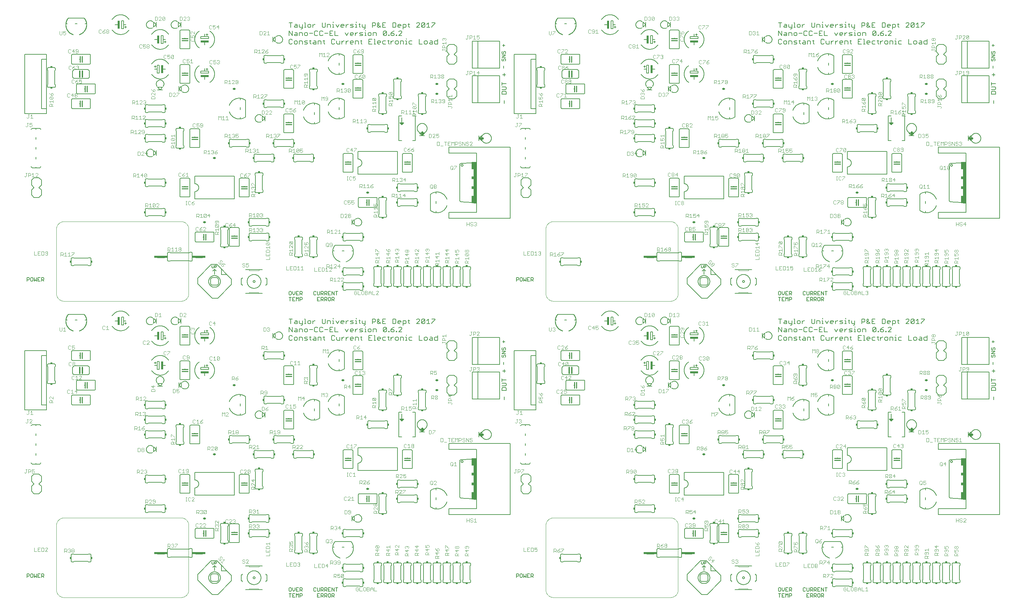
<source format=gto>
G75*
%MOIN*%
%OFA0B0*%
%FSLAX25Y25*%
%IPPOS*%
%LPD*%
%AMOC8*
5,1,8,0,0,1.08239X$1,22.5*
%
%ADD10C,0.00500*%
%ADD11C,0.00400*%
%ADD12C,0.00600*%
%ADD13C,0.00800*%
%ADD14C,0.01000*%
%ADD15R,0.02000X0.08000*%
%ADD16R,0.08000X0.02000*%
%ADD17C,0.01200*%
%ADD18C,0.02400*%
%ADD19R,0.03000X0.42000*%
%ADD20R,0.02000X0.07500*%
%ADD21R,0.02000X0.03000*%
%ADD22R,0.02000X0.01500*%
%ADD23R,0.01500X0.02000*%
%ADD24C,0.02000*%
%ADD25R,0.03400X0.02400*%
%ADD26C,0.00200*%
%ADD27C,0.00060*%
%ADD28C,0.00300*%
%ADD29C,0.00000*%
D10*
X0025250Y0027929D02*
X0025250Y0031432D01*
X0027001Y0031432D01*
X0027585Y0030848D01*
X0027585Y0029680D01*
X0027001Y0029096D01*
X0025250Y0029096D01*
X0028933Y0028512D02*
X0029517Y0027929D01*
X0030685Y0027929D01*
X0031268Y0028512D01*
X0031268Y0030848D01*
X0030685Y0031432D01*
X0029517Y0031432D01*
X0028933Y0030848D01*
X0028933Y0028512D01*
X0032616Y0027929D02*
X0032616Y0031432D01*
X0034952Y0031432D02*
X0034952Y0027929D01*
X0033784Y0029096D01*
X0032616Y0027929D01*
X0036299Y0027929D02*
X0038635Y0027929D01*
X0039983Y0027929D02*
X0039983Y0031432D01*
X0041734Y0031432D01*
X0042318Y0030848D01*
X0042318Y0029680D01*
X0041734Y0029096D01*
X0039983Y0029096D01*
X0041150Y0029096D02*
X0042318Y0027929D01*
X0038635Y0031432D02*
X0036299Y0031432D01*
X0036299Y0027929D01*
X0036299Y0029680D02*
X0037467Y0029680D01*
X0153500Y0155179D02*
X0156000Y0157679D01*
X0156000Y0155179D01*
X0156000Y0157679D02*
X0153500Y0160179D01*
X0153500Y0155179D01*
X0156000Y0157679D02*
X0156000Y0160179D01*
X0152500Y0160679D02*
X0152404Y0160757D01*
X0152305Y0160831D01*
X0152204Y0160903D01*
X0152101Y0160971D01*
X0151995Y0161036D01*
X0151888Y0161097D01*
X0151779Y0161155D01*
X0151668Y0161210D01*
X0151555Y0161261D01*
X0151441Y0161308D01*
X0151325Y0161352D01*
X0151208Y0161392D01*
X0151090Y0161429D01*
X0150970Y0161462D01*
X0150850Y0161490D01*
X0150729Y0161515D01*
X0150607Y0161537D01*
X0150485Y0161554D01*
X0150362Y0161567D01*
X0150238Y0161577D01*
X0150115Y0161582D01*
X0149991Y0161584D01*
X0149867Y0161582D01*
X0149744Y0161576D01*
X0149620Y0161565D01*
X0149497Y0161552D01*
X0149375Y0161534D01*
X0149253Y0161512D01*
X0149132Y0161486D01*
X0149012Y0161457D01*
X0148893Y0161424D01*
X0148775Y0161387D01*
X0148658Y0161346D01*
X0148542Y0161302D01*
X0148428Y0161254D01*
X0148316Y0161202D01*
X0148205Y0161147D01*
X0148096Y0161088D01*
X0147989Y0161026D01*
X0147884Y0160961D01*
X0147781Y0160892D01*
X0147680Y0160820D01*
X0147582Y0160745D01*
X0147486Y0160667D01*
X0147393Y0160586D01*
X0147302Y0160502D01*
X0147214Y0160415D01*
X0147128Y0160325D01*
X0147046Y0160233D01*
X0146967Y0160138D01*
X0146890Y0160041D01*
X0146817Y0159941D01*
X0146747Y0159839D01*
X0146680Y0159735D01*
X0146617Y0159629D01*
X0146557Y0159521D01*
X0146500Y0159411D01*
X0146447Y0159299D01*
X0146397Y0159186D01*
X0146351Y0159071D01*
X0146309Y0158954D01*
X0146271Y0158837D01*
X0146236Y0158718D01*
X0146205Y0158598D01*
X0146178Y0158478D01*
X0146154Y0158356D01*
X0146135Y0158234D01*
X0146119Y0158111D01*
X0146107Y0157988D01*
X0146099Y0157865D01*
X0146095Y0157741D01*
X0146095Y0157617D01*
X0146099Y0157493D01*
X0146107Y0157370D01*
X0146119Y0157247D01*
X0146135Y0157124D01*
X0146154Y0157002D01*
X0146178Y0156880D01*
X0146205Y0156760D01*
X0146236Y0156640D01*
X0146271Y0156521D01*
X0146309Y0156404D01*
X0146351Y0156287D01*
X0146397Y0156172D01*
X0146447Y0156059D01*
X0146500Y0155947D01*
X0146557Y0155837D01*
X0146617Y0155729D01*
X0146680Y0155623D01*
X0146747Y0155519D01*
X0146817Y0155417D01*
X0146890Y0155317D01*
X0146967Y0155220D01*
X0147046Y0155125D01*
X0147128Y0155033D01*
X0147214Y0154943D01*
X0147302Y0154856D01*
X0147393Y0154772D01*
X0147486Y0154691D01*
X0147582Y0154613D01*
X0147680Y0154538D01*
X0147781Y0154466D01*
X0147884Y0154397D01*
X0147989Y0154332D01*
X0148096Y0154270D01*
X0148205Y0154211D01*
X0148316Y0154156D01*
X0148428Y0154104D01*
X0148542Y0154056D01*
X0148658Y0154012D01*
X0148775Y0153971D01*
X0148893Y0153934D01*
X0149012Y0153901D01*
X0149132Y0153872D01*
X0149253Y0153846D01*
X0149375Y0153824D01*
X0149497Y0153806D01*
X0149620Y0153793D01*
X0149744Y0153782D01*
X0149867Y0153776D01*
X0149991Y0153774D01*
X0150115Y0153776D01*
X0150238Y0153781D01*
X0150362Y0153791D01*
X0150485Y0153804D01*
X0150607Y0153821D01*
X0150729Y0153843D01*
X0150850Y0153868D01*
X0150970Y0153896D01*
X0151090Y0153929D01*
X0151208Y0153966D01*
X0151325Y0154006D01*
X0151441Y0154050D01*
X0151555Y0154097D01*
X0151668Y0154148D01*
X0151779Y0154203D01*
X0151888Y0154261D01*
X0151995Y0154322D01*
X0152101Y0154387D01*
X0152204Y0154455D01*
X0152305Y0154527D01*
X0152404Y0154601D01*
X0152500Y0154679D01*
X0045000Y0197679D02*
X0045000Y0202679D01*
X0040000Y0202679D01*
X0040000Y0252679D01*
X0045000Y0252679D01*
X0045000Y0202679D01*
X0045000Y0197679D02*
X0023000Y0197679D01*
X0023000Y0257679D01*
X0045000Y0257679D01*
X0045000Y0252679D01*
X0152500Y0284679D02*
X0152404Y0284601D01*
X0152305Y0284527D01*
X0152204Y0284455D01*
X0152101Y0284387D01*
X0151995Y0284322D01*
X0151888Y0284261D01*
X0151779Y0284203D01*
X0151668Y0284148D01*
X0151555Y0284097D01*
X0151441Y0284050D01*
X0151325Y0284006D01*
X0151208Y0283966D01*
X0151090Y0283929D01*
X0150970Y0283896D01*
X0150850Y0283868D01*
X0150729Y0283843D01*
X0150607Y0283821D01*
X0150485Y0283804D01*
X0150362Y0283791D01*
X0150238Y0283781D01*
X0150115Y0283776D01*
X0149991Y0283774D01*
X0149867Y0283776D01*
X0149744Y0283782D01*
X0149620Y0283793D01*
X0149497Y0283806D01*
X0149375Y0283824D01*
X0149253Y0283846D01*
X0149132Y0283872D01*
X0149012Y0283901D01*
X0148893Y0283934D01*
X0148775Y0283971D01*
X0148658Y0284012D01*
X0148542Y0284056D01*
X0148428Y0284104D01*
X0148316Y0284156D01*
X0148205Y0284211D01*
X0148096Y0284270D01*
X0147989Y0284332D01*
X0147884Y0284397D01*
X0147781Y0284466D01*
X0147680Y0284538D01*
X0147582Y0284613D01*
X0147486Y0284691D01*
X0147393Y0284772D01*
X0147302Y0284856D01*
X0147214Y0284943D01*
X0147128Y0285033D01*
X0147046Y0285125D01*
X0146967Y0285220D01*
X0146890Y0285317D01*
X0146817Y0285417D01*
X0146747Y0285519D01*
X0146680Y0285623D01*
X0146617Y0285729D01*
X0146557Y0285837D01*
X0146500Y0285947D01*
X0146447Y0286059D01*
X0146397Y0286172D01*
X0146351Y0286287D01*
X0146309Y0286404D01*
X0146271Y0286521D01*
X0146236Y0286640D01*
X0146205Y0286760D01*
X0146178Y0286880D01*
X0146154Y0287002D01*
X0146135Y0287124D01*
X0146119Y0287247D01*
X0146107Y0287370D01*
X0146099Y0287493D01*
X0146095Y0287617D01*
X0146095Y0287741D01*
X0146099Y0287865D01*
X0146107Y0287988D01*
X0146119Y0288111D01*
X0146135Y0288234D01*
X0146154Y0288356D01*
X0146178Y0288478D01*
X0146205Y0288598D01*
X0146236Y0288718D01*
X0146271Y0288837D01*
X0146309Y0288954D01*
X0146351Y0289071D01*
X0146397Y0289186D01*
X0146447Y0289299D01*
X0146500Y0289411D01*
X0146557Y0289521D01*
X0146617Y0289629D01*
X0146680Y0289735D01*
X0146747Y0289839D01*
X0146817Y0289941D01*
X0146890Y0290041D01*
X0146967Y0290138D01*
X0147046Y0290233D01*
X0147128Y0290325D01*
X0147214Y0290415D01*
X0147302Y0290502D01*
X0147393Y0290586D01*
X0147486Y0290667D01*
X0147582Y0290745D01*
X0147680Y0290820D01*
X0147781Y0290892D01*
X0147884Y0290961D01*
X0147989Y0291026D01*
X0148096Y0291088D01*
X0148205Y0291147D01*
X0148316Y0291202D01*
X0148428Y0291254D01*
X0148542Y0291302D01*
X0148658Y0291346D01*
X0148775Y0291387D01*
X0148893Y0291424D01*
X0149012Y0291457D01*
X0149132Y0291486D01*
X0149253Y0291512D01*
X0149375Y0291534D01*
X0149497Y0291552D01*
X0149620Y0291565D01*
X0149744Y0291576D01*
X0149867Y0291582D01*
X0149991Y0291584D01*
X0150115Y0291582D01*
X0150238Y0291577D01*
X0150362Y0291567D01*
X0150485Y0291554D01*
X0150607Y0291537D01*
X0150729Y0291515D01*
X0150850Y0291490D01*
X0150970Y0291462D01*
X0151090Y0291429D01*
X0151208Y0291392D01*
X0151325Y0291352D01*
X0151441Y0291308D01*
X0151555Y0291261D01*
X0151668Y0291210D01*
X0151779Y0291155D01*
X0151888Y0291097D01*
X0151995Y0291036D01*
X0152101Y0290971D01*
X0152204Y0290903D01*
X0152305Y0290831D01*
X0152404Y0290757D01*
X0152500Y0290679D01*
X0153500Y0290179D02*
X0153500Y0285179D01*
X0156000Y0287679D01*
X0156000Y0285179D01*
X0156000Y0287679D02*
X0156000Y0290179D01*
X0156000Y0287679D02*
X0153500Y0290179D01*
X0177500Y0290679D02*
X0177404Y0290757D01*
X0177305Y0290831D01*
X0177204Y0290903D01*
X0177101Y0290971D01*
X0176995Y0291036D01*
X0176888Y0291097D01*
X0176779Y0291155D01*
X0176668Y0291210D01*
X0176555Y0291261D01*
X0176441Y0291308D01*
X0176325Y0291352D01*
X0176208Y0291392D01*
X0176090Y0291429D01*
X0175970Y0291462D01*
X0175850Y0291490D01*
X0175729Y0291515D01*
X0175607Y0291537D01*
X0175485Y0291554D01*
X0175362Y0291567D01*
X0175238Y0291577D01*
X0175115Y0291582D01*
X0174991Y0291584D01*
X0174867Y0291582D01*
X0174744Y0291576D01*
X0174620Y0291565D01*
X0174497Y0291552D01*
X0174375Y0291534D01*
X0174253Y0291512D01*
X0174132Y0291486D01*
X0174012Y0291457D01*
X0173893Y0291424D01*
X0173775Y0291387D01*
X0173658Y0291346D01*
X0173542Y0291302D01*
X0173428Y0291254D01*
X0173316Y0291202D01*
X0173205Y0291147D01*
X0173096Y0291088D01*
X0172989Y0291026D01*
X0172884Y0290961D01*
X0172781Y0290892D01*
X0172680Y0290820D01*
X0172582Y0290745D01*
X0172486Y0290667D01*
X0172393Y0290586D01*
X0172302Y0290502D01*
X0172214Y0290415D01*
X0172128Y0290325D01*
X0172046Y0290233D01*
X0171967Y0290138D01*
X0171890Y0290041D01*
X0171817Y0289941D01*
X0171747Y0289839D01*
X0171680Y0289735D01*
X0171617Y0289629D01*
X0171557Y0289521D01*
X0171500Y0289411D01*
X0171447Y0289299D01*
X0171397Y0289186D01*
X0171351Y0289071D01*
X0171309Y0288954D01*
X0171271Y0288837D01*
X0171236Y0288718D01*
X0171205Y0288598D01*
X0171178Y0288478D01*
X0171154Y0288356D01*
X0171135Y0288234D01*
X0171119Y0288111D01*
X0171107Y0287988D01*
X0171099Y0287865D01*
X0171095Y0287741D01*
X0171095Y0287617D01*
X0171099Y0287493D01*
X0171107Y0287370D01*
X0171119Y0287247D01*
X0171135Y0287124D01*
X0171154Y0287002D01*
X0171178Y0286880D01*
X0171205Y0286760D01*
X0171236Y0286640D01*
X0171271Y0286521D01*
X0171309Y0286404D01*
X0171351Y0286287D01*
X0171397Y0286172D01*
X0171447Y0286059D01*
X0171500Y0285947D01*
X0171557Y0285837D01*
X0171617Y0285729D01*
X0171680Y0285623D01*
X0171747Y0285519D01*
X0171817Y0285417D01*
X0171890Y0285317D01*
X0171967Y0285220D01*
X0172046Y0285125D01*
X0172128Y0285033D01*
X0172214Y0284943D01*
X0172302Y0284856D01*
X0172393Y0284772D01*
X0172486Y0284691D01*
X0172582Y0284613D01*
X0172680Y0284538D01*
X0172781Y0284466D01*
X0172884Y0284397D01*
X0172989Y0284332D01*
X0173096Y0284270D01*
X0173205Y0284211D01*
X0173316Y0284156D01*
X0173428Y0284104D01*
X0173542Y0284056D01*
X0173658Y0284012D01*
X0173775Y0283971D01*
X0173893Y0283934D01*
X0174012Y0283901D01*
X0174132Y0283872D01*
X0174253Y0283846D01*
X0174375Y0283824D01*
X0174497Y0283806D01*
X0174620Y0283793D01*
X0174744Y0283782D01*
X0174867Y0283776D01*
X0174991Y0283774D01*
X0175115Y0283776D01*
X0175238Y0283781D01*
X0175362Y0283791D01*
X0175485Y0283804D01*
X0175607Y0283821D01*
X0175729Y0283843D01*
X0175850Y0283868D01*
X0175970Y0283896D01*
X0176090Y0283929D01*
X0176208Y0283966D01*
X0176325Y0284006D01*
X0176441Y0284050D01*
X0176555Y0284097D01*
X0176668Y0284148D01*
X0176779Y0284203D01*
X0176888Y0284261D01*
X0176995Y0284322D01*
X0177101Y0284387D01*
X0177204Y0284455D01*
X0177305Y0284527D01*
X0177404Y0284601D01*
X0177500Y0284679D01*
X0178500Y0285179D02*
X0181000Y0287679D01*
X0181000Y0285179D01*
X0181000Y0287679D02*
X0181000Y0290179D01*
X0178500Y0290179D02*
X0178500Y0285179D01*
X0181000Y0287679D02*
X0178500Y0290179D01*
X0274000Y0275179D02*
X0274000Y0272679D01*
X0274000Y0270179D01*
X0274000Y0272679D02*
X0276500Y0270179D01*
X0276500Y0275179D01*
X0274000Y0272679D01*
X0277500Y0269679D02*
X0277596Y0269601D01*
X0277695Y0269527D01*
X0277796Y0269455D01*
X0277899Y0269387D01*
X0278005Y0269322D01*
X0278112Y0269261D01*
X0278221Y0269203D01*
X0278332Y0269148D01*
X0278445Y0269097D01*
X0278559Y0269050D01*
X0278675Y0269006D01*
X0278792Y0268966D01*
X0278910Y0268929D01*
X0279030Y0268896D01*
X0279150Y0268868D01*
X0279271Y0268843D01*
X0279393Y0268821D01*
X0279515Y0268804D01*
X0279638Y0268791D01*
X0279762Y0268781D01*
X0279885Y0268776D01*
X0280009Y0268774D01*
X0280133Y0268776D01*
X0280256Y0268782D01*
X0280380Y0268793D01*
X0280503Y0268806D01*
X0280625Y0268824D01*
X0280747Y0268846D01*
X0280868Y0268872D01*
X0280988Y0268901D01*
X0281107Y0268934D01*
X0281225Y0268971D01*
X0281342Y0269012D01*
X0281458Y0269056D01*
X0281572Y0269104D01*
X0281684Y0269156D01*
X0281795Y0269211D01*
X0281904Y0269270D01*
X0282011Y0269332D01*
X0282116Y0269397D01*
X0282219Y0269466D01*
X0282320Y0269538D01*
X0282418Y0269613D01*
X0282514Y0269691D01*
X0282607Y0269772D01*
X0282698Y0269856D01*
X0282786Y0269943D01*
X0282872Y0270033D01*
X0282954Y0270125D01*
X0283033Y0270220D01*
X0283110Y0270317D01*
X0283183Y0270417D01*
X0283253Y0270519D01*
X0283320Y0270623D01*
X0283383Y0270729D01*
X0283443Y0270837D01*
X0283500Y0270947D01*
X0283553Y0271059D01*
X0283603Y0271172D01*
X0283649Y0271287D01*
X0283691Y0271404D01*
X0283729Y0271521D01*
X0283764Y0271640D01*
X0283795Y0271760D01*
X0283822Y0271880D01*
X0283846Y0272002D01*
X0283865Y0272124D01*
X0283881Y0272247D01*
X0283893Y0272370D01*
X0283901Y0272493D01*
X0283905Y0272617D01*
X0283905Y0272741D01*
X0283901Y0272865D01*
X0283893Y0272988D01*
X0283881Y0273111D01*
X0283865Y0273234D01*
X0283846Y0273356D01*
X0283822Y0273478D01*
X0283795Y0273598D01*
X0283764Y0273718D01*
X0283729Y0273837D01*
X0283691Y0273954D01*
X0283649Y0274071D01*
X0283603Y0274186D01*
X0283553Y0274299D01*
X0283500Y0274411D01*
X0283443Y0274521D01*
X0283383Y0274629D01*
X0283320Y0274735D01*
X0283253Y0274839D01*
X0283183Y0274941D01*
X0283110Y0275041D01*
X0283033Y0275138D01*
X0282954Y0275233D01*
X0282872Y0275325D01*
X0282786Y0275415D01*
X0282698Y0275502D01*
X0282607Y0275586D01*
X0282514Y0275667D01*
X0282418Y0275745D01*
X0282320Y0275820D01*
X0282219Y0275892D01*
X0282116Y0275961D01*
X0282011Y0276026D01*
X0281904Y0276088D01*
X0281795Y0276147D01*
X0281684Y0276202D01*
X0281572Y0276254D01*
X0281458Y0276302D01*
X0281342Y0276346D01*
X0281225Y0276387D01*
X0281107Y0276424D01*
X0280988Y0276457D01*
X0280868Y0276486D01*
X0280747Y0276512D01*
X0280625Y0276534D01*
X0280503Y0276552D01*
X0280380Y0276565D01*
X0280256Y0276576D01*
X0280133Y0276582D01*
X0280009Y0276584D01*
X0279885Y0276582D01*
X0279762Y0276577D01*
X0279638Y0276567D01*
X0279515Y0276554D01*
X0279393Y0276537D01*
X0279271Y0276515D01*
X0279150Y0276490D01*
X0279030Y0276462D01*
X0278910Y0276429D01*
X0278792Y0276392D01*
X0278675Y0276352D01*
X0278559Y0276308D01*
X0278445Y0276261D01*
X0278332Y0276210D01*
X0278221Y0276155D01*
X0278112Y0276097D01*
X0278005Y0276036D01*
X0277899Y0275971D01*
X0277796Y0275903D01*
X0277695Y0275831D01*
X0277596Y0275757D01*
X0277500Y0275679D01*
X0291418Y0307929D02*
X0291418Y0311432D01*
X0292585Y0311432D02*
X0290250Y0311432D01*
X0290834Y0313929D02*
X0292001Y0313929D01*
X0292585Y0314512D01*
X0292585Y0316848D01*
X0292001Y0317432D01*
X0290834Y0317432D01*
X0290250Y0316848D01*
X0290250Y0314512D01*
X0290834Y0313929D01*
X0293933Y0315096D02*
X0295101Y0313929D01*
X0296268Y0315096D01*
X0296268Y0317432D01*
X0297616Y0317432D02*
X0297616Y0313929D01*
X0299952Y0313929D01*
X0301299Y0313929D02*
X0301299Y0317432D01*
X0303051Y0317432D01*
X0303635Y0316848D01*
X0303635Y0315680D01*
X0303051Y0315096D01*
X0301299Y0315096D01*
X0302467Y0315096D02*
X0303635Y0313929D01*
X0303051Y0311432D02*
X0303635Y0310848D01*
X0303635Y0309680D01*
X0303051Y0309096D01*
X0301299Y0309096D01*
X0301299Y0307929D02*
X0301299Y0311432D01*
X0303051Y0311432D01*
X0299952Y0311432D02*
X0299952Y0307929D01*
X0297616Y0307929D02*
X0297616Y0311432D01*
X0298784Y0310264D01*
X0299952Y0311432D01*
X0296268Y0311432D02*
X0293933Y0311432D01*
X0293933Y0307929D01*
X0296268Y0307929D01*
X0295101Y0309680D02*
X0293933Y0309680D01*
X0293933Y0315096D02*
X0293933Y0317432D01*
X0297616Y0317432D02*
X0299952Y0317432D01*
X0298784Y0315680D02*
X0297616Y0315680D01*
X0315250Y0314512D02*
X0315834Y0313929D01*
X0317001Y0313929D01*
X0317585Y0314512D01*
X0318933Y0314512D02*
X0319517Y0313929D01*
X0320685Y0313929D01*
X0321268Y0314512D01*
X0321268Y0317432D01*
X0322616Y0317432D02*
X0324368Y0317432D01*
X0324952Y0316848D01*
X0324952Y0315680D01*
X0324368Y0315096D01*
X0322616Y0315096D01*
X0322616Y0313929D02*
X0322616Y0317432D01*
X0323784Y0315096D02*
X0324952Y0313929D01*
X0326299Y0313929D02*
X0326299Y0317432D01*
X0328051Y0317432D01*
X0328635Y0316848D01*
X0328635Y0315680D01*
X0328051Y0315096D01*
X0326299Y0315096D01*
X0327467Y0315096D02*
X0328635Y0313929D01*
X0329983Y0313929D02*
X0332318Y0313929D01*
X0333666Y0313929D02*
X0333666Y0317432D01*
X0336001Y0313929D01*
X0336001Y0317432D01*
X0337349Y0317432D02*
X0339684Y0317432D01*
X0338517Y0317432D02*
X0338517Y0313929D01*
X0336001Y0310848D02*
X0336001Y0309680D01*
X0335417Y0309096D01*
X0333666Y0309096D01*
X0334833Y0309096D02*
X0336001Y0307929D01*
X0333666Y0307929D02*
X0333666Y0311432D01*
X0335417Y0311432D01*
X0336001Y0310848D01*
X0332318Y0310848D02*
X0331734Y0311432D01*
X0330566Y0311432D01*
X0329983Y0310848D01*
X0329983Y0308512D01*
X0330566Y0307929D01*
X0331734Y0307929D01*
X0332318Y0308512D01*
X0332318Y0310848D01*
X0328635Y0310848D02*
X0328635Y0309680D01*
X0328051Y0309096D01*
X0326299Y0309096D01*
X0326299Y0307929D02*
X0326299Y0311432D01*
X0328051Y0311432D01*
X0328635Y0310848D01*
X0327467Y0309096D02*
X0328635Y0307929D01*
X0324952Y0307929D02*
X0323784Y0309096D01*
X0324368Y0309096D02*
X0322616Y0309096D01*
X0322616Y0307929D02*
X0322616Y0311432D01*
X0324368Y0311432D01*
X0324952Y0310848D01*
X0324952Y0309680D01*
X0324368Y0309096D01*
X0321268Y0307929D02*
X0318933Y0307929D01*
X0318933Y0311432D01*
X0321268Y0311432D01*
X0320101Y0309680D02*
X0318933Y0309680D01*
X0318933Y0314512D02*
X0318933Y0317432D01*
X0317585Y0316848D02*
X0317001Y0317432D01*
X0315834Y0317432D01*
X0315250Y0316848D01*
X0315250Y0314512D01*
X0329983Y0313929D02*
X0329983Y0317432D01*
X0332318Y0317432D01*
X0331150Y0315680D02*
X0329983Y0315680D01*
X0354000Y0385179D02*
X0354000Y0387679D01*
X0354000Y0390179D01*
X0356500Y0390179D02*
X0354000Y0387679D01*
X0356500Y0385179D01*
X0356500Y0390179D01*
X0357500Y0390679D02*
X0357596Y0390757D01*
X0357695Y0390831D01*
X0357796Y0390903D01*
X0357899Y0390971D01*
X0358005Y0391036D01*
X0358112Y0391097D01*
X0358221Y0391155D01*
X0358332Y0391210D01*
X0358445Y0391261D01*
X0358559Y0391308D01*
X0358675Y0391352D01*
X0358792Y0391392D01*
X0358910Y0391429D01*
X0359030Y0391462D01*
X0359150Y0391490D01*
X0359271Y0391515D01*
X0359393Y0391537D01*
X0359515Y0391554D01*
X0359638Y0391567D01*
X0359762Y0391577D01*
X0359885Y0391582D01*
X0360009Y0391584D01*
X0360133Y0391582D01*
X0360256Y0391576D01*
X0360380Y0391565D01*
X0360503Y0391552D01*
X0360625Y0391534D01*
X0360747Y0391512D01*
X0360868Y0391486D01*
X0360988Y0391457D01*
X0361107Y0391424D01*
X0361225Y0391387D01*
X0361342Y0391346D01*
X0361458Y0391302D01*
X0361572Y0391254D01*
X0361684Y0391202D01*
X0361795Y0391147D01*
X0361904Y0391088D01*
X0362011Y0391026D01*
X0362116Y0390961D01*
X0362219Y0390892D01*
X0362320Y0390820D01*
X0362418Y0390745D01*
X0362514Y0390667D01*
X0362607Y0390586D01*
X0362698Y0390502D01*
X0362786Y0390415D01*
X0362872Y0390325D01*
X0362954Y0390233D01*
X0363033Y0390138D01*
X0363110Y0390041D01*
X0363183Y0389941D01*
X0363253Y0389839D01*
X0363320Y0389735D01*
X0363383Y0389629D01*
X0363443Y0389521D01*
X0363500Y0389411D01*
X0363553Y0389299D01*
X0363603Y0389186D01*
X0363649Y0389071D01*
X0363691Y0388954D01*
X0363729Y0388837D01*
X0363764Y0388718D01*
X0363795Y0388598D01*
X0363822Y0388478D01*
X0363846Y0388356D01*
X0363865Y0388234D01*
X0363881Y0388111D01*
X0363893Y0387988D01*
X0363901Y0387865D01*
X0363905Y0387741D01*
X0363905Y0387617D01*
X0363901Y0387493D01*
X0363893Y0387370D01*
X0363881Y0387247D01*
X0363865Y0387124D01*
X0363846Y0387002D01*
X0363822Y0386880D01*
X0363795Y0386760D01*
X0363764Y0386640D01*
X0363729Y0386521D01*
X0363691Y0386404D01*
X0363649Y0386287D01*
X0363603Y0386172D01*
X0363553Y0386059D01*
X0363500Y0385947D01*
X0363443Y0385837D01*
X0363383Y0385729D01*
X0363320Y0385623D01*
X0363253Y0385519D01*
X0363183Y0385417D01*
X0363110Y0385317D01*
X0363033Y0385220D01*
X0362954Y0385125D01*
X0362872Y0385033D01*
X0362786Y0384943D01*
X0362698Y0384856D01*
X0362607Y0384772D01*
X0362514Y0384691D01*
X0362418Y0384613D01*
X0362320Y0384538D01*
X0362219Y0384466D01*
X0362116Y0384397D01*
X0362011Y0384332D01*
X0361904Y0384270D01*
X0361795Y0384211D01*
X0361684Y0384156D01*
X0361572Y0384104D01*
X0361458Y0384056D01*
X0361342Y0384012D01*
X0361225Y0383971D01*
X0361107Y0383934D01*
X0360988Y0383901D01*
X0360868Y0383872D01*
X0360747Y0383846D01*
X0360625Y0383824D01*
X0360503Y0383806D01*
X0360380Y0383793D01*
X0360256Y0383782D01*
X0360133Y0383776D01*
X0360009Y0383774D01*
X0359885Y0383776D01*
X0359762Y0383781D01*
X0359638Y0383791D01*
X0359515Y0383804D01*
X0359393Y0383821D01*
X0359271Y0383843D01*
X0359150Y0383868D01*
X0359030Y0383896D01*
X0358910Y0383929D01*
X0358792Y0383966D01*
X0358675Y0384006D01*
X0358559Y0384050D01*
X0358445Y0384097D01*
X0358332Y0384148D01*
X0358221Y0384203D01*
X0358112Y0384261D01*
X0358005Y0384322D01*
X0357899Y0384387D01*
X0357796Y0384455D01*
X0357695Y0384527D01*
X0357596Y0384601D01*
X0357500Y0384679D01*
X0433500Y0399432D02*
X0433500Y0415925D01*
X0439000Y0416551D02*
X0439000Y0418131D01*
X0439000Y0408806D02*
X0439000Y0406551D01*
X0433500Y0415925D02*
X0433699Y0416078D01*
X0433901Y0416226D01*
X0434106Y0416369D01*
X0434315Y0416507D01*
X0434527Y0416640D01*
X0434742Y0416768D01*
X0434960Y0416890D01*
X0435181Y0417008D01*
X0435405Y0417120D01*
X0435631Y0417227D01*
X0435860Y0417328D01*
X0436091Y0417424D01*
X0436325Y0417515D01*
X0436560Y0417600D01*
X0436798Y0417679D01*
X0437037Y0417752D01*
X0437278Y0417820D01*
X0437520Y0417882D01*
X0437764Y0417938D01*
X0438010Y0417989D01*
X0438256Y0418033D01*
X0438503Y0418072D01*
X0438751Y0418104D01*
X0439000Y0418131D01*
X0439255Y0418153D01*
X0439511Y0418168D01*
X0439767Y0418176D01*
X0440024Y0418179D01*
X0440280Y0418175D01*
X0440536Y0418165D01*
X0440792Y0418149D01*
X0441047Y0418127D01*
X0441302Y0418098D01*
X0441556Y0418063D01*
X0441809Y0418022D01*
X0442061Y0417975D01*
X0442311Y0417921D01*
X0442560Y0417862D01*
X0442808Y0417796D01*
X0443054Y0417725D01*
X0443299Y0417647D01*
X0443541Y0417564D01*
X0443781Y0417475D01*
X0444019Y0417379D01*
X0444255Y0417278D01*
X0444488Y0417172D01*
X0444718Y0417059D01*
X0444946Y0416941D01*
X0445170Y0416818D01*
X0445392Y0416689D01*
X0445610Y0416555D01*
X0445825Y0416415D01*
X0446036Y0416270D01*
X0446244Y0416120D01*
X0446448Y0415966D01*
X0446649Y0415806D01*
X0446845Y0415641D01*
X0447037Y0415472D01*
X0447226Y0415297D01*
X0447409Y0415119D01*
X0447589Y0414936D01*
X0447764Y0414748D01*
X0447934Y0414557D01*
X0448099Y0414361D01*
X0448260Y0414161D01*
X0448416Y0413958D01*
X0448566Y0413751D01*
X0448712Y0413540D01*
X0448853Y0413325D01*
X0448988Y0413108D01*
X0449118Y0412887D01*
X0449242Y0412663D01*
X0449361Y0412436D01*
X0449474Y0412206D01*
X0449582Y0411973D01*
X0449684Y0411738D01*
X0449780Y0411500D01*
X0449870Y0411261D01*
X0449955Y0411019D01*
X0450033Y0410775D01*
X0450033Y0404582D02*
X0449955Y0404340D01*
X0449871Y0404100D01*
X0449782Y0403862D01*
X0449687Y0403626D01*
X0449585Y0403392D01*
X0449479Y0403161D01*
X0449366Y0402933D01*
X0449249Y0402707D01*
X0449126Y0402484D01*
X0448997Y0402265D01*
X0448863Y0402048D01*
X0448724Y0401835D01*
X0448580Y0401625D01*
X0448431Y0401419D01*
X0448277Y0401217D01*
X0448118Y0401018D01*
X0447954Y0400823D01*
X0447785Y0400632D01*
X0447612Y0400446D01*
X0447435Y0400263D01*
X0447253Y0400085D01*
X0447067Y0399912D01*
X0446876Y0399743D01*
X0446682Y0399579D01*
X0446484Y0399419D01*
X0446282Y0399264D01*
X0446076Y0399115D01*
X0445867Y0398970D01*
X0445654Y0398830D01*
X0445438Y0398696D01*
X0445218Y0398567D01*
X0444996Y0398443D01*
X0444771Y0398324D01*
X0444543Y0398212D01*
X0444312Y0398104D01*
X0444079Y0398003D01*
X0443843Y0397907D01*
X0443605Y0397816D01*
X0443365Y0397732D01*
X0443123Y0397653D01*
X0442879Y0397580D01*
X0442633Y0397514D01*
X0442386Y0397453D01*
X0442138Y0397398D01*
X0441888Y0397349D01*
X0441637Y0397306D01*
X0441385Y0397270D01*
X0441133Y0397239D01*
X0440879Y0397215D01*
X0440626Y0397197D01*
X0440371Y0397185D01*
X0440117Y0397179D01*
X0439862Y0397179D01*
X0439608Y0397185D01*
X0439354Y0397198D01*
X0439100Y0397217D01*
X0438847Y0397242D01*
X0438594Y0397273D01*
X0438342Y0397310D01*
X0438092Y0397353D01*
X0437842Y0397402D01*
X0437593Y0397458D01*
X0437346Y0397519D01*
X0437101Y0397586D01*
X0436857Y0397659D01*
X0436615Y0397738D01*
X0436376Y0397823D01*
X0436138Y0397914D01*
X0435902Y0398011D01*
X0435669Y0398113D01*
X0435439Y0398221D01*
X0435211Y0398334D01*
X0434986Y0398453D01*
X0434764Y0398577D01*
X0434545Y0398707D01*
X0434329Y0398841D01*
X0434116Y0398981D01*
X0433907Y0399127D01*
X0433702Y0399277D01*
X0433500Y0399432D01*
X0439000Y0398806D02*
X0439000Y0397226D01*
X0452000Y0397679D02*
X0452000Y0391679D01*
X0514000Y0391679D01*
X0514000Y0463679D01*
X0452000Y0463679D01*
X0452000Y0457679D01*
X0480000Y0457679D01*
X0480000Y0397679D01*
X0452000Y0397679D01*
X0520250Y0331432D02*
X0522001Y0331432D01*
X0522585Y0330848D01*
X0522585Y0329680D01*
X0522001Y0329096D01*
X0520250Y0329096D01*
X0520250Y0327929D02*
X0520250Y0331432D01*
X0523933Y0330848D02*
X0523933Y0328512D01*
X0524517Y0327929D01*
X0525685Y0327929D01*
X0526268Y0328512D01*
X0526268Y0330848D01*
X0525685Y0331432D01*
X0524517Y0331432D01*
X0523933Y0330848D01*
X0527616Y0331432D02*
X0527616Y0327929D01*
X0528784Y0329096D01*
X0529952Y0327929D01*
X0529952Y0331432D01*
X0531299Y0331432D02*
X0531299Y0327929D01*
X0533635Y0327929D01*
X0534983Y0327929D02*
X0534983Y0331432D01*
X0536734Y0331432D01*
X0537318Y0330848D01*
X0537318Y0329680D01*
X0536734Y0329096D01*
X0534983Y0329096D01*
X0536150Y0329096D02*
X0537318Y0327929D01*
X0533635Y0331432D02*
X0531299Y0331432D01*
X0531299Y0329680D02*
X0532467Y0329680D01*
X0503386Y0271064D02*
X0481339Y0271064D01*
X0481339Y0243505D01*
X0503386Y0243505D01*
X0503386Y0271064D01*
X0507499Y0267863D02*
X0507499Y0265527D01*
X0506331Y0266695D02*
X0508666Y0266695D01*
X0508666Y0260496D02*
X0509250Y0259913D01*
X0509250Y0258745D01*
X0508666Y0258161D01*
X0507499Y0258745D02*
X0507499Y0259913D01*
X0508082Y0260496D01*
X0508666Y0260496D01*
X0507499Y0258745D02*
X0506915Y0258161D01*
X0506331Y0258161D01*
X0505747Y0258745D01*
X0505747Y0259913D01*
X0506331Y0260496D01*
X0505747Y0256813D02*
X0509250Y0256813D01*
X0505747Y0254478D01*
X0509250Y0254478D01*
X0508666Y0253130D02*
X0509250Y0252546D01*
X0509250Y0251379D01*
X0508666Y0250795D01*
X0507499Y0251379D02*
X0507499Y0252546D01*
X0508082Y0253130D01*
X0508666Y0253130D01*
X0507499Y0251379D02*
X0506915Y0250795D01*
X0506331Y0250795D01*
X0505747Y0251379D01*
X0505747Y0252546D01*
X0506331Y0253130D01*
X0507499Y0245764D02*
X0507499Y0243429D01*
X0503386Y0236064D02*
X0503386Y0208505D01*
X0481339Y0208505D01*
X0481339Y0236064D01*
X0475827Y0236064D01*
X0475827Y0208505D01*
X0481339Y0208505D01*
X0518000Y0197679D02*
X0518000Y0257679D01*
X0540000Y0257679D01*
X0540000Y0252679D01*
X0535000Y0252679D01*
X0535000Y0202679D01*
X0540000Y0202679D01*
X0540000Y0197679D01*
X0518000Y0197679D01*
X0540000Y0202679D02*
X0540000Y0252679D01*
X0503386Y0236064D02*
X0481339Y0236064D01*
X0481339Y0243505D02*
X0475827Y0243505D01*
X0475827Y0271064D01*
X0481339Y0271064D01*
X0427500Y0177679D02*
X0422500Y0177679D01*
X0425000Y0175179D01*
X0422500Y0175179D01*
X0425000Y0175179D02*
X0427500Y0177679D01*
X0427500Y0175179D02*
X0425000Y0175179D01*
X0452000Y0163679D02*
X0452000Y0157679D01*
X0480000Y0157679D01*
X0480000Y0097679D01*
X0452000Y0097679D01*
X0452000Y0091679D01*
X0514000Y0091679D01*
X0514000Y0163679D01*
X0452000Y0163679D01*
X0482500Y0170179D02*
X0482500Y0172679D01*
X0482500Y0175179D01*
X0485000Y0175179D02*
X0482500Y0172679D01*
X0485000Y0170179D01*
X0485000Y0175179D01*
X0439000Y0118131D02*
X0439000Y0116551D01*
X0433500Y0115925D02*
X0433500Y0099432D01*
X0439000Y0098806D02*
X0439000Y0097226D01*
X0439000Y0106551D02*
X0439000Y0108806D01*
X0433500Y0115925D02*
X0433699Y0116078D01*
X0433901Y0116226D01*
X0434106Y0116369D01*
X0434315Y0116507D01*
X0434527Y0116640D01*
X0434742Y0116768D01*
X0434960Y0116890D01*
X0435181Y0117008D01*
X0435405Y0117120D01*
X0435631Y0117227D01*
X0435860Y0117328D01*
X0436091Y0117424D01*
X0436325Y0117515D01*
X0436560Y0117600D01*
X0436798Y0117679D01*
X0437037Y0117752D01*
X0437278Y0117820D01*
X0437520Y0117882D01*
X0437764Y0117938D01*
X0438010Y0117989D01*
X0438256Y0118033D01*
X0438503Y0118072D01*
X0438751Y0118104D01*
X0439000Y0118131D01*
X0439255Y0118153D01*
X0439511Y0118168D01*
X0439767Y0118176D01*
X0440024Y0118179D01*
X0440280Y0118175D01*
X0440536Y0118165D01*
X0440792Y0118149D01*
X0441047Y0118127D01*
X0441302Y0118098D01*
X0441556Y0118063D01*
X0441809Y0118022D01*
X0442061Y0117975D01*
X0442311Y0117921D01*
X0442560Y0117862D01*
X0442808Y0117796D01*
X0443054Y0117725D01*
X0443299Y0117647D01*
X0443541Y0117564D01*
X0443781Y0117475D01*
X0444019Y0117379D01*
X0444255Y0117278D01*
X0444488Y0117172D01*
X0444718Y0117059D01*
X0444946Y0116941D01*
X0445170Y0116818D01*
X0445392Y0116689D01*
X0445610Y0116555D01*
X0445825Y0116415D01*
X0446036Y0116270D01*
X0446244Y0116120D01*
X0446448Y0115966D01*
X0446649Y0115806D01*
X0446845Y0115641D01*
X0447037Y0115472D01*
X0447226Y0115297D01*
X0447409Y0115119D01*
X0447589Y0114936D01*
X0447764Y0114748D01*
X0447934Y0114557D01*
X0448099Y0114361D01*
X0448260Y0114161D01*
X0448416Y0113958D01*
X0448566Y0113751D01*
X0448712Y0113540D01*
X0448853Y0113325D01*
X0448988Y0113108D01*
X0449118Y0112887D01*
X0449242Y0112663D01*
X0449361Y0112436D01*
X0449474Y0112206D01*
X0449582Y0111973D01*
X0449684Y0111738D01*
X0449780Y0111500D01*
X0449870Y0111261D01*
X0449955Y0111019D01*
X0450033Y0110775D01*
X0450033Y0104582D02*
X0449955Y0104340D01*
X0449871Y0104100D01*
X0449782Y0103862D01*
X0449687Y0103626D01*
X0449585Y0103392D01*
X0449479Y0103161D01*
X0449366Y0102933D01*
X0449249Y0102707D01*
X0449126Y0102484D01*
X0448997Y0102265D01*
X0448863Y0102048D01*
X0448724Y0101835D01*
X0448580Y0101625D01*
X0448431Y0101419D01*
X0448277Y0101217D01*
X0448118Y0101018D01*
X0447954Y0100823D01*
X0447785Y0100632D01*
X0447612Y0100446D01*
X0447435Y0100263D01*
X0447253Y0100085D01*
X0447067Y0099912D01*
X0446876Y0099743D01*
X0446682Y0099579D01*
X0446484Y0099419D01*
X0446282Y0099264D01*
X0446076Y0099115D01*
X0445867Y0098970D01*
X0445654Y0098830D01*
X0445438Y0098696D01*
X0445218Y0098567D01*
X0444996Y0098443D01*
X0444771Y0098324D01*
X0444543Y0098212D01*
X0444312Y0098104D01*
X0444079Y0098003D01*
X0443843Y0097907D01*
X0443605Y0097816D01*
X0443365Y0097732D01*
X0443123Y0097653D01*
X0442879Y0097580D01*
X0442633Y0097514D01*
X0442386Y0097453D01*
X0442138Y0097398D01*
X0441888Y0097349D01*
X0441637Y0097306D01*
X0441385Y0097270D01*
X0441133Y0097239D01*
X0440879Y0097215D01*
X0440626Y0097197D01*
X0440371Y0097185D01*
X0440117Y0097179D01*
X0439862Y0097179D01*
X0439608Y0097185D01*
X0439354Y0097198D01*
X0439100Y0097217D01*
X0438847Y0097242D01*
X0438594Y0097273D01*
X0438342Y0097310D01*
X0438092Y0097353D01*
X0437842Y0097402D01*
X0437593Y0097458D01*
X0437346Y0097519D01*
X0437101Y0097586D01*
X0436857Y0097659D01*
X0436615Y0097738D01*
X0436376Y0097823D01*
X0436138Y0097914D01*
X0435902Y0098011D01*
X0435669Y0098113D01*
X0435439Y0098221D01*
X0435211Y0098334D01*
X0434986Y0098453D01*
X0434764Y0098577D01*
X0434545Y0098707D01*
X0434329Y0098841D01*
X0434116Y0098981D01*
X0433907Y0099127D01*
X0433702Y0099277D01*
X0433500Y0099432D01*
X0357500Y0090679D02*
X0357596Y0090757D01*
X0357695Y0090831D01*
X0357796Y0090903D01*
X0357899Y0090971D01*
X0358005Y0091036D01*
X0358112Y0091097D01*
X0358221Y0091155D01*
X0358332Y0091210D01*
X0358445Y0091261D01*
X0358559Y0091308D01*
X0358675Y0091352D01*
X0358792Y0091392D01*
X0358910Y0091429D01*
X0359030Y0091462D01*
X0359150Y0091490D01*
X0359271Y0091515D01*
X0359393Y0091537D01*
X0359515Y0091554D01*
X0359638Y0091567D01*
X0359762Y0091577D01*
X0359885Y0091582D01*
X0360009Y0091584D01*
X0360133Y0091582D01*
X0360256Y0091576D01*
X0360380Y0091565D01*
X0360503Y0091552D01*
X0360625Y0091534D01*
X0360747Y0091512D01*
X0360868Y0091486D01*
X0360988Y0091457D01*
X0361107Y0091424D01*
X0361225Y0091387D01*
X0361342Y0091346D01*
X0361458Y0091302D01*
X0361572Y0091254D01*
X0361684Y0091202D01*
X0361795Y0091147D01*
X0361904Y0091088D01*
X0362011Y0091026D01*
X0362116Y0090961D01*
X0362219Y0090892D01*
X0362320Y0090820D01*
X0362418Y0090745D01*
X0362514Y0090667D01*
X0362607Y0090586D01*
X0362698Y0090502D01*
X0362786Y0090415D01*
X0362872Y0090325D01*
X0362954Y0090233D01*
X0363033Y0090138D01*
X0363110Y0090041D01*
X0363183Y0089941D01*
X0363253Y0089839D01*
X0363320Y0089735D01*
X0363383Y0089629D01*
X0363443Y0089521D01*
X0363500Y0089411D01*
X0363553Y0089299D01*
X0363603Y0089186D01*
X0363649Y0089071D01*
X0363691Y0088954D01*
X0363729Y0088837D01*
X0363764Y0088718D01*
X0363795Y0088598D01*
X0363822Y0088478D01*
X0363846Y0088356D01*
X0363865Y0088234D01*
X0363881Y0088111D01*
X0363893Y0087988D01*
X0363901Y0087865D01*
X0363905Y0087741D01*
X0363905Y0087617D01*
X0363901Y0087493D01*
X0363893Y0087370D01*
X0363881Y0087247D01*
X0363865Y0087124D01*
X0363846Y0087002D01*
X0363822Y0086880D01*
X0363795Y0086760D01*
X0363764Y0086640D01*
X0363729Y0086521D01*
X0363691Y0086404D01*
X0363649Y0086287D01*
X0363603Y0086172D01*
X0363553Y0086059D01*
X0363500Y0085947D01*
X0363443Y0085837D01*
X0363383Y0085729D01*
X0363320Y0085623D01*
X0363253Y0085519D01*
X0363183Y0085417D01*
X0363110Y0085317D01*
X0363033Y0085220D01*
X0362954Y0085125D01*
X0362872Y0085033D01*
X0362786Y0084943D01*
X0362698Y0084856D01*
X0362607Y0084772D01*
X0362514Y0084691D01*
X0362418Y0084613D01*
X0362320Y0084538D01*
X0362219Y0084466D01*
X0362116Y0084397D01*
X0362011Y0084332D01*
X0361904Y0084270D01*
X0361795Y0084211D01*
X0361684Y0084156D01*
X0361572Y0084104D01*
X0361458Y0084056D01*
X0361342Y0084012D01*
X0361225Y0083971D01*
X0361107Y0083934D01*
X0360988Y0083901D01*
X0360868Y0083872D01*
X0360747Y0083846D01*
X0360625Y0083824D01*
X0360503Y0083806D01*
X0360380Y0083793D01*
X0360256Y0083782D01*
X0360133Y0083776D01*
X0360009Y0083774D01*
X0359885Y0083776D01*
X0359762Y0083781D01*
X0359638Y0083791D01*
X0359515Y0083804D01*
X0359393Y0083821D01*
X0359271Y0083843D01*
X0359150Y0083868D01*
X0359030Y0083896D01*
X0358910Y0083929D01*
X0358792Y0083966D01*
X0358675Y0084006D01*
X0358559Y0084050D01*
X0358445Y0084097D01*
X0358332Y0084148D01*
X0358221Y0084203D01*
X0358112Y0084261D01*
X0358005Y0084322D01*
X0357899Y0084387D01*
X0357796Y0084455D01*
X0357695Y0084527D01*
X0357596Y0084601D01*
X0357500Y0084679D01*
X0356500Y0085179D02*
X0356500Y0090179D01*
X0354000Y0087679D01*
X0354000Y0090179D01*
X0354000Y0087679D02*
X0354000Y0085179D01*
X0354000Y0087679D02*
X0356500Y0085179D01*
X0339684Y0017432D02*
X0337349Y0017432D01*
X0338517Y0017432D02*
X0338517Y0013929D01*
X0336001Y0013929D02*
X0336001Y0017432D01*
X0333666Y0017432D02*
X0336001Y0013929D01*
X0333666Y0013929D02*
X0333666Y0017432D01*
X0332318Y0017432D02*
X0329983Y0017432D01*
X0329983Y0013929D01*
X0332318Y0013929D01*
X0331150Y0015680D02*
X0329983Y0015680D01*
X0328635Y0015680D02*
X0328051Y0015096D01*
X0326299Y0015096D01*
X0326299Y0013929D02*
X0326299Y0017432D01*
X0328051Y0017432D01*
X0328635Y0016848D01*
X0328635Y0015680D01*
X0327467Y0015096D02*
X0328635Y0013929D01*
X0328051Y0011432D02*
X0328635Y0010848D01*
X0328635Y0009680D01*
X0328051Y0009096D01*
X0326299Y0009096D01*
X0326299Y0007929D02*
X0326299Y0011432D01*
X0328051Y0011432D01*
X0329983Y0010848D02*
X0329983Y0008512D01*
X0330566Y0007929D01*
X0331734Y0007929D01*
X0332318Y0008512D01*
X0332318Y0010848D01*
X0331734Y0011432D01*
X0330566Y0011432D01*
X0329983Y0010848D01*
X0327467Y0009096D02*
X0328635Y0007929D01*
X0324952Y0007929D02*
X0323784Y0009096D01*
X0324368Y0009096D02*
X0322616Y0009096D01*
X0322616Y0007929D02*
X0322616Y0011432D01*
X0324368Y0011432D01*
X0324952Y0010848D01*
X0324952Y0009680D01*
X0324368Y0009096D01*
X0321268Y0007929D02*
X0318933Y0007929D01*
X0318933Y0011432D01*
X0321268Y0011432D01*
X0320101Y0009680D02*
X0318933Y0009680D01*
X0319517Y0013929D02*
X0320685Y0013929D01*
X0321268Y0014512D01*
X0321268Y0017432D01*
X0322616Y0017432D02*
X0324368Y0017432D01*
X0324952Y0016848D01*
X0324952Y0015680D01*
X0324368Y0015096D01*
X0322616Y0015096D01*
X0322616Y0013929D02*
X0322616Y0017432D01*
X0323784Y0015096D02*
X0324952Y0013929D01*
X0319517Y0013929D02*
X0318933Y0014512D01*
X0318933Y0017432D01*
X0317585Y0016848D02*
X0317001Y0017432D01*
X0315834Y0017432D01*
X0315250Y0016848D01*
X0315250Y0014512D01*
X0315834Y0013929D01*
X0317001Y0013929D01*
X0317585Y0014512D01*
X0303635Y0013929D02*
X0302467Y0015096D01*
X0303051Y0015096D02*
X0301299Y0015096D01*
X0301299Y0013929D02*
X0301299Y0017432D01*
X0303051Y0017432D01*
X0303635Y0016848D01*
X0303635Y0015680D01*
X0303051Y0015096D01*
X0299952Y0013929D02*
X0297616Y0013929D01*
X0297616Y0017432D01*
X0299952Y0017432D01*
X0298784Y0015680D02*
X0297616Y0015680D01*
X0296268Y0015096D02*
X0296268Y0017432D01*
X0293933Y0017432D02*
X0293933Y0015096D01*
X0295101Y0013929D01*
X0296268Y0015096D01*
X0296268Y0011432D02*
X0293933Y0011432D01*
X0293933Y0007929D01*
X0296268Y0007929D01*
X0297616Y0007929D02*
X0297616Y0011432D01*
X0298784Y0010264D01*
X0299952Y0011432D01*
X0299952Y0007929D01*
X0301299Y0007929D02*
X0301299Y0011432D01*
X0303051Y0011432D01*
X0303635Y0010848D01*
X0303635Y0009680D01*
X0303051Y0009096D01*
X0301299Y0009096D01*
X0295101Y0009680D02*
X0293933Y0009680D01*
X0292585Y0011432D02*
X0290250Y0011432D01*
X0291418Y0011432D02*
X0291418Y0007929D01*
X0292001Y0013929D02*
X0292585Y0014512D01*
X0292585Y0016848D01*
X0292001Y0017432D01*
X0290834Y0017432D01*
X0290250Y0016848D01*
X0290250Y0014512D01*
X0290834Y0013929D01*
X0292001Y0013929D01*
X0333666Y0011432D02*
X0335417Y0011432D01*
X0336001Y0010848D01*
X0336001Y0009680D01*
X0335417Y0009096D01*
X0333666Y0009096D01*
X0334833Y0009096D02*
X0336001Y0007929D01*
X0333666Y0007929D02*
X0333666Y0011432D01*
X0520250Y0027929D02*
X0520250Y0031432D01*
X0522001Y0031432D01*
X0522585Y0030848D01*
X0522585Y0029680D01*
X0522001Y0029096D01*
X0520250Y0029096D01*
X0523933Y0028512D02*
X0524517Y0027929D01*
X0525685Y0027929D01*
X0526268Y0028512D01*
X0526268Y0030848D01*
X0525685Y0031432D01*
X0524517Y0031432D01*
X0523933Y0030848D01*
X0523933Y0028512D01*
X0527616Y0027929D02*
X0527616Y0031432D01*
X0529952Y0031432D02*
X0529952Y0027929D01*
X0528784Y0029096D01*
X0527616Y0027929D01*
X0531299Y0027929D02*
X0533635Y0027929D01*
X0534983Y0027929D02*
X0534983Y0031432D01*
X0536734Y0031432D01*
X0537318Y0030848D01*
X0537318Y0029680D01*
X0536734Y0029096D01*
X0534983Y0029096D01*
X0536150Y0029096D02*
X0537318Y0027929D01*
X0533635Y0031432D02*
X0531299Y0031432D01*
X0531299Y0027929D01*
X0531299Y0029680D02*
X0532467Y0029680D01*
X0648500Y0155179D02*
X0651000Y0157679D01*
X0651000Y0155179D01*
X0651000Y0157679D02*
X0648500Y0160179D01*
X0648500Y0155179D01*
X0651000Y0157679D02*
X0651000Y0160179D01*
X0647500Y0160679D02*
X0647404Y0160757D01*
X0647305Y0160831D01*
X0647204Y0160903D01*
X0647101Y0160971D01*
X0646995Y0161036D01*
X0646888Y0161097D01*
X0646779Y0161155D01*
X0646668Y0161210D01*
X0646555Y0161261D01*
X0646441Y0161308D01*
X0646325Y0161352D01*
X0646208Y0161392D01*
X0646090Y0161429D01*
X0645970Y0161462D01*
X0645850Y0161490D01*
X0645729Y0161515D01*
X0645607Y0161537D01*
X0645485Y0161554D01*
X0645362Y0161567D01*
X0645238Y0161577D01*
X0645115Y0161582D01*
X0644991Y0161584D01*
X0644867Y0161582D01*
X0644744Y0161576D01*
X0644620Y0161565D01*
X0644497Y0161552D01*
X0644375Y0161534D01*
X0644253Y0161512D01*
X0644132Y0161486D01*
X0644012Y0161457D01*
X0643893Y0161424D01*
X0643775Y0161387D01*
X0643658Y0161346D01*
X0643542Y0161302D01*
X0643428Y0161254D01*
X0643316Y0161202D01*
X0643205Y0161147D01*
X0643096Y0161088D01*
X0642989Y0161026D01*
X0642884Y0160961D01*
X0642781Y0160892D01*
X0642680Y0160820D01*
X0642582Y0160745D01*
X0642486Y0160667D01*
X0642393Y0160586D01*
X0642302Y0160502D01*
X0642214Y0160415D01*
X0642128Y0160325D01*
X0642046Y0160233D01*
X0641967Y0160138D01*
X0641890Y0160041D01*
X0641817Y0159941D01*
X0641747Y0159839D01*
X0641680Y0159735D01*
X0641617Y0159629D01*
X0641557Y0159521D01*
X0641500Y0159411D01*
X0641447Y0159299D01*
X0641397Y0159186D01*
X0641351Y0159071D01*
X0641309Y0158954D01*
X0641271Y0158837D01*
X0641236Y0158718D01*
X0641205Y0158598D01*
X0641178Y0158478D01*
X0641154Y0158356D01*
X0641135Y0158234D01*
X0641119Y0158111D01*
X0641107Y0157988D01*
X0641099Y0157865D01*
X0641095Y0157741D01*
X0641095Y0157617D01*
X0641099Y0157493D01*
X0641107Y0157370D01*
X0641119Y0157247D01*
X0641135Y0157124D01*
X0641154Y0157002D01*
X0641178Y0156880D01*
X0641205Y0156760D01*
X0641236Y0156640D01*
X0641271Y0156521D01*
X0641309Y0156404D01*
X0641351Y0156287D01*
X0641397Y0156172D01*
X0641447Y0156059D01*
X0641500Y0155947D01*
X0641557Y0155837D01*
X0641617Y0155729D01*
X0641680Y0155623D01*
X0641747Y0155519D01*
X0641817Y0155417D01*
X0641890Y0155317D01*
X0641967Y0155220D01*
X0642046Y0155125D01*
X0642128Y0155033D01*
X0642214Y0154943D01*
X0642302Y0154856D01*
X0642393Y0154772D01*
X0642486Y0154691D01*
X0642582Y0154613D01*
X0642680Y0154538D01*
X0642781Y0154466D01*
X0642884Y0154397D01*
X0642989Y0154332D01*
X0643096Y0154270D01*
X0643205Y0154211D01*
X0643316Y0154156D01*
X0643428Y0154104D01*
X0643542Y0154056D01*
X0643658Y0154012D01*
X0643775Y0153971D01*
X0643893Y0153934D01*
X0644012Y0153901D01*
X0644132Y0153872D01*
X0644253Y0153846D01*
X0644375Y0153824D01*
X0644497Y0153806D01*
X0644620Y0153793D01*
X0644744Y0153782D01*
X0644867Y0153776D01*
X0644991Y0153774D01*
X0645115Y0153776D01*
X0645238Y0153781D01*
X0645362Y0153791D01*
X0645485Y0153804D01*
X0645607Y0153821D01*
X0645729Y0153843D01*
X0645850Y0153868D01*
X0645970Y0153896D01*
X0646090Y0153929D01*
X0646208Y0153966D01*
X0646325Y0154006D01*
X0646441Y0154050D01*
X0646555Y0154097D01*
X0646668Y0154148D01*
X0646779Y0154203D01*
X0646888Y0154261D01*
X0646995Y0154322D01*
X0647101Y0154387D01*
X0647204Y0154455D01*
X0647305Y0154527D01*
X0647404Y0154601D01*
X0647500Y0154679D01*
X0652500Y0221679D02*
X0655000Y0221679D01*
X0657500Y0221679D01*
X0655000Y0221679D02*
X0657500Y0224179D01*
X0652500Y0224179D01*
X0655000Y0221679D01*
X0658000Y0225179D02*
X0658078Y0225275D01*
X0658152Y0225374D01*
X0658224Y0225475D01*
X0658292Y0225578D01*
X0658357Y0225684D01*
X0658418Y0225791D01*
X0658476Y0225900D01*
X0658531Y0226011D01*
X0658582Y0226124D01*
X0658629Y0226238D01*
X0658673Y0226354D01*
X0658713Y0226471D01*
X0658750Y0226589D01*
X0658783Y0226709D01*
X0658811Y0226829D01*
X0658836Y0226950D01*
X0658858Y0227072D01*
X0658875Y0227194D01*
X0658888Y0227317D01*
X0658898Y0227441D01*
X0658903Y0227564D01*
X0658905Y0227688D01*
X0658903Y0227812D01*
X0658897Y0227935D01*
X0658886Y0228059D01*
X0658873Y0228182D01*
X0658855Y0228304D01*
X0658833Y0228426D01*
X0658807Y0228547D01*
X0658778Y0228667D01*
X0658745Y0228786D01*
X0658708Y0228904D01*
X0658667Y0229021D01*
X0658623Y0229137D01*
X0658575Y0229251D01*
X0658523Y0229363D01*
X0658468Y0229474D01*
X0658409Y0229583D01*
X0658347Y0229690D01*
X0658282Y0229795D01*
X0658213Y0229898D01*
X0658141Y0229999D01*
X0658066Y0230097D01*
X0657988Y0230193D01*
X0657907Y0230286D01*
X0657823Y0230377D01*
X0657736Y0230465D01*
X0657646Y0230551D01*
X0657554Y0230633D01*
X0657459Y0230712D01*
X0657362Y0230789D01*
X0657262Y0230862D01*
X0657160Y0230932D01*
X0657056Y0230999D01*
X0656950Y0231062D01*
X0656842Y0231122D01*
X0656732Y0231179D01*
X0656620Y0231232D01*
X0656507Y0231282D01*
X0656392Y0231328D01*
X0656275Y0231370D01*
X0656158Y0231408D01*
X0656039Y0231443D01*
X0655919Y0231474D01*
X0655799Y0231501D01*
X0655677Y0231525D01*
X0655555Y0231544D01*
X0655432Y0231560D01*
X0655309Y0231572D01*
X0655186Y0231580D01*
X0655062Y0231584D01*
X0654938Y0231584D01*
X0654814Y0231580D01*
X0654691Y0231572D01*
X0654568Y0231560D01*
X0654445Y0231544D01*
X0654323Y0231525D01*
X0654201Y0231501D01*
X0654081Y0231474D01*
X0653961Y0231443D01*
X0653842Y0231408D01*
X0653725Y0231370D01*
X0653608Y0231328D01*
X0653493Y0231282D01*
X0653380Y0231232D01*
X0653268Y0231179D01*
X0653158Y0231122D01*
X0653050Y0231062D01*
X0652944Y0230999D01*
X0652840Y0230932D01*
X0652738Y0230862D01*
X0652638Y0230789D01*
X0652541Y0230712D01*
X0652446Y0230633D01*
X0652354Y0230551D01*
X0652264Y0230465D01*
X0652177Y0230377D01*
X0652093Y0230286D01*
X0652012Y0230193D01*
X0651934Y0230097D01*
X0651859Y0229999D01*
X0651787Y0229898D01*
X0651718Y0229795D01*
X0651653Y0229690D01*
X0651591Y0229583D01*
X0651532Y0229474D01*
X0651477Y0229363D01*
X0651425Y0229251D01*
X0651377Y0229137D01*
X0651333Y0229021D01*
X0651292Y0228904D01*
X0651255Y0228786D01*
X0651222Y0228667D01*
X0651193Y0228547D01*
X0651167Y0228426D01*
X0651145Y0228304D01*
X0651127Y0228182D01*
X0651114Y0228059D01*
X0651103Y0227935D01*
X0651097Y0227812D01*
X0651095Y0227688D01*
X0651097Y0227564D01*
X0651102Y0227441D01*
X0651112Y0227317D01*
X0651125Y0227194D01*
X0651142Y0227072D01*
X0651164Y0226950D01*
X0651189Y0226829D01*
X0651217Y0226709D01*
X0651250Y0226589D01*
X0651287Y0226471D01*
X0651327Y0226354D01*
X0651371Y0226238D01*
X0651418Y0226124D01*
X0651469Y0226011D01*
X0651524Y0225900D01*
X0651582Y0225791D01*
X0651643Y0225684D01*
X0651708Y0225578D01*
X0651776Y0225475D01*
X0651848Y0225374D01*
X0651922Y0225275D01*
X0652000Y0225179D01*
X0674000Y0225179D02*
X0674000Y0222679D01*
X0674000Y0220179D01*
X0674000Y0222679D02*
X0676500Y0225179D01*
X0676500Y0220179D01*
X0674000Y0222679D01*
X0677500Y0219679D02*
X0677596Y0219601D01*
X0677695Y0219527D01*
X0677796Y0219455D01*
X0677899Y0219387D01*
X0678005Y0219322D01*
X0678112Y0219261D01*
X0678221Y0219203D01*
X0678332Y0219148D01*
X0678445Y0219097D01*
X0678559Y0219050D01*
X0678675Y0219006D01*
X0678792Y0218966D01*
X0678910Y0218929D01*
X0679030Y0218896D01*
X0679150Y0218868D01*
X0679271Y0218843D01*
X0679393Y0218821D01*
X0679515Y0218804D01*
X0679638Y0218791D01*
X0679762Y0218781D01*
X0679885Y0218776D01*
X0680009Y0218774D01*
X0680133Y0218776D01*
X0680256Y0218782D01*
X0680380Y0218793D01*
X0680503Y0218806D01*
X0680625Y0218824D01*
X0680747Y0218846D01*
X0680868Y0218872D01*
X0680988Y0218901D01*
X0681107Y0218934D01*
X0681225Y0218971D01*
X0681342Y0219012D01*
X0681458Y0219056D01*
X0681572Y0219104D01*
X0681684Y0219156D01*
X0681795Y0219211D01*
X0681904Y0219270D01*
X0682011Y0219332D01*
X0682116Y0219397D01*
X0682219Y0219466D01*
X0682320Y0219538D01*
X0682418Y0219613D01*
X0682514Y0219691D01*
X0682607Y0219772D01*
X0682698Y0219856D01*
X0682786Y0219943D01*
X0682872Y0220033D01*
X0682954Y0220125D01*
X0683033Y0220220D01*
X0683110Y0220317D01*
X0683183Y0220417D01*
X0683253Y0220519D01*
X0683320Y0220623D01*
X0683383Y0220729D01*
X0683443Y0220837D01*
X0683500Y0220947D01*
X0683553Y0221059D01*
X0683603Y0221172D01*
X0683649Y0221287D01*
X0683691Y0221404D01*
X0683729Y0221521D01*
X0683764Y0221640D01*
X0683795Y0221760D01*
X0683822Y0221880D01*
X0683846Y0222002D01*
X0683865Y0222124D01*
X0683881Y0222247D01*
X0683893Y0222370D01*
X0683901Y0222493D01*
X0683905Y0222617D01*
X0683905Y0222741D01*
X0683901Y0222865D01*
X0683893Y0222988D01*
X0683881Y0223111D01*
X0683865Y0223234D01*
X0683846Y0223356D01*
X0683822Y0223478D01*
X0683795Y0223598D01*
X0683764Y0223718D01*
X0683729Y0223837D01*
X0683691Y0223954D01*
X0683649Y0224071D01*
X0683603Y0224186D01*
X0683553Y0224299D01*
X0683500Y0224411D01*
X0683443Y0224521D01*
X0683383Y0224629D01*
X0683320Y0224735D01*
X0683253Y0224839D01*
X0683183Y0224941D01*
X0683110Y0225041D01*
X0683033Y0225138D01*
X0682954Y0225233D01*
X0682872Y0225325D01*
X0682786Y0225415D01*
X0682698Y0225502D01*
X0682607Y0225586D01*
X0682514Y0225667D01*
X0682418Y0225745D01*
X0682320Y0225820D01*
X0682219Y0225892D01*
X0682116Y0225961D01*
X0682011Y0226026D01*
X0681904Y0226088D01*
X0681795Y0226147D01*
X0681684Y0226202D01*
X0681572Y0226254D01*
X0681458Y0226302D01*
X0681342Y0226346D01*
X0681225Y0226387D01*
X0681107Y0226424D01*
X0680988Y0226457D01*
X0680868Y0226486D01*
X0680747Y0226512D01*
X0680625Y0226534D01*
X0680503Y0226552D01*
X0680380Y0226565D01*
X0680256Y0226576D01*
X0680133Y0226582D01*
X0680009Y0226584D01*
X0679885Y0226582D01*
X0679762Y0226577D01*
X0679638Y0226567D01*
X0679515Y0226554D01*
X0679393Y0226537D01*
X0679271Y0226515D01*
X0679150Y0226490D01*
X0679030Y0226462D01*
X0678910Y0226429D01*
X0678792Y0226392D01*
X0678675Y0226352D01*
X0678559Y0226308D01*
X0678445Y0226261D01*
X0678332Y0226210D01*
X0678221Y0226155D01*
X0678112Y0226097D01*
X0678005Y0226036D01*
X0677899Y0225971D01*
X0677796Y0225903D01*
X0677695Y0225831D01*
X0677596Y0225757D01*
X0677500Y0225679D01*
X0757500Y0195679D02*
X0757404Y0195757D01*
X0757305Y0195831D01*
X0757204Y0195903D01*
X0757101Y0195971D01*
X0756995Y0196036D01*
X0756888Y0196097D01*
X0756779Y0196155D01*
X0756668Y0196210D01*
X0756555Y0196261D01*
X0756441Y0196308D01*
X0756325Y0196352D01*
X0756208Y0196392D01*
X0756090Y0196429D01*
X0755970Y0196462D01*
X0755850Y0196490D01*
X0755729Y0196515D01*
X0755607Y0196537D01*
X0755485Y0196554D01*
X0755362Y0196567D01*
X0755238Y0196577D01*
X0755115Y0196582D01*
X0754991Y0196584D01*
X0754867Y0196582D01*
X0754744Y0196576D01*
X0754620Y0196565D01*
X0754497Y0196552D01*
X0754375Y0196534D01*
X0754253Y0196512D01*
X0754132Y0196486D01*
X0754012Y0196457D01*
X0753893Y0196424D01*
X0753775Y0196387D01*
X0753658Y0196346D01*
X0753542Y0196302D01*
X0753428Y0196254D01*
X0753316Y0196202D01*
X0753205Y0196147D01*
X0753096Y0196088D01*
X0752989Y0196026D01*
X0752884Y0195961D01*
X0752781Y0195892D01*
X0752680Y0195820D01*
X0752582Y0195745D01*
X0752486Y0195667D01*
X0752393Y0195586D01*
X0752302Y0195502D01*
X0752214Y0195415D01*
X0752128Y0195325D01*
X0752046Y0195233D01*
X0751967Y0195138D01*
X0751890Y0195041D01*
X0751817Y0194941D01*
X0751747Y0194839D01*
X0751680Y0194735D01*
X0751617Y0194629D01*
X0751557Y0194521D01*
X0751500Y0194411D01*
X0751447Y0194299D01*
X0751397Y0194186D01*
X0751351Y0194071D01*
X0751309Y0193954D01*
X0751271Y0193837D01*
X0751236Y0193718D01*
X0751205Y0193598D01*
X0751178Y0193478D01*
X0751154Y0193356D01*
X0751135Y0193234D01*
X0751119Y0193111D01*
X0751107Y0192988D01*
X0751099Y0192865D01*
X0751095Y0192741D01*
X0751095Y0192617D01*
X0751099Y0192493D01*
X0751107Y0192370D01*
X0751119Y0192247D01*
X0751135Y0192124D01*
X0751154Y0192002D01*
X0751178Y0191880D01*
X0751205Y0191760D01*
X0751236Y0191640D01*
X0751271Y0191521D01*
X0751309Y0191404D01*
X0751351Y0191287D01*
X0751397Y0191172D01*
X0751447Y0191059D01*
X0751500Y0190947D01*
X0751557Y0190837D01*
X0751617Y0190729D01*
X0751680Y0190623D01*
X0751747Y0190519D01*
X0751817Y0190417D01*
X0751890Y0190317D01*
X0751967Y0190220D01*
X0752046Y0190125D01*
X0752128Y0190033D01*
X0752214Y0189943D01*
X0752302Y0189856D01*
X0752393Y0189772D01*
X0752486Y0189691D01*
X0752582Y0189613D01*
X0752680Y0189538D01*
X0752781Y0189466D01*
X0752884Y0189397D01*
X0752989Y0189332D01*
X0753096Y0189270D01*
X0753205Y0189211D01*
X0753316Y0189156D01*
X0753428Y0189104D01*
X0753542Y0189056D01*
X0753658Y0189012D01*
X0753775Y0188971D01*
X0753893Y0188934D01*
X0754012Y0188901D01*
X0754132Y0188872D01*
X0754253Y0188846D01*
X0754375Y0188824D01*
X0754497Y0188806D01*
X0754620Y0188793D01*
X0754744Y0188782D01*
X0754867Y0188776D01*
X0754991Y0188774D01*
X0755115Y0188776D01*
X0755238Y0188781D01*
X0755362Y0188791D01*
X0755485Y0188804D01*
X0755607Y0188821D01*
X0755729Y0188843D01*
X0755850Y0188868D01*
X0755970Y0188896D01*
X0756090Y0188929D01*
X0756208Y0188966D01*
X0756325Y0189006D01*
X0756441Y0189050D01*
X0756555Y0189097D01*
X0756668Y0189148D01*
X0756779Y0189203D01*
X0756888Y0189261D01*
X0756995Y0189322D01*
X0757101Y0189387D01*
X0757204Y0189455D01*
X0757305Y0189527D01*
X0757404Y0189601D01*
X0757500Y0189679D01*
X0758500Y0190179D02*
X0761000Y0192679D01*
X0761000Y0190179D01*
X0761000Y0192679D02*
X0761000Y0195179D01*
X0758500Y0195179D02*
X0758500Y0190179D01*
X0761000Y0192679D02*
X0758500Y0195179D01*
X0769000Y0270179D02*
X0769000Y0272679D01*
X0769000Y0275179D01*
X0771500Y0275179D02*
X0769000Y0272679D01*
X0771500Y0270179D01*
X0771500Y0275179D01*
X0772500Y0275679D02*
X0772596Y0275757D01*
X0772695Y0275831D01*
X0772796Y0275903D01*
X0772899Y0275971D01*
X0773005Y0276036D01*
X0773112Y0276097D01*
X0773221Y0276155D01*
X0773332Y0276210D01*
X0773445Y0276261D01*
X0773559Y0276308D01*
X0773675Y0276352D01*
X0773792Y0276392D01*
X0773910Y0276429D01*
X0774030Y0276462D01*
X0774150Y0276490D01*
X0774271Y0276515D01*
X0774393Y0276537D01*
X0774515Y0276554D01*
X0774638Y0276567D01*
X0774762Y0276577D01*
X0774885Y0276582D01*
X0775009Y0276584D01*
X0775133Y0276582D01*
X0775256Y0276576D01*
X0775380Y0276565D01*
X0775503Y0276552D01*
X0775625Y0276534D01*
X0775747Y0276512D01*
X0775868Y0276486D01*
X0775988Y0276457D01*
X0776107Y0276424D01*
X0776225Y0276387D01*
X0776342Y0276346D01*
X0776458Y0276302D01*
X0776572Y0276254D01*
X0776684Y0276202D01*
X0776795Y0276147D01*
X0776904Y0276088D01*
X0777011Y0276026D01*
X0777116Y0275961D01*
X0777219Y0275892D01*
X0777320Y0275820D01*
X0777418Y0275745D01*
X0777514Y0275667D01*
X0777607Y0275586D01*
X0777698Y0275502D01*
X0777786Y0275415D01*
X0777872Y0275325D01*
X0777954Y0275233D01*
X0778033Y0275138D01*
X0778110Y0275041D01*
X0778183Y0274941D01*
X0778253Y0274839D01*
X0778320Y0274735D01*
X0778383Y0274629D01*
X0778443Y0274521D01*
X0778500Y0274411D01*
X0778553Y0274299D01*
X0778603Y0274186D01*
X0778649Y0274071D01*
X0778691Y0273954D01*
X0778729Y0273837D01*
X0778764Y0273718D01*
X0778795Y0273598D01*
X0778822Y0273478D01*
X0778846Y0273356D01*
X0778865Y0273234D01*
X0778881Y0273111D01*
X0778893Y0272988D01*
X0778901Y0272865D01*
X0778905Y0272741D01*
X0778905Y0272617D01*
X0778901Y0272493D01*
X0778893Y0272370D01*
X0778881Y0272247D01*
X0778865Y0272124D01*
X0778846Y0272002D01*
X0778822Y0271880D01*
X0778795Y0271760D01*
X0778764Y0271640D01*
X0778729Y0271521D01*
X0778691Y0271404D01*
X0778649Y0271287D01*
X0778603Y0271172D01*
X0778553Y0271059D01*
X0778500Y0270947D01*
X0778443Y0270837D01*
X0778383Y0270729D01*
X0778320Y0270623D01*
X0778253Y0270519D01*
X0778183Y0270417D01*
X0778110Y0270317D01*
X0778033Y0270220D01*
X0777954Y0270125D01*
X0777872Y0270033D01*
X0777786Y0269943D01*
X0777698Y0269856D01*
X0777607Y0269772D01*
X0777514Y0269691D01*
X0777418Y0269613D01*
X0777320Y0269538D01*
X0777219Y0269466D01*
X0777116Y0269397D01*
X0777011Y0269332D01*
X0776904Y0269270D01*
X0776795Y0269211D01*
X0776684Y0269156D01*
X0776572Y0269104D01*
X0776458Y0269056D01*
X0776342Y0269012D01*
X0776225Y0268971D01*
X0776107Y0268934D01*
X0775988Y0268901D01*
X0775868Y0268872D01*
X0775747Y0268846D01*
X0775625Y0268824D01*
X0775503Y0268806D01*
X0775380Y0268793D01*
X0775256Y0268782D01*
X0775133Y0268776D01*
X0775009Y0268774D01*
X0774885Y0268776D01*
X0774762Y0268781D01*
X0774638Y0268791D01*
X0774515Y0268804D01*
X0774393Y0268821D01*
X0774271Y0268843D01*
X0774150Y0268868D01*
X0774030Y0268896D01*
X0773910Y0268929D01*
X0773792Y0268966D01*
X0773675Y0269006D01*
X0773559Y0269050D01*
X0773445Y0269097D01*
X0773332Y0269148D01*
X0773221Y0269203D01*
X0773112Y0269261D01*
X0773005Y0269322D01*
X0772899Y0269387D01*
X0772796Y0269455D01*
X0772695Y0269527D01*
X0772596Y0269601D01*
X0772500Y0269679D01*
X0786418Y0307929D02*
X0786418Y0311432D01*
X0787585Y0311432D02*
X0785250Y0311432D01*
X0785834Y0313929D02*
X0787001Y0313929D01*
X0787585Y0314512D01*
X0787585Y0316848D01*
X0787001Y0317432D01*
X0785834Y0317432D01*
X0785250Y0316848D01*
X0785250Y0314512D01*
X0785834Y0313929D01*
X0788933Y0315096D02*
X0790101Y0313929D01*
X0791268Y0315096D01*
X0791268Y0317432D01*
X0792616Y0317432D02*
X0792616Y0313929D01*
X0794952Y0313929D01*
X0796299Y0313929D02*
X0796299Y0317432D01*
X0798051Y0317432D01*
X0798635Y0316848D01*
X0798635Y0315680D01*
X0798051Y0315096D01*
X0796299Y0315096D01*
X0797467Y0315096D02*
X0798635Y0313929D01*
X0798051Y0311432D02*
X0798635Y0310848D01*
X0798635Y0309680D01*
X0798051Y0309096D01*
X0796299Y0309096D01*
X0796299Y0307929D02*
X0796299Y0311432D01*
X0798051Y0311432D01*
X0794952Y0311432D02*
X0794952Y0307929D01*
X0792616Y0307929D02*
X0792616Y0311432D01*
X0793784Y0310264D01*
X0794952Y0311432D01*
X0791268Y0311432D02*
X0788933Y0311432D01*
X0788933Y0307929D01*
X0791268Y0307929D01*
X0790101Y0309680D02*
X0788933Y0309680D01*
X0788933Y0315096D02*
X0788933Y0317432D01*
X0792616Y0317432D02*
X0794952Y0317432D01*
X0793784Y0315680D02*
X0792616Y0315680D01*
X0810250Y0314512D02*
X0810834Y0313929D01*
X0812001Y0313929D01*
X0812585Y0314512D01*
X0813933Y0314512D02*
X0814517Y0313929D01*
X0815685Y0313929D01*
X0816268Y0314512D01*
X0816268Y0317432D01*
X0817616Y0317432D02*
X0819368Y0317432D01*
X0819952Y0316848D01*
X0819952Y0315680D01*
X0819368Y0315096D01*
X0817616Y0315096D01*
X0817616Y0313929D02*
X0817616Y0317432D01*
X0818784Y0315096D02*
X0819952Y0313929D01*
X0821299Y0313929D02*
X0821299Y0317432D01*
X0823051Y0317432D01*
X0823635Y0316848D01*
X0823635Y0315680D01*
X0823051Y0315096D01*
X0821299Y0315096D01*
X0822467Y0315096D02*
X0823635Y0313929D01*
X0824983Y0313929D02*
X0827318Y0313929D01*
X0828666Y0313929D02*
X0828666Y0317432D01*
X0831001Y0313929D01*
X0831001Y0317432D01*
X0832349Y0317432D02*
X0834684Y0317432D01*
X0833517Y0317432D02*
X0833517Y0313929D01*
X0831001Y0310848D02*
X0831001Y0309680D01*
X0830417Y0309096D01*
X0828666Y0309096D01*
X0829833Y0309096D02*
X0831001Y0307929D01*
X0828666Y0307929D02*
X0828666Y0311432D01*
X0830417Y0311432D01*
X0831001Y0310848D01*
X0827318Y0310848D02*
X0826734Y0311432D01*
X0825566Y0311432D01*
X0824983Y0310848D01*
X0824983Y0308512D01*
X0825566Y0307929D01*
X0826734Y0307929D01*
X0827318Y0308512D01*
X0827318Y0310848D01*
X0823635Y0310848D02*
X0823635Y0309680D01*
X0823051Y0309096D01*
X0821299Y0309096D01*
X0821299Y0307929D02*
X0821299Y0311432D01*
X0823051Y0311432D01*
X0823635Y0310848D01*
X0822467Y0309096D02*
X0823635Y0307929D01*
X0819952Y0307929D02*
X0818784Y0309096D01*
X0819368Y0309096D02*
X0817616Y0309096D01*
X0817616Y0307929D02*
X0817616Y0311432D01*
X0819368Y0311432D01*
X0819952Y0310848D01*
X0819952Y0309680D01*
X0819368Y0309096D01*
X0816268Y0307929D02*
X0813933Y0307929D01*
X0813933Y0311432D01*
X0816268Y0311432D01*
X0815101Y0309680D02*
X0813933Y0309680D01*
X0813933Y0314512D02*
X0813933Y0317432D01*
X0812585Y0316848D02*
X0812001Y0317432D01*
X0810834Y0317432D01*
X0810250Y0316848D01*
X0810250Y0314512D01*
X0824983Y0313929D02*
X0824983Y0317432D01*
X0827318Y0317432D01*
X0826150Y0315680D02*
X0824983Y0315680D01*
X0849000Y0385179D02*
X0849000Y0387679D01*
X0849000Y0390179D01*
X0851500Y0390179D02*
X0849000Y0387679D01*
X0851500Y0385179D01*
X0851500Y0390179D01*
X0852500Y0390679D02*
X0852596Y0390757D01*
X0852695Y0390831D01*
X0852796Y0390903D01*
X0852899Y0390971D01*
X0853005Y0391036D01*
X0853112Y0391097D01*
X0853221Y0391155D01*
X0853332Y0391210D01*
X0853445Y0391261D01*
X0853559Y0391308D01*
X0853675Y0391352D01*
X0853792Y0391392D01*
X0853910Y0391429D01*
X0854030Y0391462D01*
X0854150Y0391490D01*
X0854271Y0391515D01*
X0854393Y0391537D01*
X0854515Y0391554D01*
X0854638Y0391567D01*
X0854762Y0391577D01*
X0854885Y0391582D01*
X0855009Y0391584D01*
X0855133Y0391582D01*
X0855256Y0391576D01*
X0855380Y0391565D01*
X0855503Y0391552D01*
X0855625Y0391534D01*
X0855747Y0391512D01*
X0855868Y0391486D01*
X0855988Y0391457D01*
X0856107Y0391424D01*
X0856225Y0391387D01*
X0856342Y0391346D01*
X0856458Y0391302D01*
X0856572Y0391254D01*
X0856684Y0391202D01*
X0856795Y0391147D01*
X0856904Y0391088D01*
X0857011Y0391026D01*
X0857116Y0390961D01*
X0857219Y0390892D01*
X0857320Y0390820D01*
X0857418Y0390745D01*
X0857514Y0390667D01*
X0857607Y0390586D01*
X0857698Y0390502D01*
X0857786Y0390415D01*
X0857872Y0390325D01*
X0857954Y0390233D01*
X0858033Y0390138D01*
X0858110Y0390041D01*
X0858183Y0389941D01*
X0858253Y0389839D01*
X0858320Y0389735D01*
X0858383Y0389629D01*
X0858443Y0389521D01*
X0858500Y0389411D01*
X0858553Y0389299D01*
X0858603Y0389186D01*
X0858649Y0389071D01*
X0858691Y0388954D01*
X0858729Y0388837D01*
X0858764Y0388718D01*
X0858795Y0388598D01*
X0858822Y0388478D01*
X0858846Y0388356D01*
X0858865Y0388234D01*
X0858881Y0388111D01*
X0858893Y0387988D01*
X0858901Y0387865D01*
X0858905Y0387741D01*
X0858905Y0387617D01*
X0858901Y0387493D01*
X0858893Y0387370D01*
X0858881Y0387247D01*
X0858865Y0387124D01*
X0858846Y0387002D01*
X0858822Y0386880D01*
X0858795Y0386760D01*
X0858764Y0386640D01*
X0858729Y0386521D01*
X0858691Y0386404D01*
X0858649Y0386287D01*
X0858603Y0386172D01*
X0858553Y0386059D01*
X0858500Y0385947D01*
X0858443Y0385837D01*
X0858383Y0385729D01*
X0858320Y0385623D01*
X0858253Y0385519D01*
X0858183Y0385417D01*
X0858110Y0385317D01*
X0858033Y0385220D01*
X0857954Y0385125D01*
X0857872Y0385033D01*
X0857786Y0384943D01*
X0857698Y0384856D01*
X0857607Y0384772D01*
X0857514Y0384691D01*
X0857418Y0384613D01*
X0857320Y0384538D01*
X0857219Y0384466D01*
X0857116Y0384397D01*
X0857011Y0384332D01*
X0856904Y0384270D01*
X0856795Y0384211D01*
X0856684Y0384156D01*
X0856572Y0384104D01*
X0856458Y0384056D01*
X0856342Y0384012D01*
X0856225Y0383971D01*
X0856107Y0383934D01*
X0855988Y0383901D01*
X0855868Y0383872D01*
X0855747Y0383846D01*
X0855625Y0383824D01*
X0855503Y0383806D01*
X0855380Y0383793D01*
X0855256Y0383782D01*
X0855133Y0383776D01*
X0855009Y0383774D01*
X0854885Y0383776D01*
X0854762Y0383781D01*
X0854638Y0383791D01*
X0854515Y0383804D01*
X0854393Y0383821D01*
X0854271Y0383843D01*
X0854150Y0383868D01*
X0854030Y0383896D01*
X0853910Y0383929D01*
X0853792Y0383966D01*
X0853675Y0384006D01*
X0853559Y0384050D01*
X0853445Y0384097D01*
X0853332Y0384148D01*
X0853221Y0384203D01*
X0853112Y0384261D01*
X0853005Y0384322D01*
X0852899Y0384387D01*
X0852796Y0384455D01*
X0852695Y0384527D01*
X0852596Y0384601D01*
X0852500Y0384679D01*
X0928500Y0399432D02*
X0928500Y0415925D01*
X0934000Y0416551D02*
X0934000Y0418131D01*
X0934000Y0408806D02*
X0934000Y0406551D01*
X0928500Y0415925D02*
X0928699Y0416078D01*
X0928901Y0416226D01*
X0929106Y0416369D01*
X0929315Y0416507D01*
X0929527Y0416640D01*
X0929742Y0416768D01*
X0929960Y0416890D01*
X0930181Y0417008D01*
X0930405Y0417120D01*
X0930631Y0417227D01*
X0930860Y0417328D01*
X0931091Y0417424D01*
X0931325Y0417515D01*
X0931560Y0417600D01*
X0931798Y0417679D01*
X0932037Y0417752D01*
X0932278Y0417820D01*
X0932520Y0417882D01*
X0932764Y0417938D01*
X0933010Y0417989D01*
X0933256Y0418033D01*
X0933503Y0418072D01*
X0933751Y0418104D01*
X0934000Y0418131D01*
X0934255Y0418153D01*
X0934511Y0418168D01*
X0934767Y0418176D01*
X0935024Y0418179D01*
X0935280Y0418175D01*
X0935536Y0418165D01*
X0935792Y0418149D01*
X0936047Y0418127D01*
X0936302Y0418098D01*
X0936556Y0418063D01*
X0936809Y0418022D01*
X0937061Y0417975D01*
X0937311Y0417921D01*
X0937560Y0417862D01*
X0937808Y0417796D01*
X0938054Y0417725D01*
X0938299Y0417647D01*
X0938541Y0417564D01*
X0938781Y0417475D01*
X0939019Y0417379D01*
X0939255Y0417278D01*
X0939488Y0417172D01*
X0939718Y0417059D01*
X0939946Y0416941D01*
X0940170Y0416818D01*
X0940392Y0416689D01*
X0940610Y0416555D01*
X0940825Y0416415D01*
X0941036Y0416270D01*
X0941244Y0416120D01*
X0941448Y0415966D01*
X0941649Y0415806D01*
X0941845Y0415641D01*
X0942037Y0415472D01*
X0942226Y0415297D01*
X0942409Y0415119D01*
X0942589Y0414936D01*
X0942764Y0414748D01*
X0942934Y0414557D01*
X0943099Y0414361D01*
X0943260Y0414161D01*
X0943416Y0413958D01*
X0943566Y0413751D01*
X0943712Y0413540D01*
X0943853Y0413325D01*
X0943988Y0413108D01*
X0944118Y0412887D01*
X0944242Y0412663D01*
X0944361Y0412436D01*
X0944474Y0412206D01*
X0944582Y0411973D01*
X0944684Y0411738D01*
X0944780Y0411500D01*
X0944870Y0411261D01*
X0944955Y0411019D01*
X0945033Y0410775D01*
X0945033Y0404582D02*
X0944955Y0404340D01*
X0944871Y0404100D01*
X0944782Y0403862D01*
X0944687Y0403626D01*
X0944585Y0403392D01*
X0944479Y0403161D01*
X0944366Y0402933D01*
X0944249Y0402707D01*
X0944126Y0402484D01*
X0943997Y0402265D01*
X0943863Y0402048D01*
X0943724Y0401835D01*
X0943580Y0401625D01*
X0943431Y0401419D01*
X0943277Y0401217D01*
X0943118Y0401018D01*
X0942954Y0400823D01*
X0942785Y0400632D01*
X0942612Y0400446D01*
X0942435Y0400263D01*
X0942253Y0400085D01*
X0942067Y0399912D01*
X0941876Y0399743D01*
X0941682Y0399579D01*
X0941484Y0399419D01*
X0941282Y0399264D01*
X0941076Y0399115D01*
X0940867Y0398970D01*
X0940654Y0398830D01*
X0940438Y0398696D01*
X0940218Y0398567D01*
X0939996Y0398443D01*
X0939771Y0398324D01*
X0939543Y0398212D01*
X0939312Y0398104D01*
X0939079Y0398003D01*
X0938843Y0397907D01*
X0938605Y0397816D01*
X0938365Y0397732D01*
X0938123Y0397653D01*
X0937879Y0397580D01*
X0937633Y0397514D01*
X0937386Y0397453D01*
X0937138Y0397398D01*
X0936888Y0397349D01*
X0936637Y0397306D01*
X0936385Y0397270D01*
X0936133Y0397239D01*
X0935879Y0397215D01*
X0935626Y0397197D01*
X0935371Y0397185D01*
X0935117Y0397179D01*
X0934862Y0397179D01*
X0934608Y0397185D01*
X0934354Y0397198D01*
X0934100Y0397217D01*
X0933847Y0397242D01*
X0933594Y0397273D01*
X0933342Y0397310D01*
X0933092Y0397353D01*
X0932842Y0397402D01*
X0932593Y0397458D01*
X0932346Y0397519D01*
X0932101Y0397586D01*
X0931857Y0397659D01*
X0931615Y0397738D01*
X0931376Y0397823D01*
X0931138Y0397914D01*
X0930902Y0398011D01*
X0930669Y0398113D01*
X0930439Y0398221D01*
X0930211Y0398334D01*
X0929986Y0398453D01*
X0929764Y0398577D01*
X0929545Y0398707D01*
X0929329Y0398841D01*
X0929116Y0398981D01*
X0928907Y0399127D01*
X0928702Y0399277D01*
X0928500Y0399432D01*
X0934000Y0398806D02*
X0934000Y0397226D01*
X0947000Y0397679D02*
X0947000Y0391679D01*
X1009000Y0391679D01*
X1009000Y0463679D01*
X0947000Y0463679D01*
X0947000Y0457679D01*
X0975000Y0457679D01*
X0975000Y0397679D01*
X0947000Y0397679D01*
X0977500Y0470179D02*
X0977500Y0472679D01*
X0977500Y0475179D01*
X0980000Y0475179D02*
X0977500Y0472679D01*
X0980000Y0470179D01*
X0980000Y0475179D01*
X0922500Y0475179D02*
X0920000Y0475179D01*
X0917500Y0475179D01*
X0917500Y0477679D02*
X0920000Y0475179D01*
X0922500Y0477679D01*
X0917500Y0477679D01*
X0970827Y0508505D02*
X0976339Y0508505D01*
X0976339Y0536064D01*
X0970827Y0536064D01*
X0970827Y0508505D01*
X0976339Y0508505D02*
X0998386Y0508505D01*
X0998386Y0536064D01*
X0976339Y0536064D01*
X0976339Y0543505D02*
X0976339Y0571064D01*
X0970827Y0571064D01*
X0970827Y0543505D01*
X0976339Y0543505D01*
X0998386Y0543505D01*
X0998386Y0571064D01*
X0976339Y0571064D01*
X1000747Y0559913D02*
X1000747Y0558745D01*
X1001331Y0558161D01*
X1001915Y0558161D01*
X1002499Y0558745D01*
X1002499Y0559913D01*
X1003082Y0560496D01*
X1003666Y0560496D01*
X1004250Y0559913D01*
X1004250Y0558745D01*
X1003666Y0558161D01*
X1004250Y0556813D02*
X1000747Y0556813D01*
X1000747Y0554478D02*
X1004250Y0556813D01*
X1004250Y0554478D02*
X1000747Y0554478D01*
X1001331Y0553130D02*
X1000747Y0552546D01*
X1000747Y0551379D01*
X1001331Y0550795D01*
X1001915Y0550795D01*
X1002499Y0551379D01*
X1002499Y0552546D01*
X1003082Y0553130D01*
X1003666Y0553130D01*
X1004250Y0552546D01*
X1004250Y0551379D01*
X1003666Y0550795D01*
X1002499Y0545764D02*
X1002499Y0543429D01*
X1000747Y0559913D02*
X1001331Y0560496D01*
X1002499Y0565527D02*
X1002499Y0567863D01*
X1001331Y0566695D02*
X1003666Y0566695D01*
X0772500Y0569679D02*
X0772596Y0569601D01*
X0772695Y0569527D01*
X0772796Y0569455D01*
X0772899Y0569387D01*
X0773005Y0569322D01*
X0773112Y0569261D01*
X0773221Y0569203D01*
X0773332Y0569148D01*
X0773445Y0569097D01*
X0773559Y0569050D01*
X0773675Y0569006D01*
X0773792Y0568966D01*
X0773910Y0568929D01*
X0774030Y0568896D01*
X0774150Y0568868D01*
X0774271Y0568843D01*
X0774393Y0568821D01*
X0774515Y0568804D01*
X0774638Y0568791D01*
X0774762Y0568781D01*
X0774885Y0568776D01*
X0775009Y0568774D01*
X0775133Y0568776D01*
X0775256Y0568782D01*
X0775380Y0568793D01*
X0775503Y0568806D01*
X0775625Y0568824D01*
X0775747Y0568846D01*
X0775868Y0568872D01*
X0775988Y0568901D01*
X0776107Y0568934D01*
X0776225Y0568971D01*
X0776342Y0569012D01*
X0776458Y0569056D01*
X0776572Y0569104D01*
X0776684Y0569156D01*
X0776795Y0569211D01*
X0776904Y0569270D01*
X0777011Y0569332D01*
X0777116Y0569397D01*
X0777219Y0569466D01*
X0777320Y0569538D01*
X0777418Y0569613D01*
X0777514Y0569691D01*
X0777607Y0569772D01*
X0777698Y0569856D01*
X0777786Y0569943D01*
X0777872Y0570033D01*
X0777954Y0570125D01*
X0778033Y0570220D01*
X0778110Y0570317D01*
X0778183Y0570417D01*
X0778253Y0570519D01*
X0778320Y0570623D01*
X0778383Y0570729D01*
X0778443Y0570837D01*
X0778500Y0570947D01*
X0778553Y0571059D01*
X0778603Y0571172D01*
X0778649Y0571287D01*
X0778691Y0571404D01*
X0778729Y0571521D01*
X0778764Y0571640D01*
X0778795Y0571760D01*
X0778822Y0571880D01*
X0778846Y0572002D01*
X0778865Y0572124D01*
X0778881Y0572247D01*
X0778893Y0572370D01*
X0778901Y0572493D01*
X0778905Y0572617D01*
X0778905Y0572741D01*
X0778901Y0572865D01*
X0778893Y0572988D01*
X0778881Y0573111D01*
X0778865Y0573234D01*
X0778846Y0573356D01*
X0778822Y0573478D01*
X0778795Y0573598D01*
X0778764Y0573718D01*
X0778729Y0573837D01*
X0778691Y0573954D01*
X0778649Y0574071D01*
X0778603Y0574186D01*
X0778553Y0574299D01*
X0778500Y0574411D01*
X0778443Y0574521D01*
X0778383Y0574629D01*
X0778320Y0574735D01*
X0778253Y0574839D01*
X0778183Y0574941D01*
X0778110Y0575041D01*
X0778033Y0575138D01*
X0777954Y0575233D01*
X0777872Y0575325D01*
X0777786Y0575415D01*
X0777698Y0575502D01*
X0777607Y0575586D01*
X0777514Y0575667D01*
X0777418Y0575745D01*
X0777320Y0575820D01*
X0777219Y0575892D01*
X0777116Y0575961D01*
X0777011Y0576026D01*
X0776904Y0576088D01*
X0776795Y0576147D01*
X0776684Y0576202D01*
X0776572Y0576254D01*
X0776458Y0576302D01*
X0776342Y0576346D01*
X0776225Y0576387D01*
X0776107Y0576424D01*
X0775988Y0576457D01*
X0775868Y0576486D01*
X0775747Y0576512D01*
X0775625Y0576534D01*
X0775503Y0576552D01*
X0775380Y0576565D01*
X0775256Y0576576D01*
X0775133Y0576582D01*
X0775009Y0576584D01*
X0774885Y0576582D01*
X0774762Y0576577D01*
X0774638Y0576567D01*
X0774515Y0576554D01*
X0774393Y0576537D01*
X0774271Y0576515D01*
X0774150Y0576490D01*
X0774030Y0576462D01*
X0773910Y0576429D01*
X0773792Y0576392D01*
X0773675Y0576352D01*
X0773559Y0576308D01*
X0773445Y0576261D01*
X0773332Y0576210D01*
X0773221Y0576155D01*
X0773112Y0576097D01*
X0773005Y0576036D01*
X0772899Y0575971D01*
X0772796Y0575903D01*
X0772695Y0575831D01*
X0772596Y0575757D01*
X0772500Y0575679D01*
X0771500Y0575179D02*
X0769000Y0572679D01*
X0769000Y0575179D01*
X0771500Y0575179D02*
X0771500Y0570179D01*
X0769000Y0572679D01*
X0769000Y0570179D01*
X0676000Y0585179D02*
X0676000Y0587679D01*
X0676000Y0590179D01*
X0673500Y0590179D02*
X0673500Y0585179D01*
X0676000Y0587679D01*
X0673500Y0590179D01*
X0672500Y0590679D02*
X0672404Y0590757D01*
X0672305Y0590831D01*
X0672204Y0590903D01*
X0672101Y0590971D01*
X0671995Y0591036D01*
X0671888Y0591097D01*
X0671779Y0591155D01*
X0671668Y0591210D01*
X0671555Y0591261D01*
X0671441Y0591308D01*
X0671325Y0591352D01*
X0671208Y0591392D01*
X0671090Y0591429D01*
X0670970Y0591462D01*
X0670850Y0591490D01*
X0670729Y0591515D01*
X0670607Y0591537D01*
X0670485Y0591554D01*
X0670362Y0591567D01*
X0670238Y0591577D01*
X0670115Y0591582D01*
X0669991Y0591584D01*
X0669867Y0591582D01*
X0669744Y0591576D01*
X0669620Y0591565D01*
X0669497Y0591552D01*
X0669375Y0591534D01*
X0669253Y0591512D01*
X0669132Y0591486D01*
X0669012Y0591457D01*
X0668893Y0591424D01*
X0668775Y0591387D01*
X0668658Y0591346D01*
X0668542Y0591302D01*
X0668428Y0591254D01*
X0668316Y0591202D01*
X0668205Y0591147D01*
X0668096Y0591088D01*
X0667989Y0591026D01*
X0667884Y0590961D01*
X0667781Y0590892D01*
X0667680Y0590820D01*
X0667582Y0590745D01*
X0667486Y0590667D01*
X0667393Y0590586D01*
X0667302Y0590502D01*
X0667214Y0590415D01*
X0667128Y0590325D01*
X0667046Y0590233D01*
X0666967Y0590138D01*
X0666890Y0590041D01*
X0666817Y0589941D01*
X0666747Y0589839D01*
X0666680Y0589735D01*
X0666617Y0589629D01*
X0666557Y0589521D01*
X0666500Y0589411D01*
X0666447Y0589299D01*
X0666397Y0589186D01*
X0666351Y0589071D01*
X0666309Y0588954D01*
X0666271Y0588837D01*
X0666236Y0588718D01*
X0666205Y0588598D01*
X0666178Y0588478D01*
X0666154Y0588356D01*
X0666135Y0588234D01*
X0666119Y0588111D01*
X0666107Y0587988D01*
X0666099Y0587865D01*
X0666095Y0587741D01*
X0666095Y0587617D01*
X0666099Y0587493D01*
X0666107Y0587370D01*
X0666119Y0587247D01*
X0666135Y0587124D01*
X0666154Y0587002D01*
X0666178Y0586880D01*
X0666205Y0586760D01*
X0666236Y0586640D01*
X0666271Y0586521D01*
X0666309Y0586404D01*
X0666351Y0586287D01*
X0666397Y0586172D01*
X0666447Y0586059D01*
X0666500Y0585947D01*
X0666557Y0585837D01*
X0666617Y0585729D01*
X0666680Y0585623D01*
X0666747Y0585519D01*
X0666817Y0585417D01*
X0666890Y0585317D01*
X0666967Y0585220D01*
X0667046Y0585125D01*
X0667128Y0585033D01*
X0667214Y0584943D01*
X0667302Y0584856D01*
X0667393Y0584772D01*
X0667486Y0584691D01*
X0667582Y0584613D01*
X0667680Y0584538D01*
X0667781Y0584466D01*
X0667884Y0584397D01*
X0667989Y0584332D01*
X0668096Y0584270D01*
X0668205Y0584211D01*
X0668316Y0584156D01*
X0668428Y0584104D01*
X0668542Y0584056D01*
X0668658Y0584012D01*
X0668775Y0583971D01*
X0668893Y0583934D01*
X0669012Y0583901D01*
X0669132Y0583872D01*
X0669253Y0583846D01*
X0669375Y0583824D01*
X0669497Y0583806D01*
X0669620Y0583793D01*
X0669744Y0583782D01*
X0669867Y0583776D01*
X0669991Y0583774D01*
X0670115Y0583776D01*
X0670238Y0583781D01*
X0670362Y0583791D01*
X0670485Y0583804D01*
X0670607Y0583821D01*
X0670729Y0583843D01*
X0670850Y0583868D01*
X0670970Y0583896D01*
X0671090Y0583929D01*
X0671208Y0583966D01*
X0671325Y0584006D01*
X0671441Y0584050D01*
X0671555Y0584097D01*
X0671668Y0584148D01*
X0671779Y0584203D01*
X0671888Y0584261D01*
X0671995Y0584322D01*
X0672101Y0584387D01*
X0672204Y0584455D01*
X0672305Y0584527D01*
X0672404Y0584601D01*
X0672500Y0584679D01*
X0651000Y0585179D02*
X0651000Y0587679D01*
X0651000Y0590179D01*
X0651000Y0587679D02*
X0648500Y0590179D01*
X0648500Y0585179D01*
X0651000Y0587679D01*
X0647500Y0590679D02*
X0647404Y0590757D01*
X0647305Y0590831D01*
X0647204Y0590903D01*
X0647101Y0590971D01*
X0646995Y0591036D01*
X0646888Y0591097D01*
X0646779Y0591155D01*
X0646668Y0591210D01*
X0646555Y0591261D01*
X0646441Y0591308D01*
X0646325Y0591352D01*
X0646208Y0591392D01*
X0646090Y0591429D01*
X0645970Y0591462D01*
X0645850Y0591490D01*
X0645729Y0591515D01*
X0645607Y0591537D01*
X0645485Y0591554D01*
X0645362Y0591567D01*
X0645238Y0591577D01*
X0645115Y0591582D01*
X0644991Y0591584D01*
X0644867Y0591582D01*
X0644744Y0591576D01*
X0644620Y0591565D01*
X0644497Y0591552D01*
X0644375Y0591534D01*
X0644253Y0591512D01*
X0644132Y0591486D01*
X0644012Y0591457D01*
X0643893Y0591424D01*
X0643775Y0591387D01*
X0643658Y0591346D01*
X0643542Y0591302D01*
X0643428Y0591254D01*
X0643316Y0591202D01*
X0643205Y0591147D01*
X0643096Y0591088D01*
X0642989Y0591026D01*
X0642884Y0590961D01*
X0642781Y0590892D01*
X0642680Y0590820D01*
X0642582Y0590745D01*
X0642486Y0590667D01*
X0642393Y0590586D01*
X0642302Y0590502D01*
X0642214Y0590415D01*
X0642128Y0590325D01*
X0642046Y0590233D01*
X0641967Y0590138D01*
X0641890Y0590041D01*
X0641817Y0589941D01*
X0641747Y0589839D01*
X0641680Y0589735D01*
X0641617Y0589629D01*
X0641557Y0589521D01*
X0641500Y0589411D01*
X0641447Y0589299D01*
X0641397Y0589186D01*
X0641351Y0589071D01*
X0641309Y0588954D01*
X0641271Y0588837D01*
X0641236Y0588718D01*
X0641205Y0588598D01*
X0641178Y0588478D01*
X0641154Y0588356D01*
X0641135Y0588234D01*
X0641119Y0588111D01*
X0641107Y0587988D01*
X0641099Y0587865D01*
X0641095Y0587741D01*
X0641095Y0587617D01*
X0641099Y0587493D01*
X0641107Y0587370D01*
X0641119Y0587247D01*
X0641135Y0587124D01*
X0641154Y0587002D01*
X0641178Y0586880D01*
X0641205Y0586760D01*
X0641236Y0586640D01*
X0641271Y0586521D01*
X0641309Y0586404D01*
X0641351Y0586287D01*
X0641397Y0586172D01*
X0641447Y0586059D01*
X0641500Y0585947D01*
X0641557Y0585837D01*
X0641617Y0585729D01*
X0641680Y0585623D01*
X0641747Y0585519D01*
X0641817Y0585417D01*
X0641890Y0585317D01*
X0641967Y0585220D01*
X0642046Y0585125D01*
X0642128Y0585033D01*
X0642214Y0584943D01*
X0642302Y0584856D01*
X0642393Y0584772D01*
X0642486Y0584691D01*
X0642582Y0584613D01*
X0642680Y0584538D01*
X0642781Y0584466D01*
X0642884Y0584397D01*
X0642989Y0584332D01*
X0643096Y0584270D01*
X0643205Y0584211D01*
X0643316Y0584156D01*
X0643428Y0584104D01*
X0643542Y0584056D01*
X0643658Y0584012D01*
X0643775Y0583971D01*
X0643893Y0583934D01*
X0644012Y0583901D01*
X0644132Y0583872D01*
X0644253Y0583846D01*
X0644375Y0583824D01*
X0644497Y0583806D01*
X0644620Y0583793D01*
X0644744Y0583782D01*
X0644867Y0583776D01*
X0644991Y0583774D01*
X0645115Y0583776D01*
X0645238Y0583781D01*
X0645362Y0583791D01*
X0645485Y0583804D01*
X0645607Y0583821D01*
X0645729Y0583843D01*
X0645850Y0583868D01*
X0645970Y0583896D01*
X0646090Y0583929D01*
X0646208Y0583966D01*
X0646325Y0584006D01*
X0646441Y0584050D01*
X0646555Y0584097D01*
X0646668Y0584148D01*
X0646779Y0584203D01*
X0646888Y0584261D01*
X0646995Y0584322D01*
X0647101Y0584387D01*
X0647204Y0584455D01*
X0647305Y0584527D01*
X0647404Y0584601D01*
X0647500Y0584679D01*
X0652000Y0525179D02*
X0651922Y0525275D01*
X0651848Y0525374D01*
X0651776Y0525475D01*
X0651708Y0525578D01*
X0651643Y0525684D01*
X0651582Y0525791D01*
X0651524Y0525900D01*
X0651469Y0526011D01*
X0651418Y0526124D01*
X0651371Y0526238D01*
X0651327Y0526354D01*
X0651287Y0526471D01*
X0651250Y0526589D01*
X0651217Y0526709D01*
X0651189Y0526829D01*
X0651164Y0526950D01*
X0651142Y0527072D01*
X0651125Y0527194D01*
X0651112Y0527317D01*
X0651102Y0527441D01*
X0651097Y0527564D01*
X0651095Y0527688D01*
X0651097Y0527812D01*
X0651103Y0527935D01*
X0651114Y0528059D01*
X0651127Y0528182D01*
X0651145Y0528304D01*
X0651167Y0528426D01*
X0651193Y0528547D01*
X0651222Y0528667D01*
X0651255Y0528786D01*
X0651292Y0528904D01*
X0651333Y0529021D01*
X0651377Y0529137D01*
X0651425Y0529251D01*
X0651477Y0529363D01*
X0651532Y0529474D01*
X0651591Y0529583D01*
X0651653Y0529690D01*
X0651718Y0529795D01*
X0651787Y0529898D01*
X0651859Y0529999D01*
X0651934Y0530097D01*
X0652012Y0530193D01*
X0652093Y0530286D01*
X0652177Y0530377D01*
X0652264Y0530465D01*
X0652354Y0530551D01*
X0652446Y0530633D01*
X0652541Y0530712D01*
X0652638Y0530789D01*
X0652738Y0530862D01*
X0652840Y0530932D01*
X0652944Y0530999D01*
X0653050Y0531062D01*
X0653158Y0531122D01*
X0653268Y0531179D01*
X0653380Y0531232D01*
X0653493Y0531282D01*
X0653608Y0531328D01*
X0653725Y0531370D01*
X0653842Y0531408D01*
X0653961Y0531443D01*
X0654081Y0531474D01*
X0654201Y0531501D01*
X0654323Y0531525D01*
X0654445Y0531544D01*
X0654568Y0531560D01*
X0654691Y0531572D01*
X0654814Y0531580D01*
X0654938Y0531584D01*
X0655062Y0531584D01*
X0655186Y0531580D01*
X0655309Y0531572D01*
X0655432Y0531560D01*
X0655555Y0531544D01*
X0655677Y0531525D01*
X0655799Y0531501D01*
X0655919Y0531474D01*
X0656039Y0531443D01*
X0656158Y0531408D01*
X0656275Y0531370D01*
X0656392Y0531328D01*
X0656507Y0531282D01*
X0656620Y0531232D01*
X0656732Y0531179D01*
X0656842Y0531122D01*
X0656950Y0531062D01*
X0657056Y0530999D01*
X0657160Y0530932D01*
X0657262Y0530862D01*
X0657362Y0530789D01*
X0657459Y0530712D01*
X0657554Y0530633D01*
X0657646Y0530551D01*
X0657736Y0530465D01*
X0657823Y0530377D01*
X0657907Y0530286D01*
X0657988Y0530193D01*
X0658066Y0530097D01*
X0658141Y0529999D01*
X0658213Y0529898D01*
X0658282Y0529795D01*
X0658347Y0529690D01*
X0658409Y0529583D01*
X0658468Y0529474D01*
X0658523Y0529363D01*
X0658575Y0529251D01*
X0658623Y0529137D01*
X0658667Y0529021D01*
X0658708Y0528904D01*
X0658745Y0528786D01*
X0658778Y0528667D01*
X0658807Y0528547D01*
X0658833Y0528426D01*
X0658855Y0528304D01*
X0658873Y0528182D01*
X0658886Y0528059D01*
X0658897Y0527935D01*
X0658903Y0527812D01*
X0658905Y0527688D01*
X0658903Y0527564D01*
X0658898Y0527441D01*
X0658888Y0527317D01*
X0658875Y0527194D01*
X0658858Y0527072D01*
X0658836Y0526950D01*
X0658811Y0526829D01*
X0658783Y0526709D01*
X0658750Y0526589D01*
X0658713Y0526471D01*
X0658673Y0526354D01*
X0658629Y0526238D01*
X0658582Y0526124D01*
X0658531Y0526011D01*
X0658476Y0525900D01*
X0658418Y0525791D01*
X0658357Y0525684D01*
X0658292Y0525578D01*
X0658224Y0525475D01*
X0658152Y0525374D01*
X0658078Y0525275D01*
X0658000Y0525179D01*
X0657500Y0524179D02*
X0652500Y0524179D01*
X0655000Y0521679D01*
X0652500Y0521679D01*
X0655000Y0521679D02*
X0657500Y0521679D01*
X0655000Y0521679D02*
X0657500Y0524179D01*
X0674000Y0525179D02*
X0674000Y0522679D01*
X0674000Y0520179D01*
X0674000Y0522679D02*
X0676500Y0525179D01*
X0676500Y0520179D01*
X0674000Y0522679D01*
X0677500Y0519679D02*
X0677596Y0519601D01*
X0677695Y0519527D01*
X0677796Y0519455D01*
X0677899Y0519387D01*
X0678005Y0519322D01*
X0678112Y0519261D01*
X0678221Y0519203D01*
X0678332Y0519148D01*
X0678445Y0519097D01*
X0678559Y0519050D01*
X0678675Y0519006D01*
X0678792Y0518966D01*
X0678910Y0518929D01*
X0679030Y0518896D01*
X0679150Y0518868D01*
X0679271Y0518843D01*
X0679393Y0518821D01*
X0679515Y0518804D01*
X0679638Y0518791D01*
X0679762Y0518781D01*
X0679885Y0518776D01*
X0680009Y0518774D01*
X0680133Y0518776D01*
X0680256Y0518782D01*
X0680380Y0518793D01*
X0680503Y0518806D01*
X0680625Y0518824D01*
X0680747Y0518846D01*
X0680868Y0518872D01*
X0680988Y0518901D01*
X0681107Y0518934D01*
X0681225Y0518971D01*
X0681342Y0519012D01*
X0681458Y0519056D01*
X0681572Y0519104D01*
X0681684Y0519156D01*
X0681795Y0519211D01*
X0681904Y0519270D01*
X0682011Y0519332D01*
X0682116Y0519397D01*
X0682219Y0519466D01*
X0682320Y0519538D01*
X0682418Y0519613D01*
X0682514Y0519691D01*
X0682607Y0519772D01*
X0682698Y0519856D01*
X0682786Y0519943D01*
X0682872Y0520033D01*
X0682954Y0520125D01*
X0683033Y0520220D01*
X0683110Y0520317D01*
X0683183Y0520417D01*
X0683253Y0520519D01*
X0683320Y0520623D01*
X0683383Y0520729D01*
X0683443Y0520837D01*
X0683500Y0520947D01*
X0683553Y0521059D01*
X0683603Y0521172D01*
X0683649Y0521287D01*
X0683691Y0521404D01*
X0683729Y0521521D01*
X0683764Y0521640D01*
X0683795Y0521760D01*
X0683822Y0521880D01*
X0683846Y0522002D01*
X0683865Y0522124D01*
X0683881Y0522247D01*
X0683893Y0522370D01*
X0683901Y0522493D01*
X0683905Y0522617D01*
X0683905Y0522741D01*
X0683901Y0522865D01*
X0683893Y0522988D01*
X0683881Y0523111D01*
X0683865Y0523234D01*
X0683846Y0523356D01*
X0683822Y0523478D01*
X0683795Y0523598D01*
X0683764Y0523718D01*
X0683729Y0523837D01*
X0683691Y0523954D01*
X0683649Y0524071D01*
X0683603Y0524186D01*
X0683553Y0524299D01*
X0683500Y0524411D01*
X0683443Y0524521D01*
X0683383Y0524629D01*
X0683320Y0524735D01*
X0683253Y0524839D01*
X0683183Y0524941D01*
X0683110Y0525041D01*
X0683033Y0525138D01*
X0682954Y0525233D01*
X0682872Y0525325D01*
X0682786Y0525415D01*
X0682698Y0525502D01*
X0682607Y0525586D01*
X0682514Y0525667D01*
X0682418Y0525745D01*
X0682320Y0525820D01*
X0682219Y0525892D01*
X0682116Y0525961D01*
X0682011Y0526026D01*
X0681904Y0526088D01*
X0681795Y0526147D01*
X0681684Y0526202D01*
X0681572Y0526254D01*
X0681458Y0526302D01*
X0681342Y0526346D01*
X0681225Y0526387D01*
X0681107Y0526424D01*
X0680988Y0526457D01*
X0680868Y0526486D01*
X0680747Y0526512D01*
X0680625Y0526534D01*
X0680503Y0526552D01*
X0680380Y0526565D01*
X0680256Y0526576D01*
X0680133Y0526582D01*
X0680009Y0526584D01*
X0679885Y0526582D01*
X0679762Y0526577D01*
X0679638Y0526567D01*
X0679515Y0526554D01*
X0679393Y0526537D01*
X0679271Y0526515D01*
X0679150Y0526490D01*
X0679030Y0526462D01*
X0678910Y0526429D01*
X0678792Y0526392D01*
X0678675Y0526352D01*
X0678559Y0526308D01*
X0678445Y0526261D01*
X0678332Y0526210D01*
X0678221Y0526155D01*
X0678112Y0526097D01*
X0678005Y0526036D01*
X0677899Y0525971D01*
X0677796Y0525903D01*
X0677695Y0525831D01*
X0677596Y0525757D01*
X0677500Y0525679D01*
X0757500Y0495679D02*
X0757404Y0495757D01*
X0757305Y0495831D01*
X0757204Y0495903D01*
X0757101Y0495971D01*
X0756995Y0496036D01*
X0756888Y0496097D01*
X0756779Y0496155D01*
X0756668Y0496210D01*
X0756555Y0496261D01*
X0756441Y0496308D01*
X0756325Y0496352D01*
X0756208Y0496392D01*
X0756090Y0496429D01*
X0755970Y0496462D01*
X0755850Y0496490D01*
X0755729Y0496515D01*
X0755607Y0496537D01*
X0755485Y0496554D01*
X0755362Y0496567D01*
X0755238Y0496577D01*
X0755115Y0496582D01*
X0754991Y0496584D01*
X0754867Y0496582D01*
X0754744Y0496576D01*
X0754620Y0496565D01*
X0754497Y0496552D01*
X0754375Y0496534D01*
X0754253Y0496512D01*
X0754132Y0496486D01*
X0754012Y0496457D01*
X0753893Y0496424D01*
X0753775Y0496387D01*
X0753658Y0496346D01*
X0753542Y0496302D01*
X0753428Y0496254D01*
X0753316Y0496202D01*
X0753205Y0496147D01*
X0753096Y0496088D01*
X0752989Y0496026D01*
X0752884Y0495961D01*
X0752781Y0495892D01*
X0752680Y0495820D01*
X0752582Y0495745D01*
X0752486Y0495667D01*
X0752393Y0495586D01*
X0752302Y0495502D01*
X0752214Y0495415D01*
X0752128Y0495325D01*
X0752046Y0495233D01*
X0751967Y0495138D01*
X0751890Y0495041D01*
X0751817Y0494941D01*
X0751747Y0494839D01*
X0751680Y0494735D01*
X0751617Y0494629D01*
X0751557Y0494521D01*
X0751500Y0494411D01*
X0751447Y0494299D01*
X0751397Y0494186D01*
X0751351Y0494071D01*
X0751309Y0493954D01*
X0751271Y0493837D01*
X0751236Y0493718D01*
X0751205Y0493598D01*
X0751178Y0493478D01*
X0751154Y0493356D01*
X0751135Y0493234D01*
X0751119Y0493111D01*
X0751107Y0492988D01*
X0751099Y0492865D01*
X0751095Y0492741D01*
X0751095Y0492617D01*
X0751099Y0492493D01*
X0751107Y0492370D01*
X0751119Y0492247D01*
X0751135Y0492124D01*
X0751154Y0492002D01*
X0751178Y0491880D01*
X0751205Y0491760D01*
X0751236Y0491640D01*
X0751271Y0491521D01*
X0751309Y0491404D01*
X0751351Y0491287D01*
X0751397Y0491172D01*
X0751447Y0491059D01*
X0751500Y0490947D01*
X0751557Y0490837D01*
X0751617Y0490729D01*
X0751680Y0490623D01*
X0751747Y0490519D01*
X0751817Y0490417D01*
X0751890Y0490317D01*
X0751967Y0490220D01*
X0752046Y0490125D01*
X0752128Y0490033D01*
X0752214Y0489943D01*
X0752302Y0489856D01*
X0752393Y0489772D01*
X0752486Y0489691D01*
X0752582Y0489613D01*
X0752680Y0489538D01*
X0752781Y0489466D01*
X0752884Y0489397D01*
X0752989Y0489332D01*
X0753096Y0489270D01*
X0753205Y0489211D01*
X0753316Y0489156D01*
X0753428Y0489104D01*
X0753542Y0489056D01*
X0753658Y0489012D01*
X0753775Y0488971D01*
X0753893Y0488934D01*
X0754012Y0488901D01*
X0754132Y0488872D01*
X0754253Y0488846D01*
X0754375Y0488824D01*
X0754497Y0488806D01*
X0754620Y0488793D01*
X0754744Y0488782D01*
X0754867Y0488776D01*
X0754991Y0488774D01*
X0755115Y0488776D01*
X0755238Y0488781D01*
X0755362Y0488791D01*
X0755485Y0488804D01*
X0755607Y0488821D01*
X0755729Y0488843D01*
X0755850Y0488868D01*
X0755970Y0488896D01*
X0756090Y0488929D01*
X0756208Y0488966D01*
X0756325Y0489006D01*
X0756441Y0489050D01*
X0756555Y0489097D01*
X0756668Y0489148D01*
X0756779Y0489203D01*
X0756888Y0489261D01*
X0756995Y0489322D01*
X0757101Y0489387D01*
X0757204Y0489455D01*
X0757305Y0489527D01*
X0757404Y0489601D01*
X0757500Y0489679D01*
X0758500Y0490179D02*
X0761000Y0492679D01*
X0761000Y0490179D01*
X0761000Y0492679D02*
X0761000Y0495179D01*
X0758500Y0495179D02*
X0758500Y0490179D01*
X0761000Y0492679D02*
X0758500Y0495179D01*
X0651000Y0460179D02*
X0651000Y0457679D01*
X0651000Y0455179D01*
X0648500Y0455179D02*
X0651000Y0457679D01*
X0648500Y0460179D01*
X0648500Y0455179D01*
X0647500Y0454679D02*
X0647404Y0454601D01*
X0647305Y0454527D01*
X0647204Y0454455D01*
X0647101Y0454387D01*
X0646995Y0454322D01*
X0646888Y0454261D01*
X0646779Y0454203D01*
X0646668Y0454148D01*
X0646555Y0454097D01*
X0646441Y0454050D01*
X0646325Y0454006D01*
X0646208Y0453966D01*
X0646090Y0453929D01*
X0645970Y0453896D01*
X0645850Y0453868D01*
X0645729Y0453843D01*
X0645607Y0453821D01*
X0645485Y0453804D01*
X0645362Y0453791D01*
X0645238Y0453781D01*
X0645115Y0453776D01*
X0644991Y0453774D01*
X0644867Y0453776D01*
X0644744Y0453782D01*
X0644620Y0453793D01*
X0644497Y0453806D01*
X0644375Y0453824D01*
X0644253Y0453846D01*
X0644132Y0453872D01*
X0644012Y0453901D01*
X0643893Y0453934D01*
X0643775Y0453971D01*
X0643658Y0454012D01*
X0643542Y0454056D01*
X0643428Y0454104D01*
X0643316Y0454156D01*
X0643205Y0454211D01*
X0643096Y0454270D01*
X0642989Y0454332D01*
X0642884Y0454397D01*
X0642781Y0454466D01*
X0642680Y0454538D01*
X0642582Y0454613D01*
X0642486Y0454691D01*
X0642393Y0454772D01*
X0642302Y0454856D01*
X0642214Y0454943D01*
X0642128Y0455033D01*
X0642046Y0455125D01*
X0641967Y0455220D01*
X0641890Y0455317D01*
X0641817Y0455417D01*
X0641747Y0455519D01*
X0641680Y0455623D01*
X0641617Y0455729D01*
X0641557Y0455837D01*
X0641500Y0455947D01*
X0641447Y0456059D01*
X0641397Y0456172D01*
X0641351Y0456287D01*
X0641309Y0456404D01*
X0641271Y0456521D01*
X0641236Y0456640D01*
X0641205Y0456760D01*
X0641178Y0456880D01*
X0641154Y0457002D01*
X0641135Y0457124D01*
X0641119Y0457247D01*
X0641107Y0457370D01*
X0641099Y0457493D01*
X0641095Y0457617D01*
X0641095Y0457741D01*
X0641099Y0457865D01*
X0641107Y0457988D01*
X0641119Y0458111D01*
X0641135Y0458234D01*
X0641154Y0458356D01*
X0641178Y0458478D01*
X0641205Y0458598D01*
X0641236Y0458718D01*
X0641271Y0458837D01*
X0641309Y0458954D01*
X0641351Y0459071D01*
X0641397Y0459186D01*
X0641447Y0459299D01*
X0641500Y0459411D01*
X0641557Y0459521D01*
X0641617Y0459629D01*
X0641680Y0459735D01*
X0641747Y0459839D01*
X0641817Y0459941D01*
X0641890Y0460041D01*
X0641967Y0460138D01*
X0642046Y0460233D01*
X0642128Y0460325D01*
X0642214Y0460415D01*
X0642302Y0460502D01*
X0642393Y0460586D01*
X0642486Y0460667D01*
X0642582Y0460745D01*
X0642680Y0460820D01*
X0642781Y0460892D01*
X0642884Y0460961D01*
X0642989Y0461026D01*
X0643096Y0461088D01*
X0643205Y0461147D01*
X0643316Y0461202D01*
X0643428Y0461254D01*
X0643542Y0461302D01*
X0643658Y0461346D01*
X0643775Y0461387D01*
X0643893Y0461424D01*
X0644012Y0461457D01*
X0644132Y0461486D01*
X0644253Y0461512D01*
X0644375Y0461534D01*
X0644497Y0461552D01*
X0644620Y0461565D01*
X0644744Y0461576D01*
X0644867Y0461582D01*
X0644991Y0461584D01*
X0645115Y0461582D01*
X0645238Y0461577D01*
X0645362Y0461567D01*
X0645485Y0461554D01*
X0645607Y0461537D01*
X0645729Y0461515D01*
X0645850Y0461490D01*
X0645970Y0461462D01*
X0646090Y0461429D01*
X0646208Y0461392D01*
X0646325Y0461352D01*
X0646441Y0461308D01*
X0646555Y0461261D01*
X0646668Y0461210D01*
X0646779Y0461155D01*
X0646888Y0461097D01*
X0646995Y0461036D01*
X0647101Y0460971D01*
X0647204Y0460903D01*
X0647305Y0460831D01*
X0647404Y0460757D01*
X0647500Y0460679D01*
X0540000Y0497679D02*
X0540000Y0502679D01*
X0535000Y0502679D01*
X0535000Y0552679D01*
X0540000Y0552679D01*
X0540000Y0502679D01*
X0540000Y0497679D02*
X0518000Y0497679D01*
X0518000Y0557679D01*
X0540000Y0557679D01*
X0540000Y0552679D01*
X0509250Y0552546D02*
X0509250Y0551379D01*
X0508666Y0550795D01*
X0507499Y0551379D02*
X0507499Y0552546D01*
X0508082Y0553130D01*
X0508666Y0553130D01*
X0509250Y0552546D01*
X0509250Y0554478D02*
X0505747Y0554478D01*
X0509250Y0556813D01*
X0505747Y0556813D01*
X0506331Y0558161D02*
X0506915Y0558161D01*
X0507499Y0558745D01*
X0507499Y0559913D01*
X0508082Y0560496D01*
X0508666Y0560496D01*
X0509250Y0559913D01*
X0509250Y0558745D01*
X0508666Y0558161D01*
X0506331Y0558161D02*
X0505747Y0558745D01*
X0505747Y0559913D01*
X0506331Y0560496D01*
X0507499Y0565527D02*
X0507499Y0567863D01*
X0506331Y0566695D02*
X0508666Y0566695D01*
X0503386Y0571064D02*
X0503386Y0543505D01*
X0481339Y0543505D01*
X0481339Y0571064D01*
X0475827Y0571064D01*
X0475827Y0543505D01*
X0481339Y0543505D01*
X0481339Y0536064D02*
X0481339Y0508505D01*
X0503386Y0508505D01*
X0503386Y0536064D01*
X0481339Y0536064D01*
X0475827Y0536064D01*
X0475827Y0508505D01*
X0481339Y0508505D01*
X0507499Y0543429D02*
X0507499Y0545764D01*
X0506915Y0550795D02*
X0507499Y0551379D01*
X0506915Y0550795D02*
X0506331Y0550795D01*
X0505747Y0551379D01*
X0505747Y0552546D01*
X0506331Y0553130D01*
X0503386Y0571064D02*
X0481339Y0571064D01*
X0427500Y0477679D02*
X0422500Y0477679D01*
X0425000Y0475179D01*
X0422500Y0475179D01*
X0425000Y0475179D02*
X0427500Y0477679D01*
X0427500Y0475179D02*
X0425000Y0475179D01*
X0482500Y0475179D02*
X0482500Y0472679D01*
X0482500Y0470179D01*
X0482500Y0472679D02*
X0485000Y0475179D01*
X0485000Y0470179D01*
X0482500Y0472679D01*
X0277500Y0569679D02*
X0277596Y0569601D01*
X0277695Y0569527D01*
X0277796Y0569455D01*
X0277899Y0569387D01*
X0278005Y0569322D01*
X0278112Y0569261D01*
X0278221Y0569203D01*
X0278332Y0569148D01*
X0278445Y0569097D01*
X0278559Y0569050D01*
X0278675Y0569006D01*
X0278792Y0568966D01*
X0278910Y0568929D01*
X0279030Y0568896D01*
X0279150Y0568868D01*
X0279271Y0568843D01*
X0279393Y0568821D01*
X0279515Y0568804D01*
X0279638Y0568791D01*
X0279762Y0568781D01*
X0279885Y0568776D01*
X0280009Y0568774D01*
X0280133Y0568776D01*
X0280256Y0568782D01*
X0280380Y0568793D01*
X0280503Y0568806D01*
X0280625Y0568824D01*
X0280747Y0568846D01*
X0280868Y0568872D01*
X0280988Y0568901D01*
X0281107Y0568934D01*
X0281225Y0568971D01*
X0281342Y0569012D01*
X0281458Y0569056D01*
X0281572Y0569104D01*
X0281684Y0569156D01*
X0281795Y0569211D01*
X0281904Y0569270D01*
X0282011Y0569332D01*
X0282116Y0569397D01*
X0282219Y0569466D01*
X0282320Y0569538D01*
X0282418Y0569613D01*
X0282514Y0569691D01*
X0282607Y0569772D01*
X0282698Y0569856D01*
X0282786Y0569943D01*
X0282872Y0570033D01*
X0282954Y0570125D01*
X0283033Y0570220D01*
X0283110Y0570317D01*
X0283183Y0570417D01*
X0283253Y0570519D01*
X0283320Y0570623D01*
X0283383Y0570729D01*
X0283443Y0570837D01*
X0283500Y0570947D01*
X0283553Y0571059D01*
X0283603Y0571172D01*
X0283649Y0571287D01*
X0283691Y0571404D01*
X0283729Y0571521D01*
X0283764Y0571640D01*
X0283795Y0571760D01*
X0283822Y0571880D01*
X0283846Y0572002D01*
X0283865Y0572124D01*
X0283881Y0572247D01*
X0283893Y0572370D01*
X0283901Y0572493D01*
X0283905Y0572617D01*
X0283905Y0572741D01*
X0283901Y0572865D01*
X0283893Y0572988D01*
X0283881Y0573111D01*
X0283865Y0573234D01*
X0283846Y0573356D01*
X0283822Y0573478D01*
X0283795Y0573598D01*
X0283764Y0573718D01*
X0283729Y0573837D01*
X0283691Y0573954D01*
X0283649Y0574071D01*
X0283603Y0574186D01*
X0283553Y0574299D01*
X0283500Y0574411D01*
X0283443Y0574521D01*
X0283383Y0574629D01*
X0283320Y0574735D01*
X0283253Y0574839D01*
X0283183Y0574941D01*
X0283110Y0575041D01*
X0283033Y0575138D01*
X0282954Y0575233D01*
X0282872Y0575325D01*
X0282786Y0575415D01*
X0282698Y0575502D01*
X0282607Y0575586D01*
X0282514Y0575667D01*
X0282418Y0575745D01*
X0282320Y0575820D01*
X0282219Y0575892D01*
X0282116Y0575961D01*
X0282011Y0576026D01*
X0281904Y0576088D01*
X0281795Y0576147D01*
X0281684Y0576202D01*
X0281572Y0576254D01*
X0281458Y0576302D01*
X0281342Y0576346D01*
X0281225Y0576387D01*
X0281107Y0576424D01*
X0280988Y0576457D01*
X0280868Y0576486D01*
X0280747Y0576512D01*
X0280625Y0576534D01*
X0280503Y0576552D01*
X0280380Y0576565D01*
X0280256Y0576576D01*
X0280133Y0576582D01*
X0280009Y0576584D01*
X0279885Y0576582D01*
X0279762Y0576577D01*
X0279638Y0576567D01*
X0279515Y0576554D01*
X0279393Y0576537D01*
X0279271Y0576515D01*
X0279150Y0576490D01*
X0279030Y0576462D01*
X0278910Y0576429D01*
X0278792Y0576392D01*
X0278675Y0576352D01*
X0278559Y0576308D01*
X0278445Y0576261D01*
X0278332Y0576210D01*
X0278221Y0576155D01*
X0278112Y0576097D01*
X0278005Y0576036D01*
X0277899Y0575971D01*
X0277796Y0575903D01*
X0277695Y0575831D01*
X0277596Y0575757D01*
X0277500Y0575679D01*
X0276500Y0575179D02*
X0274000Y0572679D01*
X0274000Y0575179D01*
X0276500Y0575179D02*
X0276500Y0570179D01*
X0274000Y0572679D01*
X0274000Y0570179D01*
X0181000Y0585179D02*
X0181000Y0587679D01*
X0181000Y0590179D01*
X0178500Y0590179D02*
X0178500Y0585179D01*
X0181000Y0587679D01*
X0178500Y0590179D01*
X0177500Y0590679D02*
X0177404Y0590757D01*
X0177305Y0590831D01*
X0177204Y0590903D01*
X0177101Y0590971D01*
X0176995Y0591036D01*
X0176888Y0591097D01*
X0176779Y0591155D01*
X0176668Y0591210D01*
X0176555Y0591261D01*
X0176441Y0591308D01*
X0176325Y0591352D01*
X0176208Y0591392D01*
X0176090Y0591429D01*
X0175970Y0591462D01*
X0175850Y0591490D01*
X0175729Y0591515D01*
X0175607Y0591537D01*
X0175485Y0591554D01*
X0175362Y0591567D01*
X0175238Y0591577D01*
X0175115Y0591582D01*
X0174991Y0591584D01*
X0174867Y0591582D01*
X0174744Y0591576D01*
X0174620Y0591565D01*
X0174497Y0591552D01*
X0174375Y0591534D01*
X0174253Y0591512D01*
X0174132Y0591486D01*
X0174012Y0591457D01*
X0173893Y0591424D01*
X0173775Y0591387D01*
X0173658Y0591346D01*
X0173542Y0591302D01*
X0173428Y0591254D01*
X0173316Y0591202D01*
X0173205Y0591147D01*
X0173096Y0591088D01*
X0172989Y0591026D01*
X0172884Y0590961D01*
X0172781Y0590892D01*
X0172680Y0590820D01*
X0172582Y0590745D01*
X0172486Y0590667D01*
X0172393Y0590586D01*
X0172302Y0590502D01*
X0172214Y0590415D01*
X0172128Y0590325D01*
X0172046Y0590233D01*
X0171967Y0590138D01*
X0171890Y0590041D01*
X0171817Y0589941D01*
X0171747Y0589839D01*
X0171680Y0589735D01*
X0171617Y0589629D01*
X0171557Y0589521D01*
X0171500Y0589411D01*
X0171447Y0589299D01*
X0171397Y0589186D01*
X0171351Y0589071D01*
X0171309Y0588954D01*
X0171271Y0588837D01*
X0171236Y0588718D01*
X0171205Y0588598D01*
X0171178Y0588478D01*
X0171154Y0588356D01*
X0171135Y0588234D01*
X0171119Y0588111D01*
X0171107Y0587988D01*
X0171099Y0587865D01*
X0171095Y0587741D01*
X0171095Y0587617D01*
X0171099Y0587493D01*
X0171107Y0587370D01*
X0171119Y0587247D01*
X0171135Y0587124D01*
X0171154Y0587002D01*
X0171178Y0586880D01*
X0171205Y0586760D01*
X0171236Y0586640D01*
X0171271Y0586521D01*
X0171309Y0586404D01*
X0171351Y0586287D01*
X0171397Y0586172D01*
X0171447Y0586059D01*
X0171500Y0585947D01*
X0171557Y0585837D01*
X0171617Y0585729D01*
X0171680Y0585623D01*
X0171747Y0585519D01*
X0171817Y0585417D01*
X0171890Y0585317D01*
X0171967Y0585220D01*
X0172046Y0585125D01*
X0172128Y0585033D01*
X0172214Y0584943D01*
X0172302Y0584856D01*
X0172393Y0584772D01*
X0172486Y0584691D01*
X0172582Y0584613D01*
X0172680Y0584538D01*
X0172781Y0584466D01*
X0172884Y0584397D01*
X0172989Y0584332D01*
X0173096Y0584270D01*
X0173205Y0584211D01*
X0173316Y0584156D01*
X0173428Y0584104D01*
X0173542Y0584056D01*
X0173658Y0584012D01*
X0173775Y0583971D01*
X0173893Y0583934D01*
X0174012Y0583901D01*
X0174132Y0583872D01*
X0174253Y0583846D01*
X0174375Y0583824D01*
X0174497Y0583806D01*
X0174620Y0583793D01*
X0174744Y0583782D01*
X0174867Y0583776D01*
X0174991Y0583774D01*
X0175115Y0583776D01*
X0175238Y0583781D01*
X0175362Y0583791D01*
X0175485Y0583804D01*
X0175607Y0583821D01*
X0175729Y0583843D01*
X0175850Y0583868D01*
X0175970Y0583896D01*
X0176090Y0583929D01*
X0176208Y0583966D01*
X0176325Y0584006D01*
X0176441Y0584050D01*
X0176555Y0584097D01*
X0176668Y0584148D01*
X0176779Y0584203D01*
X0176888Y0584261D01*
X0176995Y0584322D01*
X0177101Y0584387D01*
X0177204Y0584455D01*
X0177305Y0584527D01*
X0177404Y0584601D01*
X0177500Y0584679D01*
X0156000Y0585179D02*
X0156000Y0587679D01*
X0156000Y0590179D01*
X0156000Y0587679D02*
X0153500Y0590179D01*
X0153500Y0585179D01*
X0156000Y0587679D01*
X0152500Y0590679D02*
X0152404Y0590757D01*
X0152305Y0590831D01*
X0152204Y0590903D01*
X0152101Y0590971D01*
X0151995Y0591036D01*
X0151888Y0591097D01*
X0151779Y0591155D01*
X0151668Y0591210D01*
X0151555Y0591261D01*
X0151441Y0591308D01*
X0151325Y0591352D01*
X0151208Y0591392D01*
X0151090Y0591429D01*
X0150970Y0591462D01*
X0150850Y0591490D01*
X0150729Y0591515D01*
X0150607Y0591537D01*
X0150485Y0591554D01*
X0150362Y0591567D01*
X0150238Y0591577D01*
X0150115Y0591582D01*
X0149991Y0591584D01*
X0149867Y0591582D01*
X0149744Y0591576D01*
X0149620Y0591565D01*
X0149497Y0591552D01*
X0149375Y0591534D01*
X0149253Y0591512D01*
X0149132Y0591486D01*
X0149012Y0591457D01*
X0148893Y0591424D01*
X0148775Y0591387D01*
X0148658Y0591346D01*
X0148542Y0591302D01*
X0148428Y0591254D01*
X0148316Y0591202D01*
X0148205Y0591147D01*
X0148096Y0591088D01*
X0147989Y0591026D01*
X0147884Y0590961D01*
X0147781Y0590892D01*
X0147680Y0590820D01*
X0147582Y0590745D01*
X0147486Y0590667D01*
X0147393Y0590586D01*
X0147302Y0590502D01*
X0147214Y0590415D01*
X0147128Y0590325D01*
X0147046Y0590233D01*
X0146967Y0590138D01*
X0146890Y0590041D01*
X0146817Y0589941D01*
X0146747Y0589839D01*
X0146680Y0589735D01*
X0146617Y0589629D01*
X0146557Y0589521D01*
X0146500Y0589411D01*
X0146447Y0589299D01*
X0146397Y0589186D01*
X0146351Y0589071D01*
X0146309Y0588954D01*
X0146271Y0588837D01*
X0146236Y0588718D01*
X0146205Y0588598D01*
X0146178Y0588478D01*
X0146154Y0588356D01*
X0146135Y0588234D01*
X0146119Y0588111D01*
X0146107Y0587988D01*
X0146099Y0587865D01*
X0146095Y0587741D01*
X0146095Y0587617D01*
X0146099Y0587493D01*
X0146107Y0587370D01*
X0146119Y0587247D01*
X0146135Y0587124D01*
X0146154Y0587002D01*
X0146178Y0586880D01*
X0146205Y0586760D01*
X0146236Y0586640D01*
X0146271Y0586521D01*
X0146309Y0586404D01*
X0146351Y0586287D01*
X0146397Y0586172D01*
X0146447Y0586059D01*
X0146500Y0585947D01*
X0146557Y0585837D01*
X0146617Y0585729D01*
X0146680Y0585623D01*
X0146747Y0585519D01*
X0146817Y0585417D01*
X0146890Y0585317D01*
X0146967Y0585220D01*
X0147046Y0585125D01*
X0147128Y0585033D01*
X0147214Y0584943D01*
X0147302Y0584856D01*
X0147393Y0584772D01*
X0147486Y0584691D01*
X0147582Y0584613D01*
X0147680Y0584538D01*
X0147781Y0584466D01*
X0147884Y0584397D01*
X0147989Y0584332D01*
X0148096Y0584270D01*
X0148205Y0584211D01*
X0148316Y0584156D01*
X0148428Y0584104D01*
X0148542Y0584056D01*
X0148658Y0584012D01*
X0148775Y0583971D01*
X0148893Y0583934D01*
X0149012Y0583901D01*
X0149132Y0583872D01*
X0149253Y0583846D01*
X0149375Y0583824D01*
X0149497Y0583806D01*
X0149620Y0583793D01*
X0149744Y0583782D01*
X0149867Y0583776D01*
X0149991Y0583774D01*
X0150115Y0583776D01*
X0150238Y0583781D01*
X0150362Y0583791D01*
X0150485Y0583804D01*
X0150607Y0583821D01*
X0150729Y0583843D01*
X0150850Y0583868D01*
X0150970Y0583896D01*
X0151090Y0583929D01*
X0151208Y0583966D01*
X0151325Y0584006D01*
X0151441Y0584050D01*
X0151555Y0584097D01*
X0151668Y0584148D01*
X0151779Y0584203D01*
X0151888Y0584261D01*
X0151995Y0584322D01*
X0152101Y0584387D01*
X0152204Y0584455D01*
X0152305Y0584527D01*
X0152404Y0584601D01*
X0152500Y0584679D01*
X0157000Y0525179D02*
X0156922Y0525275D01*
X0156848Y0525374D01*
X0156776Y0525475D01*
X0156708Y0525578D01*
X0156643Y0525684D01*
X0156582Y0525791D01*
X0156524Y0525900D01*
X0156469Y0526011D01*
X0156418Y0526124D01*
X0156371Y0526238D01*
X0156327Y0526354D01*
X0156287Y0526471D01*
X0156250Y0526589D01*
X0156217Y0526709D01*
X0156189Y0526829D01*
X0156164Y0526950D01*
X0156142Y0527072D01*
X0156125Y0527194D01*
X0156112Y0527317D01*
X0156102Y0527441D01*
X0156097Y0527564D01*
X0156095Y0527688D01*
X0156097Y0527812D01*
X0156103Y0527935D01*
X0156114Y0528059D01*
X0156127Y0528182D01*
X0156145Y0528304D01*
X0156167Y0528426D01*
X0156193Y0528547D01*
X0156222Y0528667D01*
X0156255Y0528786D01*
X0156292Y0528904D01*
X0156333Y0529021D01*
X0156377Y0529137D01*
X0156425Y0529251D01*
X0156477Y0529363D01*
X0156532Y0529474D01*
X0156591Y0529583D01*
X0156653Y0529690D01*
X0156718Y0529795D01*
X0156787Y0529898D01*
X0156859Y0529999D01*
X0156934Y0530097D01*
X0157012Y0530193D01*
X0157093Y0530286D01*
X0157177Y0530377D01*
X0157264Y0530465D01*
X0157354Y0530551D01*
X0157446Y0530633D01*
X0157541Y0530712D01*
X0157638Y0530789D01*
X0157738Y0530862D01*
X0157840Y0530932D01*
X0157944Y0530999D01*
X0158050Y0531062D01*
X0158158Y0531122D01*
X0158268Y0531179D01*
X0158380Y0531232D01*
X0158493Y0531282D01*
X0158608Y0531328D01*
X0158725Y0531370D01*
X0158842Y0531408D01*
X0158961Y0531443D01*
X0159081Y0531474D01*
X0159201Y0531501D01*
X0159323Y0531525D01*
X0159445Y0531544D01*
X0159568Y0531560D01*
X0159691Y0531572D01*
X0159814Y0531580D01*
X0159938Y0531584D01*
X0160062Y0531584D01*
X0160186Y0531580D01*
X0160309Y0531572D01*
X0160432Y0531560D01*
X0160555Y0531544D01*
X0160677Y0531525D01*
X0160799Y0531501D01*
X0160919Y0531474D01*
X0161039Y0531443D01*
X0161158Y0531408D01*
X0161275Y0531370D01*
X0161392Y0531328D01*
X0161507Y0531282D01*
X0161620Y0531232D01*
X0161732Y0531179D01*
X0161842Y0531122D01*
X0161950Y0531062D01*
X0162056Y0530999D01*
X0162160Y0530932D01*
X0162262Y0530862D01*
X0162362Y0530789D01*
X0162459Y0530712D01*
X0162554Y0530633D01*
X0162646Y0530551D01*
X0162736Y0530465D01*
X0162823Y0530377D01*
X0162907Y0530286D01*
X0162988Y0530193D01*
X0163066Y0530097D01*
X0163141Y0529999D01*
X0163213Y0529898D01*
X0163282Y0529795D01*
X0163347Y0529690D01*
X0163409Y0529583D01*
X0163468Y0529474D01*
X0163523Y0529363D01*
X0163575Y0529251D01*
X0163623Y0529137D01*
X0163667Y0529021D01*
X0163708Y0528904D01*
X0163745Y0528786D01*
X0163778Y0528667D01*
X0163807Y0528547D01*
X0163833Y0528426D01*
X0163855Y0528304D01*
X0163873Y0528182D01*
X0163886Y0528059D01*
X0163897Y0527935D01*
X0163903Y0527812D01*
X0163905Y0527688D01*
X0163903Y0527564D01*
X0163898Y0527441D01*
X0163888Y0527317D01*
X0163875Y0527194D01*
X0163858Y0527072D01*
X0163836Y0526950D01*
X0163811Y0526829D01*
X0163783Y0526709D01*
X0163750Y0526589D01*
X0163713Y0526471D01*
X0163673Y0526354D01*
X0163629Y0526238D01*
X0163582Y0526124D01*
X0163531Y0526011D01*
X0163476Y0525900D01*
X0163418Y0525791D01*
X0163357Y0525684D01*
X0163292Y0525578D01*
X0163224Y0525475D01*
X0163152Y0525374D01*
X0163078Y0525275D01*
X0163000Y0525179D01*
X0162500Y0524179D02*
X0157500Y0524179D01*
X0160000Y0521679D01*
X0157500Y0521679D01*
X0160000Y0521679D02*
X0162500Y0521679D01*
X0160000Y0521679D02*
X0162500Y0524179D01*
X0179000Y0525179D02*
X0179000Y0522679D01*
X0179000Y0520179D01*
X0179000Y0522679D02*
X0181500Y0525179D01*
X0181500Y0520179D01*
X0179000Y0522679D01*
X0182500Y0519679D02*
X0182596Y0519601D01*
X0182695Y0519527D01*
X0182796Y0519455D01*
X0182899Y0519387D01*
X0183005Y0519322D01*
X0183112Y0519261D01*
X0183221Y0519203D01*
X0183332Y0519148D01*
X0183445Y0519097D01*
X0183559Y0519050D01*
X0183675Y0519006D01*
X0183792Y0518966D01*
X0183910Y0518929D01*
X0184030Y0518896D01*
X0184150Y0518868D01*
X0184271Y0518843D01*
X0184393Y0518821D01*
X0184515Y0518804D01*
X0184638Y0518791D01*
X0184762Y0518781D01*
X0184885Y0518776D01*
X0185009Y0518774D01*
X0185133Y0518776D01*
X0185256Y0518782D01*
X0185380Y0518793D01*
X0185503Y0518806D01*
X0185625Y0518824D01*
X0185747Y0518846D01*
X0185868Y0518872D01*
X0185988Y0518901D01*
X0186107Y0518934D01*
X0186225Y0518971D01*
X0186342Y0519012D01*
X0186458Y0519056D01*
X0186572Y0519104D01*
X0186684Y0519156D01*
X0186795Y0519211D01*
X0186904Y0519270D01*
X0187011Y0519332D01*
X0187116Y0519397D01*
X0187219Y0519466D01*
X0187320Y0519538D01*
X0187418Y0519613D01*
X0187514Y0519691D01*
X0187607Y0519772D01*
X0187698Y0519856D01*
X0187786Y0519943D01*
X0187872Y0520033D01*
X0187954Y0520125D01*
X0188033Y0520220D01*
X0188110Y0520317D01*
X0188183Y0520417D01*
X0188253Y0520519D01*
X0188320Y0520623D01*
X0188383Y0520729D01*
X0188443Y0520837D01*
X0188500Y0520947D01*
X0188553Y0521059D01*
X0188603Y0521172D01*
X0188649Y0521287D01*
X0188691Y0521404D01*
X0188729Y0521521D01*
X0188764Y0521640D01*
X0188795Y0521760D01*
X0188822Y0521880D01*
X0188846Y0522002D01*
X0188865Y0522124D01*
X0188881Y0522247D01*
X0188893Y0522370D01*
X0188901Y0522493D01*
X0188905Y0522617D01*
X0188905Y0522741D01*
X0188901Y0522865D01*
X0188893Y0522988D01*
X0188881Y0523111D01*
X0188865Y0523234D01*
X0188846Y0523356D01*
X0188822Y0523478D01*
X0188795Y0523598D01*
X0188764Y0523718D01*
X0188729Y0523837D01*
X0188691Y0523954D01*
X0188649Y0524071D01*
X0188603Y0524186D01*
X0188553Y0524299D01*
X0188500Y0524411D01*
X0188443Y0524521D01*
X0188383Y0524629D01*
X0188320Y0524735D01*
X0188253Y0524839D01*
X0188183Y0524941D01*
X0188110Y0525041D01*
X0188033Y0525138D01*
X0187954Y0525233D01*
X0187872Y0525325D01*
X0187786Y0525415D01*
X0187698Y0525502D01*
X0187607Y0525586D01*
X0187514Y0525667D01*
X0187418Y0525745D01*
X0187320Y0525820D01*
X0187219Y0525892D01*
X0187116Y0525961D01*
X0187011Y0526026D01*
X0186904Y0526088D01*
X0186795Y0526147D01*
X0186684Y0526202D01*
X0186572Y0526254D01*
X0186458Y0526302D01*
X0186342Y0526346D01*
X0186225Y0526387D01*
X0186107Y0526424D01*
X0185988Y0526457D01*
X0185868Y0526486D01*
X0185747Y0526512D01*
X0185625Y0526534D01*
X0185503Y0526552D01*
X0185380Y0526565D01*
X0185256Y0526576D01*
X0185133Y0526582D01*
X0185009Y0526584D01*
X0184885Y0526582D01*
X0184762Y0526577D01*
X0184638Y0526567D01*
X0184515Y0526554D01*
X0184393Y0526537D01*
X0184271Y0526515D01*
X0184150Y0526490D01*
X0184030Y0526462D01*
X0183910Y0526429D01*
X0183792Y0526392D01*
X0183675Y0526352D01*
X0183559Y0526308D01*
X0183445Y0526261D01*
X0183332Y0526210D01*
X0183221Y0526155D01*
X0183112Y0526097D01*
X0183005Y0526036D01*
X0182899Y0525971D01*
X0182796Y0525903D01*
X0182695Y0525831D01*
X0182596Y0525757D01*
X0182500Y0525679D01*
X0262500Y0495679D02*
X0262404Y0495757D01*
X0262305Y0495831D01*
X0262204Y0495903D01*
X0262101Y0495971D01*
X0261995Y0496036D01*
X0261888Y0496097D01*
X0261779Y0496155D01*
X0261668Y0496210D01*
X0261555Y0496261D01*
X0261441Y0496308D01*
X0261325Y0496352D01*
X0261208Y0496392D01*
X0261090Y0496429D01*
X0260970Y0496462D01*
X0260850Y0496490D01*
X0260729Y0496515D01*
X0260607Y0496537D01*
X0260485Y0496554D01*
X0260362Y0496567D01*
X0260238Y0496577D01*
X0260115Y0496582D01*
X0259991Y0496584D01*
X0259867Y0496582D01*
X0259744Y0496576D01*
X0259620Y0496565D01*
X0259497Y0496552D01*
X0259375Y0496534D01*
X0259253Y0496512D01*
X0259132Y0496486D01*
X0259012Y0496457D01*
X0258893Y0496424D01*
X0258775Y0496387D01*
X0258658Y0496346D01*
X0258542Y0496302D01*
X0258428Y0496254D01*
X0258316Y0496202D01*
X0258205Y0496147D01*
X0258096Y0496088D01*
X0257989Y0496026D01*
X0257884Y0495961D01*
X0257781Y0495892D01*
X0257680Y0495820D01*
X0257582Y0495745D01*
X0257486Y0495667D01*
X0257393Y0495586D01*
X0257302Y0495502D01*
X0257214Y0495415D01*
X0257128Y0495325D01*
X0257046Y0495233D01*
X0256967Y0495138D01*
X0256890Y0495041D01*
X0256817Y0494941D01*
X0256747Y0494839D01*
X0256680Y0494735D01*
X0256617Y0494629D01*
X0256557Y0494521D01*
X0256500Y0494411D01*
X0256447Y0494299D01*
X0256397Y0494186D01*
X0256351Y0494071D01*
X0256309Y0493954D01*
X0256271Y0493837D01*
X0256236Y0493718D01*
X0256205Y0493598D01*
X0256178Y0493478D01*
X0256154Y0493356D01*
X0256135Y0493234D01*
X0256119Y0493111D01*
X0256107Y0492988D01*
X0256099Y0492865D01*
X0256095Y0492741D01*
X0256095Y0492617D01*
X0256099Y0492493D01*
X0256107Y0492370D01*
X0256119Y0492247D01*
X0256135Y0492124D01*
X0256154Y0492002D01*
X0256178Y0491880D01*
X0256205Y0491760D01*
X0256236Y0491640D01*
X0256271Y0491521D01*
X0256309Y0491404D01*
X0256351Y0491287D01*
X0256397Y0491172D01*
X0256447Y0491059D01*
X0256500Y0490947D01*
X0256557Y0490837D01*
X0256617Y0490729D01*
X0256680Y0490623D01*
X0256747Y0490519D01*
X0256817Y0490417D01*
X0256890Y0490317D01*
X0256967Y0490220D01*
X0257046Y0490125D01*
X0257128Y0490033D01*
X0257214Y0489943D01*
X0257302Y0489856D01*
X0257393Y0489772D01*
X0257486Y0489691D01*
X0257582Y0489613D01*
X0257680Y0489538D01*
X0257781Y0489466D01*
X0257884Y0489397D01*
X0257989Y0489332D01*
X0258096Y0489270D01*
X0258205Y0489211D01*
X0258316Y0489156D01*
X0258428Y0489104D01*
X0258542Y0489056D01*
X0258658Y0489012D01*
X0258775Y0488971D01*
X0258893Y0488934D01*
X0259012Y0488901D01*
X0259132Y0488872D01*
X0259253Y0488846D01*
X0259375Y0488824D01*
X0259497Y0488806D01*
X0259620Y0488793D01*
X0259744Y0488782D01*
X0259867Y0488776D01*
X0259991Y0488774D01*
X0260115Y0488776D01*
X0260238Y0488781D01*
X0260362Y0488791D01*
X0260485Y0488804D01*
X0260607Y0488821D01*
X0260729Y0488843D01*
X0260850Y0488868D01*
X0260970Y0488896D01*
X0261090Y0488929D01*
X0261208Y0488966D01*
X0261325Y0489006D01*
X0261441Y0489050D01*
X0261555Y0489097D01*
X0261668Y0489148D01*
X0261779Y0489203D01*
X0261888Y0489261D01*
X0261995Y0489322D01*
X0262101Y0489387D01*
X0262204Y0489455D01*
X0262305Y0489527D01*
X0262404Y0489601D01*
X0262500Y0489679D01*
X0263500Y0490179D02*
X0266000Y0492679D01*
X0266000Y0490179D01*
X0266000Y0492679D02*
X0266000Y0495179D01*
X0263500Y0495179D02*
X0263500Y0490179D01*
X0266000Y0492679D02*
X0263500Y0495179D01*
X0156000Y0460179D02*
X0156000Y0457679D01*
X0156000Y0455179D01*
X0153500Y0455179D02*
X0156000Y0457679D01*
X0153500Y0460179D01*
X0153500Y0455179D01*
X0152500Y0454679D02*
X0152404Y0454601D01*
X0152305Y0454527D01*
X0152204Y0454455D01*
X0152101Y0454387D01*
X0151995Y0454322D01*
X0151888Y0454261D01*
X0151779Y0454203D01*
X0151668Y0454148D01*
X0151555Y0454097D01*
X0151441Y0454050D01*
X0151325Y0454006D01*
X0151208Y0453966D01*
X0151090Y0453929D01*
X0150970Y0453896D01*
X0150850Y0453868D01*
X0150729Y0453843D01*
X0150607Y0453821D01*
X0150485Y0453804D01*
X0150362Y0453791D01*
X0150238Y0453781D01*
X0150115Y0453776D01*
X0149991Y0453774D01*
X0149867Y0453776D01*
X0149744Y0453782D01*
X0149620Y0453793D01*
X0149497Y0453806D01*
X0149375Y0453824D01*
X0149253Y0453846D01*
X0149132Y0453872D01*
X0149012Y0453901D01*
X0148893Y0453934D01*
X0148775Y0453971D01*
X0148658Y0454012D01*
X0148542Y0454056D01*
X0148428Y0454104D01*
X0148316Y0454156D01*
X0148205Y0454211D01*
X0148096Y0454270D01*
X0147989Y0454332D01*
X0147884Y0454397D01*
X0147781Y0454466D01*
X0147680Y0454538D01*
X0147582Y0454613D01*
X0147486Y0454691D01*
X0147393Y0454772D01*
X0147302Y0454856D01*
X0147214Y0454943D01*
X0147128Y0455033D01*
X0147046Y0455125D01*
X0146967Y0455220D01*
X0146890Y0455317D01*
X0146817Y0455417D01*
X0146747Y0455519D01*
X0146680Y0455623D01*
X0146617Y0455729D01*
X0146557Y0455837D01*
X0146500Y0455947D01*
X0146447Y0456059D01*
X0146397Y0456172D01*
X0146351Y0456287D01*
X0146309Y0456404D01*
X0146271Y0456521D01*
X0146236Y0456640D01*
X0146205Y0456760D01*
X0146178Y0456880D01*
X0146154Y0457002D01*
X0146135Y0457124D01*
X0146119Y0457247D01*
X0146107Y0457370D01*
X0146099Y0457493D01*
X0146095Y0457617D01*
X0146095Y0457741D01*
X0146099Y0457865D01*
X0146107Y0457988D01*
X0146119Y0458111D01*
X0146135Y0458234D01*
X0146154Y0458356D01*
X0146178Y0458478D01*
X0146205Y0458598D01*
X0146236Y0458718D01*
X0146271Y0458837D01*
X0146309Y0458954D01*
X0146351Y0459071D01*
X0146397Y0459186D01*
X0146447Y0459299D01*
X0146500Y0459411D01*
X0146557Y0459521D01*
X0146617Y0459629D01*
X0146680Y0459735D01*
X0146747Y0459839D01*
X0146817Y0459941D01*
X0146890Y0460041D01*
X0146967Y0460138D01*
X0147046Y0460233D01*
X0147128Y0460325D01*
X0147214Y0460415D01*
X0147302Y0460502D01*
X0147393Y0460586D01*
X0147486Y0460667D01*
X0147582Y0460745D01*
X0147680Y0460820D01*
X0147781Y0460892D01*
X0147884Y0460961D01*
X0147989Y0461026D01*
X0148096Y0461088D01*
X0148205Y0461147D01*
X0148316Y0461202D01*
X0148428Y0461254D01*
X0148542Y0461302D01*
X0148658Y0461346D01*
X0148775Y0461387D01*
X0148893Y0461424D01*
X0149012Y0461457D01*
X0149132Y0461486D01*
X0149253Y0461512D01*
X0149375Y0461534D01*
X0149497Y0461552D01*
X0149620Y0461565D01*
X0149744Y0461576D01*
X0149867Y0461582D01*
X0149991Y0461584D01*
X0150115Y0461582D01*
X0150238Y0461577D01*
X0150362Y0461567D01*
X0150485Y0461554D01*
X0150607Y0461537D01*
X0150729Y0461515D01*
X0150850Y0461490D01*
X0150970Y0461462D01*
X0151090Y0461429D01*
X0151208Y0461392D01*
X0151325Y0461352D01*
X0151441Y0461308D01*
X0151555Y0461261D01*
X0151668Y0461210D01*
X0151779Y0461155D01*
X0151888Y0461097D01*
X0151995Y0461036D01*
X0152101Y0460971D01*
X0152204Y0460903D01*
X0152305Y0460831D01*
X0152404Y0460757D01*
X0152500Y0460679D01*
X0045000Y0497679D02*
X0045000Y0502679D01*
X0040000Y0502679D01*
X0040000Y0552679D01*
X0045000Y0552679D01*
X0045000Y0502679D01*
X0045000Y0497679D02*
X0023000Y0497679D01*
X0023000Y0557679D01*
X0045000Y0557679D01*
X0045000Y0552679D01*
X0041734Y0331432D02*
X0039983Y0331432D01*
X0039983Y0327929D01*
X0039983Y0329096D02*
X0041734Y0329096D01*
X0042318Y0329680D01*
X0042318Y0330848D01*
X0041734Y0331432D01*
X0041150Y0329096D02*
X0042318Y0327929D01*
X0038635Y0327929D02*
X0036299Y0327929D01*
X0036299Y0331432D01*
X0038635Y0331432D01*
X0037467Y0329680D02*
X0036299Y0329680D01*
X0034952Y0327929D02*
X0034952Y0331432D01*
X0032616Y0331432D02*
X0032616Y0327929D01*
X0033784Y0329096D01*
X0034952Y0327929D01*
X0031268Y0328512D02*
X0031268Y0330848D01*
X0030685Y0331432D01*
X0029517Y0331432D01*
X0028933Y0330848D01*
X0028933Y0328512D01*
X0029517Y0327929D01*
X0030685Y0327929D01*
X0031268Y0328512D01*
X0027585Y0329680D02*
X0027001Y0329096D01*
X0025250Y0329096D01*
X0025250Y0327929D02*
X0025250Y0331432D01*
X0027001Y0331432D01*
X0027585Y0330848D01*
X0027585Y0329680D01*
X0157000Y0225179D02*
X0156922Y0225275D01*
X0156848Y0225374D01*
X0156776Y0225475D01*
X0156708Y0225578D01*
X0156643Y0225684D01*
X0156582Y0225791D01*
X0156524Y0225900D01*
X0156469Y0226011D01*
X0156418Y0226124D01*
X0156371Y0226238D01*
X0156327Y0226354D01*
X0156287Y0226471D01*
X0156250Y0226589D01*
X0156217Y0226709D01*
X0156189Y0226829D01*
X0156164Y0226950D01*
X0156142Y0227072D01*
X0156125Y0227194D01*
X0156112Y0227317D01*
X0156102Y0227441D01*
X0156097Y0227564D01*
X0156095Y0227688D01*
X0156097Y0227812D01*
X0156103Y0227935D01*
X0156114Y0228059D01*
X0156127Y0228182D01*
X0156145Y0228304D01*
X0156167Y0228426D01*
X0156193Y0228547D01*
X0156222Y0228667D01*
X0156255Y0228786D01*
X0156292Y0228904D01*
X0156333Y0229021D01*
X0156377Y0229137D01*
X0156425Y0229251D01*
X0156477Y0229363D01*
X0156532Y0229474D01*
X0156591Y0229583D01*
X0156653Y0229690D01*
X0156718Y0229795D01*
X0156787Y0229898D01*
X0156859Y0229999D01*
X0156934Y0230097D01*
X0157012Y0230193D01*
X0157093Y0230286D01*
X0157177Y0230377D01*
X0157264Y0230465D01*
X0157354Y0230551D01*
X0157446Y0230633D01*
X0157541Y0230712D01*
X0157638Y0230789D01*
X0157738Y0230862D01*
X0157840Y0230932D01*
X0157944Y0230999D01*
X0158050Y0231062D01*
X0158158Y0231122D01*
X0158268Y0231179D01*
X0158380Y0231232D01*
X0158493Y0231282D01*
X0158608Y0231328D01*
X0158725Y0231370D01*
X0158842Y0231408D01*
X0158961Y0231443D01*
X0159081Y0231474D01*
X0159201Y0231501D01*
X0159323Y0231525D01*
X0159445Y0231544D01*
X0159568Y0231560D01*
X0159691Y0231572D01*
X0159814Y0231580D01*
X0159938Y0231584D01*
X0160062Y0231584D01*
X0160186Y0231580D01*
X0160309Y0231572D01*
X0160432Y0231560D01*
X0160555Y0231544D01*
X0160677Y0231525D01*
X0160799Y0231501D01*
X0160919Y0231474D01*
X0161039Y0231443D01*
X0161158Y0231408D01*
X0161275Y0231370D01*
X0161392Y0231328D01*
X0161507Y0231282D01*
X0161620Y0231232D01*
X0161732Y0231179D01*
X0161842Y0231122D01*
X0161950Y0231062D01*
X0162056Y0230999D01*
X0162160Y0230932D01*
X0162262Y0230862D01*
X0162362Y0230789D01*
X0162459Y0230712D01*
X0162554Y0230633D01*
X0162646Y0230551D01*
X0162736Y0230465D01*
X0162823Y0230377D01*
X0162907Y0230286D01*
X0162988Y0230193D01*
X0163066Y0230097D01*
X0163141Y0229999D01*
X0163213Y0229898D01*
X0163282Y0229795D01*
X0163347Y0229690D01*
X0163409Y0229583D01*
X0163468Y0229474D01*
X0163523Y0229363D01*
X0163575Y0229251D01*
X0163623Y0229137D01*
X0163667Y0229021D01*
X0163708Y0228904D01*
X0163745Y0228786D01*
X0163778Y0228667D01*
X0163807Y0228547D01*
X0163833Y0228426D01*
X0163855Y0228304D01*
X0163873Y0228182D01*
X0163886Y0228059D01*
X0163897Y0227935D01*
X0163903Y0227812D01*
X0163905Y0227688D01*
X0163903Y0227564D01*
X0163898Y0227441D01*
X0163888Y0227317D01*
X0163875Y0227194D01*
X0163858Y0227072D01*
X0163836Y0226950D01*
X0163811Y0226829D01*
X0163783Y0226709D01*
X0163750Y0226589D01*
X0163713Y0226471D01*
X0163673Y0226354D01*
X0163629Y0226238D01*
X0163582Y0226124D01*
X0163531Y0226011D01*
X0163476Y0225900D01*
X0163418Y0225791D01*
X0163357Y0225684D01*
X0163292Y0225578D01*
X0163224Y0225475D01*
X0163152Y0225374D01*
X0163078Y0225275D01*
X0163000Y0225179D01*
X0162500Y0224179D02*
X0157500Y0224179D01*
X0160000Y0221679D01*
X0157500Y0221679D01*
X0160000Y0221679D02*
X0162500Y0221679D01*
X0160000Y0221679D02*
X0162500Y0224179D01*
X0179000Y0225179D02*
X0179000Y0222679D01*
X0179000Y0220179D01*
X0179000Y0222679D02*
X0181500Y0225179D01*
X0181500Y0220179D01*
X0179000Y0222679D01*
X0182500Y0219679D02*
X0182596Y0219601D01*
X0182695Y0219527D01*
X0182796Y0219455D01*
X0182899Y0219387D01*
X0183005Y0219322D01*
X0183112Y0219261D01*
X0183221Y0219203D01*
X0183332Y0219148D01*
X0183445Y0219097D01*
X0183559Y0219050D01*
X0183675Y0219006D01*
X0183792Y0218966D01*
X0183910Y0218929D01*
X0184030Y0218896D01*
X0184150Y0218868D01*
X0184271Y0218843D01*
X0184393Y0218821D01*
X0184515Y0218804D01*
X0184638Y0218791D01*
X0184762Y0218781D01*
X0184885Y0218776D01*
X0185009Y0218774D01*
X0185133Y0218776D01*
X0185256Y0218782D01*
X0185380Y0218793D01*
X0185503Y0218806D01*
X0185625Y0218824D01*
X0185747Y0218846D01*
X0185868Y0218872D01*
X0185988Y0218901D01*
X0186107Y0218934D01*
X0186225Y0218971D01*
X0186342Y0219012D01*
X0186458Y0219056D01*
X0186572Y0219104D01*
X0186684Y0219156D01*
X0186795Y0219211D01*
X0186904Y0219270D01*
X0187011Y0219332D01*
X0187116Y0219397D01*
X0187219Y0219466D01*
X0187320Y0219538D01*
X0187418Y0219613D01*
X0187514Y0219691D01*
X0187607Y0219772D01*
X0187698Y0219856D01*
X0187786Y0219943D01*
X0187872Y0220033D01*
X0187954Y0220125D01*
X0188033Y0220220D01*
X0188110Y0220317D01*
X0188183Y0220417D01*
X0188253Y0220519D01*
X0188320Y0220623D01*
X0188383Y0220729D01*
X0188443Y0220837D01*
X0188500Y0220947D01*
X0188553Y0221059D01*
X0188603Y0221172D01*
X0188649Y0221287D01*
X0188691Y0221404D01*
X0188729Y0221521D01*
X0188764Y0221640D01*
X0188795Y0221760D01*
X0188822Y0221880D01*
X0188846Y0222002D01*
X0188865Y0222124D01*
X0188881Y0222247D01*
X0188893Y0222370D01*
X0188901Y0222493D01*
X0188905Y0222617D01*
X0188905Y0222741D01*
X0188901Y0222865D01*
X0188893Y0222988D01*
X0188881Y0223111D01*
X0188865Y0223234D01*
X0188846Y0223356D01*
X0188822Y0223478D01*
X0188795Y0223598D01*
X0188764Y0223718D01*
X0188729Y0223837D01*
X0188691Y0223954D01*
X0188649Y0224071D01*
X0188603Y0224186D01*
X0188553Y0224299D01*
X0188500Y0224411D01*
X0188443Y0224521D01*
X0188383Y0224629D01*
X0188320Y0224735D01*
X0188253Y0224839D01*
X0188183Y0224941D01*
X0188110Y0225041D01*
X0188033Y0225138D01*
X0187954Y0225233D01*
X0187872Y0225325D01*
X0187786Y0225415D01*
X0187698Y0225502D01*
X0187607Y0225586D01*
X0187514Y0225667D01*
X0187418Y0225745D01*
X0187320Y0225820D01*
X0187219Y0225892D01*
X0187116Y0225961D01*
X0187011Y0226026D01*
X0186904Y0226088D01*
X0186795Y0226147D01*
X0186684Y0226202D01*
X0186572Y0226254D01*
X0186458Y0226302D01*
X0186342Y0226346D01*
X0186225Y0226387D01*
X0186107Y0226424D01*
X0185988Y0226457D01*
X0185868Y0226486D01*
X0185747Y0226512D01*
X0185625Y0226534D01*
X0185503Y0226552D01*
X0185380Y0226565D01*
X0185256Y0226576D01*
X0185133Y0226582D01*
X0185009Y0226584D01*
X0184885Y0226582D01*
X0184762Y0226577D01*
X0184638Y0226567D01*
X0184515Y0226554D01*
X0184393Y0226537D01*
X0184271Y0226515D01*
X0184150Y0226490D01*
X0184030Y0226462D01*
X0183910Y0226429D01*
X0183792Y0226392D01*
X0183675Y0226352D01*
X0183559Y0226308D01*
X0183445Y0226261D01*
X0183332Y0226210D01*
X0183221Y0226155D01*
X0183112Y0226097D01*
X0183005Y0226036D01*
X0182899Y0225971D01*
X0182796Y0225903D01*
X0182695Y0225831D01*
X0182596Y0225757D01*
X0182500Y0225679D01*
X0262500Y0195679D02*
X0262404Y0195757D01*
X0262305Y0195831D01*
X0262204Y0195903D01*
X0262101Y0195971D01*
X0261995Y0196036D01*
X0261888Y0196097D01*
X0261779Y0196155D01*
X0261668Y0196210D01*
X0261555Y0196261D01*
X0261441Y0196308D01*
X0261325Y0196352D01*
X0261208Y0196392D01*
X0261090Y0196429D01*
X0260970Y0196462D01*
X0260850Y0196490D01*
X0260729Y0196515D01*
X0260607Y0196537D01*
X0260485Y0196554D01*
X0260362Y0196567D01*
X0260238Y0196577D01*
X0260115Y0196582D01*
X0259991Y0196584D01*
X0259867Y0196582D01*
X0259744Y0196576D01*
X0259620Y0196565D01*
X0259497Y0196552D01*
X0259375Y0196534D01*
X0259253Y0196512D01*
X0259132Y0196486D01*
X0259012Y0196457D01*
X0258893Y0196424D01*
X0258775Y0196387D01*
X0258658Y0196346D01*
X0258542Y0196302D01*
X0258428Y0196254D01*
X0258316Y0196202D01*
X0258205Y0196147D01*
X0258096Y0196088D01*
X0257989Y0196026D01*
X0257884Y0195961D01*
X0257781Y0195892D01*
X0257680Y0195820D01*
X0257582Y0195745D01*
X0257486Y0195667D01*
X0257393Y0195586D01*
X0257302Y0195502D01*
X0257214Y0195415D01*
X0257128Y0195325D01*
X0257046Y0195233D01*
X0256967Y0195138D01*
X0256890Y0195041D01*
X0256817Y0194941D01*
X0256747Y0194839D01*
X0256680Y0194735D01*
X0256617Y0194629D01*
X0256557Y0194521D01*
X0256500Y0194411D01*
X0256447Y0194299D01*
X0256397Y0194186D01*
X0256351Y0194071D01*
X0256309Y0193954D01*
X0256271Y0193837D01*
X0256236Y0193718D01*
X0256205Y0193598D01*
X0256178Y0193478D01*
X0256154Y0193356D01*
X0256135Y0193234D01*
X0256119Y0193111D01*
X0256107Y0192988D01*
X0256099Y0192865D01*
X0256095Y0192741D01*
X0256095Y0192617D01*
X0256099Y0192493D01*
X0256107Y0192370D01*
X0256119Y0192247D01*
X0256135Y0192124D01*
X0256154Y0192002D01*
X0256178Y0191880D01*
X0256205Y0191760D01*
X0256236Y0191640D01*
X0256271Y0191521D01*
X0256309Y0191404D01*
X0256351Y0191287D01*
X0256397Y0191172D01*
X0256447Y0191059D01*
X0256500Y0190947D01*
X0256557Y0190837D01*
X0256617Y0190729D01*
X0256680Y0190623D01*
X0256747Y0190519D01*
X0256817Y0190417D01*
X0256890Y0190317D01*
X0256967Y0190220D01*
X0257046Y0190125D01*
X0257128Y0190033D01*
X0257214Y0189943D01*
X0257302Y0189856D01*
X0257393Y0189772D01*
X0257486Y0189691D01*
X0257582Y0189613D01*
X0257680Y0189538D01*
X0257781Y0189466D01*
X0257884Y0189397D01*
X0257989Y0189332D01*
X0258096Y0189270D01*
X0258205Y0189211D01*
X0258316Y0189156D01*
X0258428Y0189104D01*
X0258542Y0189056D01*
X0258658Y0189012D01*
X0258775Y0188971D01*
X0258893Y0188934D01*
X0259012Y0188901D01*
X0259132Y0188872D01*
X0259253Y0188846D01*
X0259375Y0188824D01*
X0259497Y0188806D01*
X0259620Y0188793D01*
X0259744Y0188782D01*
X0259867Y0188776D01*
X0259991Y0188774D01*
X0260115Y0188776D01*
X0260238Y0188781D01*
X0260362Y0188791D01*
X0260485Y0188804D01*
X0260607Y0188821D01*
X0260729Y0188843D01*
X0260850Y0188868D01*
X0260970Y0188896D01*
X0261090Y0188929D01*
X0261208Y0188966D01*
X0261325Y0189006D01*
X0261441Y0189050D01*
X0261555Y0189097D01*
X0261668Y0189148D01*
X0261779Y0189203D01*
X0261888Y0189261D01*
X0261995Y0189322D01*
X0262101Y0189387D01*
X0262204Y0189455D01*
X0262305Y0189527D01*
X0262404Y0189601D01*
X0262500Y0189679D01*
X0263500Y0190179D02*
X0266000Y0192679D01*
X0266000Y0190179D01*
X0266000Y0192679D02*
X0266000Y0195179D01*
X0263500Y0195179D02*
X0263500Y0190179D01*
X0266000Y0192679D02*
X0263500Y0195179D01*
X0647500Y0284679D02*
X0647404Y0284601D01*
X0647305Y0284527D01*
X0647204Y0284455D01*
X0647101Y0284387D01*
X0646995Y0284322D01*
X0646888Y0284261D01*
X0646779Y0284203D01*
X0646668Y0284148D01*
X0646555Y0284097D01*
X0646441Y0284050D01*
X0646325Y0284006D01*
X0646208Y0283966D01*
X0646090Y0283929D01*
X0645970Y0283896D01*
X0645850Y0283868D01*
X0645729Y0283843D01*
X0645607Y0283821D01*
X0645485Y0283804D01*
X0645362Y0283791D01*
X0645238Y0283781D01*
X0645115Y0283776D01*
X0644991Y0283774D01*
X0644867Y0283776D01*
X0644744Y0283782D01*
X0644620Y0283793D01*
X0644497Y0283806D01*
X0644375Y0283824D01*
X0644253Y0283846D01*
X0644132Y0283872D01*
X0644012Y0283901D01*
X0643893Y0283934D01*
X0643775Y0283971D01*
X0643658Y0284012D01*
X0643542Y0284056D01*
X0643428Y0284104D01*
X0643316Y0284156D01*
X0643205Y0284211D01*
X0643096Y0284270D01*
X0642989Y0284332D01*
X0642884Y0284397D01*
X0642781Y0284466D01*
X0642680Y0284538D01*
X0642582Y0284613D01*
X0642486Y0284691D01*
X0642393Y0284772D01*
X0642302Y0284856D01*
X0642214Y0284943D01*
X0642128Y0285033D01*
X0642046Y0285125D01*
X0641967Y0285220D01*
X0641890Y0285317D01*
X0641817Y0285417D01*
X0641747Y0285519D01*
X0641680Y0285623D01*
X0641617Y0285729D01*
X0641557Y0285837D01*
X0641500Y0285947D01*
X0641447Y0286059D01*
X0641397Y0286172D01*
X0641351Y0286287D01*
X0641309Y0286404D01*
X0641271Y0286521D01*
X0641236Y0286640D01*
X0641205Y0286760D01*
X0641178Y0286880D01*
X0641154Y0287002D01*
X0641135Y0287124D01*
X0641119Y0287247D01*
X0641107Y0287370D01*
X0641099Y0287493D01*
X0641095Y0287617D01*
X0641095Y0287741D01*
X0641099Y0287865D01*
X0641107Y0287988D01*
X0641119Y0288111D01*
X0641135Y0288234D01*
X0641154Y0288356D01*
X0641178Y0288478D01*
X0641205Y0288598D01*
X0641236Y0288718D01*
X0641271Y0288837D01*
X0641309Y0288954D01*
X0641351Y0289071D01*
X0641397Y0289186D01*
X0641447Y0289299D01*
X0641500Y0289411D01*
X0641557Y0289521D01*
X0641617Y0289629D01*
X0641680Y0289735D01*
X0641747Y0289839D01*
X0641817Y0289941D01*
X0641890Y0290041D01*
X0641967Y0290138D01*
X0642046Y0290233D01*
X0642128Y0290325D01*
X0642214Y0290415D01*
X0642302Y0290502D01*
X0642393Y0290586D01*
X0642486Y0290667D01*
X0642582Y0290745D01*
X0642680Y0290820D01*
X0642781Y0290892D01*
X0642884Y0290961D01*
X0642989Y0291026D01*
X0643096Y0291088D01*
X0643205Y0291147D01*
X0643316Y0291202D01*
X0643428Y0291254D01*
X0643542Y0291302D01*
X0643658Y0291346D01*
X0643775Y0291387D01*
X0643893Y0291424D01*
X0644012Y0291457D01*
X0644132Y0291486D01*
X0644253Y0291512D01*
X0644375Y0291534D01*
X0644497Y0291552D01*
X0644620Y0291565D01*
X0644744Y0291576D01*
X0644867Y0291582D01*
X0644991Y0291584D01*
X0645115Y0291582D01*
X0645238Y0291577D01*
X0645362Y0291567D01*
X0645485Y0291554D01*
X0645607Y0291537D01*
X0645729Y0291515D01*
X0645850Y0291490D01*
X0645970Y0291462D01*
X0646090Y0291429D01*
X0646208Y0291392D01*
X0646325Y0291352D01*
X0646441Y0291308D01*
X0646555Y0291261D01*
X0646668Y0291210D01*
X0646779Y0291155D01*
X0646888Y0291097D01*
X0646995Y0291036D01*
X0647101Y0290971D01*
X0647204Y0290903D01*
X0647305Y0290831D01*
X0647404Y0290757D01*
X0647500Y0290679D01*
X0648500Y0290179D02*
X0648500Y0285179D01*
X0651000Y0287679D01*
X0651000Y0285179D01*
X0651000Y0287679D02*
X0651000Y0290179D01*
X0651000Y0287679D02*
X0648500Y0290179D01*
X0672500Y0290679D02*
X0672404Y0290757D01*
X0672305Y0290831D01*
X0672204Y0290903D01*
X0672101Y0290971D01*
X0671995Y0291036D01*
X0671888Y0291097D01*
X0671779Y0291155D01*
X0671668Y0291210D01*
X0671555Y0291261D01*
X0671441Y0291308D01*
X0671325Y0291352D01*
X0671208Y0291392D01*
X0671090Y0291429D01*
X0670970Y0291462D01*
X0670850Y0291490D01*
X0670729Y0291515D01*
X0670607Y0291537D01*
X0670485Y0291554D01*
X0670362Y0291567D01*
X0670238Y0291577D01*
X0670115Y0291582D01*
X0669991Y0291584D01*
X0669867Y0291582D01*
X0669744Y0291576D01*
X0669620Y0291565D01*
X0669497Y0291552D01*
X0669375Y0291534D01*
X0669253Y0291512D01*
X0669132Y0291486D01*
X0669012Y0291457D01*
X0668893Y0291424D01*
X0668775Y0291387D01*
X0668658Y0291346D01*
X0668542Y0291302D01*
X0668428Y0291254D01*
X0668316Y0291202D01*
X0668205Y0291147D01*
X0668096Y0291088D01*
X0667989Y0291026D01*
X0667884Y0290961D01*
X0667781Y0290892D01*
X0667680Y0290820D01*
X0667582Y0290745D01*
X0667486Y0290667D01*
X0667393Y0290586D01*
X0667302Y0290502D01*
X0667214Y0290415D01*
X0667128Y0290325D01*
X0667046Y0290233D01*
X0666967Y0290138D01*
X0666890Y0290041D01*
X0666817Y0289941D01*
X0666747Y0289839D01*
X0666680Y0289735D01*
X0666617Y0289629D01*
X0666557Y0289521D01*
X0666500Y0289411D01*
X0666447Y0289299D01*
X0666397Y0289186D01*
X0666351Y0289071D01*
X0666309Y0288954D01*
X0666271Y0288837D01*
X0666236Y0288718D01*
X0666205Y0288598D01*
X0666178Y0288478D01*
X0666154Y0288356D01*
X0666135Y0288234D01*
X0666119Y0288111D01*
X0666107Y0287988D01*
X0666099Y0287865D01*
X0666095Y0287741D01*
X0666095Y0287617D01*
X0666099Y0287493D01*
X0666107Y0287370D01*
X0666119Y0287247D01*
X0666135Y0287124D01*
X0666154Y0287002D01*
X0666178Y0286880D01*
X0666205Y0286760D01*
X0666236Y0286640D01*
X0666271Y0286521D01*
X0666309Y0286404D01*
X0666351Y0286287D01*
X0666397Y0286172D01*
X0666447Y0286059D01*
X0666500Y0285947D01*
X0666557Y0285837D01*
X0666617Y0285729D01*
X0666680Y0285623D01*
X0666747Y0285519D01*
X0666817Y0285417D01*
X0666890Y0285317D01*
X0666967Y0285220D01*
X0667046Y0285125D01*
X0667128Y0285033D01*
X0667214Y0284943D01*
X0667302Y0284856D01*
X0667393Y0284772D01*
X0667486Y0284691D01*
X0667582Y0284613D01*
X0667680Y0284538D01*
X0667781Y0284466D01*
X0667884Y0284397D01*
X0667989Y0284332D01*
X0668096Y0284270D01*
X0668205Y0284211D01*
X0668316Y0284156D01*
X0668428Y0284104D01*
X0668542Y0284056D01*
X0668658Y0284012D01*
X0668775Y0283971D01*
X0668893Y0283934D01*
X0669012Y0283901D01*
X0669132Y0283872D01*
X0669253Y0283846D01*
X0669375Y0283824D01*
X0669497Y0283806D01*
X0669620Y0283793D01*
X0669744Y0283782D01*
X0669867Y0283776D01*
X0669991Y0283774D01*
X0670115Y0283776D01*
X0670238Y0283781D01*
X0670362Y0283791D01*
X0670485Y0283804D01*
X0670607Y0283821D01*
X0670729Y0283843D01*
X0670850Y0283868D01*
X0670970Y0283896D01*
X0671090Y0283929D01*
X0671208Y0283966D01*
X0671325Y0284006D01*
X0671441Y0284050D01*
X0671555Y0284097D01*
X0671668Y0284148D01*
X0671779Y0284203D01*
X0671888Y0284261D01*
X0671995Y0284322D01*
X0672101Y0284387D01*
X0672204Y0284455D01*
X0672305Y0284527D01*
X0672404Y0284601D01*
X0672500Y0284679D01*
X0673500Y0285179D02*
X0676000Y0287679D01*
X0676000Y0285179D01*
X0676000Y0287679D02*
X0676000Y0290179D01*
X0673500Y0290179D02*
X0673500Y0285179D01*
X0676000Y0287679D02*
X0673500Y0290179D01*
X0917500Y0177679D02*
X0920000Y0175179D01*
X0917500Y0175179D01*
X0917500Y0177679D02*
X0922500Y0177679D01*
X0920000Y0175179D01*
X0922500Y0175179D01*
X0947000Y0163679D02*
X0947000Y0157679D01*
X0975000Y0157679D01*
X0975000Y0097679D01*
X0947000Y0097679D01*
X0947000Y0091679D01*
X1009000Y0091679D01*
X1009000Y0163679D01*
X0947000Y0163679D01*
X0977500Y0170179D02*
X0977500Y0172679D01*
X0977500Y0175179D01*
X0980000Y0175179D02*
X0977500Y0172679D01*
X0980000Y0170179D01*
X0980000Y0175179D01*
X0976339Y0208505D02*
X0976339Y0236064D01*
X0970827Y0236064D01*
X0970827Y0208505D01*
X0976339Y0208505D01*
X0998386Y0208505D01*
X0998386Y0236064D01*
X0976339Y0236064D01*
X0976339Y0243505D02*
X0976339Y0271064D01*
X0970827Y0271064D01*
X0970827Y0243505D01*
X0976339Y0243505D01*
X0998386Y0243505D01*
X0998386Y0271064D01*
X0976339Y0271064D01*
X1000747Y0259913D02*
X1000747Y0258745D01*
X1001331Y0258161D01*
X1001915Y0258161D01*
X1002499Y0258745D01*
X1002499Y0259913D01*
X1003082Y0260496D01*
X1003666Y0260496D01*
X1004250Y0259913D01*
X1004250Y0258745D01*
X1003666Y0258161D01*
X1004250Y0256813D02*
X1000747Y0256813D01*
X1000747Y0254478D02*
X1004250Y0256813D01*
X1004250Y0254478D02*
X1000747Y0254478D01*
X1001331Y0253130D02*
X1000747Y0252546D01*
X1000747Y0251379D01*
X1001331Y0250795D01*
X1001915Y0250795D01*
X1002499Y0251379D01*
X1002499Y0252546D01*
X1003082Y0253130D01*
X1003666Y0253130D01*
X1004250Y0252546D01*
X1004250Y0251379D01*
X1003666Y0250795D01*
X1002499Y0245764D02*
X1002499Y0243429D01*
X1000747Y0259913D02*
X1001331Y0260496D01*
X1002499Y0265527D02*
X1002499Y0267863D01*
X1001331Y0266695D02*
X1003666Y0266695D01*
X0934000Y0118131D02*
X0934000Y0116551D01*
X0928500Y0115925D02*
X0928500Y0099432D01*
X0934000Y0098806D02*
X0934000Y0097226D01*
X0934000Y0106551D02*
X0934000Y0108806D01*
X0928500Y0115925D02*
X0928699Y0116078D01*
X0928901Y0116226D01*
X0929106Y0116369D01*
X0929315Y0116507D01*
X0929527Y0116640D01*
X0929742Y0116768D01*
X0929960Y0116890D01*
X0930181Y0117008D01*
X0930405Y0117120D01*
X0930631Y0117227D01*
X0930860Y0117328D01*
X0931091Y0117424D01*
X0931325Y0117515D01*
X0931560Y0117600D01*
X0931798Y0117679D01*
X0932037Y0117752D01*
X0932278Y0117820D01*
X0932520Y0117882D01*
X0932764Y0117938D01*
X0933010Y0117989D01*
X0933256Y0118033D01*
X0933503Y0118072D01*
X0933751Y0118104D01*
X0934000Y0118131D01*
X0934255Y0118153D01*
X0934511Y0118168D01*
X0934767Y0118176D01*
X0935024Y0118179D01*
X0935280Y0118175D01*
X0935536Y0118165D01*
X0935792Y0118149D01*
X0936047Y0118127D01*
X0936302Y0118098D01*
X0936556Y0118063D01*
X0936809Y0118022D01*
X0937061Y0117975D01*
X0937311Y0117921D01*
X0937560Y0117862D01*
X0937808Y0117796D01*
X0938054Y0117725D01*
X0938299Y0117647D01*
X0938541Y0117564D01*
X0938781Y0117475D01*
X0939019Y0117379D01*
X0939255Y0117278D01*
X0939488Y0117172D01*
X0939718Y0117059D01*
X0939946Y0116941D01*
X0940170Y0116818D01*
X0940392Y0116689D01*
X0940610Y0116555D01*
X0940825Y0116415D01*
X0941036Y0116270D01*
X0941244Y0116120D01*
X0941448Y0115966D01*
X0941649Y0115806D01*
X0941845Y0115641D01*
X0942037Y0115472D01*
X0942226Y0115297D01*
X0942409Y0115119D01*
X0942589Y0114936D01*
X0942764Y0114748D01*
X0942934Y0114557D01*
X0943099Y0114361D01*
X0943260Y0114161D01*
X0943416Y0113958D01*
X0943566Y0113751D01*
X0943712Y0113540D01*
X0943853Y0113325D01*
X0943988Y0113108D01*
X0944118Y0112887D01*
X0944242Y0112663D01*
X0944361Y0112436D01*
X0944474Y0112206D01*
X0944582Y0111973D01*
X0944684Y0111738D01*
X0944780Y0111500D01*
X0944870Y0111261D01*
X0944955Y0111019D01*
X0945033Y0110775D01*
X0945033Y0104582D02*
X0944955Y0104340D01*
X0944871Y0104100D01*
X0944782Y0103862D01*
X0944687Y0103626D01*
X0944585Y0103392D01*
X0944479Y0103161D01*
X0944366Y0102933D01*
X0944249Y0102707D01*
X0944126Y0102484D01*
X0943997Y0102265D01*
X0943863Y0102048D01*
X0943724Y0101835D01*
X0943580Y0101625D01*
X0943431Y0101419D01*
X0943277Y0101217D01*
X0943118Y0101018D01*
X0942954Y0100823D01*
X0942785Y0100632D01*
X0942612Y0100446D01*
X0942435Y0100263D01*
X0942253Y0100085D01*
X0942067Y0099912D01*
X0941876Y0099743D01*
X0941682Y0099579D01*
X0941484Y0099419D01*
X0941282Y0099264D01*
X0941076Y0099115D01*
X0940867Y0098970D01*
X0940654Y0098830D01*
X0940438Y0098696D01*
X0940218Y0098567D01*
X0939996Y0098443D01*
X0939771Y0098324D01*
X0939543Y0098212D01*
X0939312Y0098104D01*
X0939079Y0098003D01*
X0938843Y0097907D01*
X0938605Y0097816D01*
X0938365Y0097732D01*
X0938123Y0097653D01*
X0937879Y0097580D01*
X0937633Y0097514D01*
X0937386Y0097453D01*
X0937138Y0097398D01*
X0936888Y0097349D01*
X0936637Y0097306D01*
X0936385Y0097270D01*
X0936133Y0097239D01*
X0935879Y0097215D01*
X0935626Y0097197D01*
X0935371Y0097185D01*
X0935117Y0097179D01*
X0934862Y0097179D01*
X0934608Y0097185D01*
X0934354Y0097198D01*
X0934100Y0097217D01*
X0933847Y0097242D01*
X0933594Y0097273D01*
X0933342Y0097310D01*
X0933092Y0097353D01*
X0932842Y0097402D01*
X0932593Y0097458D01*
X0932346Y0097519D01*
X0932101Y0097586D01*
X0931857Y0097659D01*
X0931615Y0097738D01*
X0931376Y0097823D01*
X0931138Y0097914D01*
X0930902Y0098011D01*
X0930669Y0098113D01*
X0930439Y0098221D01*
X0930211Y0098334D01*
X0929986Y0098453D01*
X0929764Y0098577D01*
X0929545Y0098707D01*
X0929329Y0098841D01*
X0929116Y0098981D01*
X0928907Y0099127D01*
X0928702Y0099277D01*
X0928500Y0099432D01*
X0852500Y0090679D02*
X0852596Y0090757D01*
X0852695Y0090831D01*
X0852796Y0090903D01*
X0852899Y0090971D01*
X0853005Y0091036D01*
X0853112Y0091097D01*
X0853221Y0091155D01*
X0853332Y0091210D01*
X0853445Y0091261D01*
X0853559Y0091308D01*
X0853675Y0091352D01*
X0853792Y0091392D01*
X0853910Y0091429D01*
X0854030Y0091462D01*
X0854150Y0091490D01*
X0854271Y0091515D01*
X0854393Y0091537D01*
X0854515Y0091554D01*
X0854638Y0091567D01*
X0854762Y0091577D01*
X0854885Y0091582D01*
X0855009Y0091584D01*
X0855133Y0091582D01*
X0855256Y0091576D01*
X0855380Y0091565D01*
X0855503Y0091552D01*
X0855625Y0091534D01*
X0855747Y0091512D01*
X0855868Y0091486D01*
X0855988Y0091457D01*
X0856107Y0091424D01*
X0856225Y0091387D01*
X0856342Y0091346D01*
X0856458Y0091302D01*
X0856572Y0091254D01*
X0856684Y0091202D01*
X0856795Y0091147D01*
X0856904Y0091088D01*
X0857011Y0091026D01*
X0857116Y0090961D01*
X0857219Y0090892D01*
X0857320Y0090820D01*
X0857418Y0090745D01*
X0857514Y0090667D01*
X0857607Y0090586D01*
X0857698Y0090502D01*
X0857786Y0090415D01*
X0857872Y0090325D01*
X0857954Y0090233D01*
X0858033Y0090138D01*
X0858110Y0090041D01*
X0858183Y0089941D01*
X0858253Y0089839D01*
X0858320Y0089735D01*
X0858383Y0089629D01*
X0858443Y0089521D01*
X0858500Y0089411D01*
X0858553Y0089299D01*
X0858603Y0089186D01*
X0858649Y0089071D01*
X0858691Y0088954D01*
X0858729Y0088837D01*
X0858764Y0088718D01*
X0858795Y0088598D01*
X0858822Y0088478D01*
X0858846Y0088356D01*
X0858865Y0088234D01*
X0858881Y0088111D01*
X0858893Y0087988D01*
X0858901Y0087865D01*
X0858905Y0087741D01*
X0858905Y0087617D01*
X0858901Y0087493D01*
X0858893Y0087370D01*
X0858881Y0087247D01*
X0858865Y0087124D01*
X0858846Y0087002D01*
X0858822Y0086880D01*
X0858795Y0086760D01*
X0858764Y0086640D01*
X0858729Y0086521D01*
X0858691Y0086404D01*
X0858649Y0086287D01*
X0858603Y0086172D01*
X0858553Y0086059D01*
X0858500Y0085947D01*
X0858443Y0085837D01*
X0858383Y0085729D01*
X0858320Y0085623D01*
X0858253Y0085519D01*
X0858183Y0085417D01*
X0858110Y0085317D01*
X0858033Y0085220D01*
X0857954Y0085125D01*
X0857872Y0085033D01*
X0857786Y0084943D01*
X0857698Y0084856D01*
X0857607Y0084772D01*
X0857514Y0084691D01*
X0857418Y0084613D01*
X0857320Y0084538D01*
X0857219Y0084466D01*
X0857116Y0084397D01*
X0857011Y0084332D01*
X0856904Y0084270D01*
X0856795Y0084211D01*
X0856684Y0084156D01*
X0856572Y0084104D01*
X0856458Y0084056D01*
X0856342Y0084012D01*
X0856225Y0083971D01*
X0856107Y0083934D01*
X0855988Y0083901D01*
X0855868Y0083872D01*
X0855747Y0083846D01*
X0855625Y0083824D01*
X0855503Y0083806D01*
X0855380Y0083793D01*
X0855256Y0083782D01*
X0855133Y0083776D01*
X0855009Y0083774D01*
X0854885Y0083776D01*
X0854762Y0083781D01*
X0854638Y0083791D01*
X0854515Y0083804D01*
X0854393Y0083821D01*
X0854271Y0083843D01*
X0854150Y0083868D01*
X0854030Y0083896D01*
X0853910Y0083929D01*
X0853792Y0083966D01*
X0853675Y0084006D01*
X0853559Y0084050D01*
X0853445Y0084097D01*
X0853332Y0084148D01*
X0853221Y0084203D01*
X0853112Y0084261D01*
X0853005Y0084322D01*
X0852899Y0084387D01*
X0852796Y0084455D01*
X0852695Y0084527D01*
X0852596Y0084601D01*
X0852500Y0084679D01*
X0851500Y0085179D02*
X0851500Y0090179D01*
X0849000Y0087679D01*
X0849000Y0090179D01*
X0849000Y0087679D02*
X0849000Y0085179D01*
X0849000Y0087679D02*
X0851500Y0085179D01*
X0834684Y0017432D02*
X0832349Y0017432D01*
X0833517Y0017432D02*
X0833517Y0013929D01*
X0831001Y0013929D02*
X0831001Y0017432D01*
X0828666Y0017432D02*
X0831001Y0013929D01*
X0828666Y0013929D02*
X0828666Y0017432D01*
X0827318Y0017432D02*
X0824983Y0017432D01*
X0824983Y0013929D01*
X0827318Y0013929D01*
X0826150Y0015680D02*
X0824983Y0015680D01*
X0823635Y0015680D02*
X0823051Y0015096D01*
X0821299Y0015096D01*
X0821299Y0013929D02*
X0821299Y0017432D01*
X0823051Y0017432D01*
X0823635Y0016848D01*
X0823635Y0015680D01*
X0822467Y0015096D02*
X0823635Y0013929D01*
X0823051Y0011432D02*
X0823635Y0010848D01*
X0823635Y0009680D01*
X0823051Y0009096D01*
X0821299Y0009096D01*
X0821299Y0007929D02*
X0821299Y0011432D01*
X0823051Y0011432D01*
X0824983Y0010848D02*
X0824983Y0008512D01*
X0825566Y0007929D01*
X0826734Y0007929D01*
X0827318Y0008512D01*
X0827318Y0010848D01*
X0826734Y0011432D01*
X0825566Y0011432D01*
X0824983Y0010848D01*
X0822467Y0009096D02*
X0823635Y0007929D01*
X0819952Y0007929D02*
X0818784Y0009096D01*
X0819368Y0009096D02*
X0817616Y0009096D01*
X0817616Y0007929D02*
X0817616Y0011432D01*
X0819368Y0011432D01*
X0819952Y0010848D01*
X0819952Y0009680D01*
X0819368Y0009096D01*
X0816268Y0007929D02*
X0813933Y0007929D01*
X0813933Y0011432D01*
X0816268Y0011432D01*
X0815101Y0009680D02*
X0813933Y0009680D01*
X0814517Y0013929D02*
X0815685Y0013929D01*
X0816268Y0014512D01*
X0816268Y0017432D01*
X0817616Y0017432D02*
X0819368Y0017432D01*
X0819952Y0016848D01*
X0819952Y0015680D01*
X0819368Y0015096D01*
X0817616Y0015096D01*
X0817616Y0013929D02*
X0817616Y0017432D01*
X0818784Y0015096D02*
X0819952Y0013929D01*
X0814517Y0013929D02*
X0813933Y0014512D01*
X0813933Y0017432D01*
X0812585Y0016848D02*
X0812001Y0017432D01*
X0810834Y0017432D01*
X0810250Y0016848D01*
X0810250Y0014512D01*
X0810834Y0013929D01*
X0812001Y0013929D01*
X0812585Y0014512D01*
X0798635Y0013929D02*
X0797467Y0015096D01*
X0798051Y0015096D02*
X0796299Y0015096D01*
X0796299Y0013929D02*
X0796299Y0017432D01*
X0798051Y0017432D01*
X0798635Y0016848D01*
X0798635Y0015680D01*
X0798051Y0015096D01*
X0794952Y0013929D02*
X0792616Y0013929D01*
X0792616Y0017432D01*
X0794952Y0017432D01*
X0793784Y0015680D02*
X0792616Y0015680D01*
X0791268Y0015096D02*
X0791268Y0017432D01*
X0788933Y0017432D02*
X0788933Y0015096D01*
X0790101Y0013929D01*
X0791268Y0015096D01*
X0791268Y0011432D02*
X0788933Y0011432D01*
X0788933Y0007929D01*
X0791268Y0007929D01*
X0792616Y0007929D02*
X0792616Y0011432D01*
X0793784Y0010264D01*
X0794952Y0011432D01*
X0794952Y0007929D01*
X0796299Y0007929D02*
X0796299Y0011432D01*
X0798051Y0011432D01*
X0798635Y0010848D01*
X0798635Y0009680D01*
X0798051Y0009096D01*
X0796299Y0009096D01*
X0790101Y0009680D02*
X0788933Y0009680D01*
X0787585Y0011432D02*
X0785250Y0011432D01*
X0786418Y0011432D02*
X0786418Y0007929D01*
X0787001Y0013929D02*
X0787585Y0014512D01*
X0787585Y0016848D01*
X0787001Y0017432D01*
X0785834Y0017432D01*
X0785250Y0016848D01*
X0785250Y0014512D01*
X0785834Y0013929D01*
X0787001Y0013929D01*
X0828666Y0011432D02*
X0830417Y0011432D01*
X0831001Y0010848D01*
X0831001Y0009680D01*
X0830417Y0009096D01*
X0828666Y0009096D01*
X0829833Y0009096D02*
X0831001Y0007929D01*
X0828666Y0007929D02*
X0828666Y0011432D01*
D11*
X0830651Y0027779D02*
X0830651Y0031382D01*
X0832452Y0031382D01*
X0833053Y0030781D01*
X0833053Y0029580D01*
X0832452Y0028980D01*
X0830651Y0028980D01*
X0831852Y0028980D02*
X0833053Y0027779D01*
X0834334Y0027779D02*
X0834334Y0028379D01*
X0836736Y0030781D01*
X0836736Y0031382D01*
X0834334Y0031382D01*
X0838017Y0030781D02*
X0838617Y0031382D01*
X0839818Y0031382D01*
X0840419Y0030781D01*
X0840419Y0030181D01*
X0838017Y0027779D01*
X0840419Y0027779D01*
X0836318Y0041279D02*
X0836318Y0044882D01*
X0834517Y0043080D01*
X0836919Y0043080D01*
X0833236Y0044281D02*
X0830834Y0041879D01*
X0830834Y0041279D01*
X0829553Y0041279D02*
X0828352Y0042480D01*
X0828952Y0042480D02*
X0827151Y0042480D01*
X0827151Y0041279D02*
X0827151Y0044882D01*
X0828952Y0044882D01*
X0829553Y0044281D01*
X0829553Y0043080D01*
X0828952Y0042480D01*
X0830834Y0044882D02*
X0833236Y0044882D01*
X0833236Y0044281D01*
X0824651Y0040881D02*
X0824651Y0040281D01*
X0824051Y0039680D01*
X0822850Y0039680D01*
X0822249Y0040281D01*
X0822249Y0040881D01*
X0822850Y0041482D01*
X0824051Y0041482D01*
X0824651Y0040881D01*
X0824051Y0039680D02*
X0824651Y0039080D01*
X0824651Y0038479D01*
X0824051Y0037879D01*
X0822850Y0037879D01*
X0822249Y0038479D01*
X0822249Y0039080D01*
X0822850Y0039680D01*
X0820968Y0038479D02*
X0820968Y0040881D01*
X0820368Y0041482D01*
X0818566Y0041482D01*
X0818566Y0037879D01*
X0820368Y0037879D01*
X0820968Y0038479D01*
X0817285Y0037879D02*
X0814883Y0037879D01*
X0814883Y0041482D01*
X0817285Y0041482D01*
X0816084Y0039680D02*
X0814883Y0039680D01*
X0813602Y0037879D02*
X0811200Y0037879D01*
X0811200Y0041482D01*
X0796151Y0042381D02*
X0793749Y0039979D01*
X0793749Y0039379D01*
X0792468Y0039979D02*
X0792468Y0042381D01*
X0791868Y0042982D01*
X0790066Y0042982D01*
X0790066Y0039379D01*
X0791868Y0039379D01*
X0792468Y0039979D01*
X0793749Y0042982D02*
X0796151Y0042982D01*
X0796151Y0042381D01*
X0788785Y0042982D02*
X0786383Y0042982D01*
X0786383Y0039379D01*
X0788785Y0039379D01*
X0787584Y0041180D02*
X0786383Y0041180D01*
X0785102Y0039379D02*
X0782700Y0039379D01*
X0782700Y0042982D01*
X0785597Y0054379D02*
X0785597Y0056180D01*
X0786197Y0056781D01*
X0787398Y0056781D01*
X0787999Y0056180D01*
X0787999Y0054379D01*
X0787999Y0055580D02*
X0789200Y0056781D01*
X0789200Y0058062D02*
X0788599Y0058062D01*
X0786197Y0060464D01*
X0785597Y0060464D01*
X0785597Y0058062D01*
X0785597Y0054379D02*
X0789200Y0054379D01*
X0801097Y0053879D02*
X0801097Y0055680D01*
X0801697Y0056281D01*
X0802898Y0056281D01*
X0803499Y0055680D01*
X0803499Y0053879D01*
X0803499Y0055080D02*
X0804700Y0056281D01*
X0804700Y0057562D02*
X0804099Y0057562D01*
X0801697Y0059964D01*
X0801097Y0059964D01*
X0801097Y0057562D01*
X0801097Y0061245D02*
X0802898Y0061245D01*
X0802298Y0062446D01*
X0802298Y0063046D01*
X0802898Y0063647D01*
X0804099Y0063647D01*
X0804700Y0063046D01*
X0804700Y0061845D01*
X0804099Y0061245D01*
X0801097Y0061245D02*
X0801097Y0063647D01*
X0789200Y0063546D02*
X0789200Y0062345D01*
X0788599Y0061745D01*
X0786197Y0064147D01*
X0788599Y0064147D01*
X0789200Y0063546D01*
X0788599Y0061745D02*
X0786197Y0061745D01*
X0785597Y0062345D01*
X0785597Y0063546D01*
X0786197Y0064147D01*
X0801097Y0053879D02*
X0804700Y0053879D01*
X0822834Y0063479D02*
X0823434Y0062879D01*
X0824635Y0062879D01*
X0825236Y0063479D01*
X0825236Y0065881D01*
X0824635Y0066482D01*
X0823434Y0066482D01*
X0822834Y0065881D01*
X0822834Y0063479D01*
X0824035Y0064080D02*
X0825236Y0062879D01*
X0826517Y0063479D02*
X0827117Y0062879D01*
X0828318Y0062879D01*
X0828919Y0063479D01*
X0828919Y0064080D01*
X0828318Y0064680D01*
X0826517Y0064680D01*
X0826517Y0063479D01*
X0826517Y0064680D02*
X0827718Y0065881D01*
X0828919Y0066482D01*
X0830053Y0076279D02*
X0828852Y0077480D01*
X0829452Y0077480D02*
X0827651Y0077480D01*
X0827651Y0076279D02*
X0827651Y0079882D01*
X0829452Y0079882D01*
X0830053Y0079281D01*
X0830053Y0078080D01*
X0829452Y0077480D01*
X0831334Y0076879D02*
X0831334Y0076279D01*
X0831334Y0076879D02*
X0833736Y0079281D01*
X0833736Y0079882D01*
X0831334Y0079882D01*
X0835017Y0078681D02*
X0836218Y0079882D01*
X0836218Y0076279D01*
X0835017Y0076279D02*
X0837419Y0076279D01*
X0837851Y0092379D02*
X0839652Y0092379D01*
X0840253Y0092979D01*
X0840253Y0095381D01*
X0839652Y0095982D01*
X0837851Y0095982D01*
X0837851Y0092379D01*
X0841534Y0092379D02*
X0843936Y0092379D01*
X0842735Y0092379D02*
X0842735Y0095982D01*
X0841534Y0094781D01*
X0845217Y0094781D02*
X0845217Y0095381D01*
X0845817Y0095982D01*
X0847018Y0095982D01*
X0847619Y0095381D01*
X0847619Y0094781D01*
X0847018Y0094180D01*
X0845817Y0094180D01*
X0845217Y0094781D01*
X0845817Y0094180D02*
X0845217Y0093580D01*
X0845217Y0092979D01*
X0845817Y0092379D01*
X0847018Y0092379D01*
X0847619Y0092979D01*
X0847619Y0093580D01*
X0847018Y0094180D01*
X0846635Y0105879D02*
X0845434Y0105879D01*
X0844834Y0106479D01*
X0843553Y0106479D02*
X0842952Y0105879D01*
X0841751Y0105879D01*
X0841151Y0106479D01*
X0841151Y0108881D01*
X0841751Y0109482D01*
X0842952Y0109482D01*
X0843553Y0108881D01*
X0844834Y0108881D02*
X0845434Y0109482D01*
X0846635Y0109482D01*
X0847236Y0108881D01*
X0847236Y0108281D01*
X0846635Y0107680D01*
X0847236Y0107080D01*
X0847236Y0106479D01*
X0846635Y0105879D01*
X0846635Y0107680D02*
X0846035Y0107680D01*
X0848517Y0108881D02*
X0849117Y0109482D01*
X0850318Y0109482D01*
X0850919Y0108881D01*
X0850919Y0108281D01*
X0848517Y0105879D01*
X0850919Y0105879D01*
X0871097Y0102647D02*
X0871097Y0100245D01*
X0872898Y0100245D01*
X0872298Y0101446D01*
X0872298Y0102046D01*
X0872898Y0102647D01*
X0874099Y0102647D01*
X0874700Y0102046D01*
X0874700Y0100845D01*
X0874099Y0100245D01*
X0874099Y0098964D02*
X0873499Y0098964D01*
X0872898Y0098363D01*
X0872898Y0096562D01*
X0874099Y0096562D01*
X0874700Y0097162D01*
X0874700Y0098363D01*
X0874099Y0098964D01*
X0871697Y0097763D02*
X0872898Y0096562D01*
X0872898Y0095281D02*
X0873499Y0094680D01*
X0873499Y0092879D01*
X0873499Y0094080D02*
X0874700Y0095281D01*
X0872898Y0095281D02*
X0871697Y0095281D01*
X0871097Y0094680D01*
X0871097Y0092879D01*
X0874700Y0092879D01*
X0871697Y0097763D02*
X0871097Y0098964D01*
X0893151Y0112779D02*
X0893151Y0116382D01*
X0894952Y0116382D01*
X0895553Y0115781D01*
X0895553Y0114580D01*
X0894952Y0113980D01*
X0893151Y0113980D01*
X0894352Y0113980D02*
X0895553Y0112779D01*
X0896834Y0113379D02*
X0897434Y0112779D01*
X0898635Y0112779D01*
X0899236Y0113379D01*
X0899236Y0113980D01*
X0898635Y0114580D01*
X0896834Y0114580D01*
X0896834Y0113379D01*
X0896834Y0114580D02*
X0898035Y0115781D01*
X0899236Y0116382D01*
X0900517Y0114580D02*
X0902318Y0116382D01*
X0902318Y0112779D01*
X0902919Y0114580D02*
X0900517Y0114580D01*
X0928200Y0122479D02*
X0928801Y0121879D01*
X0930002Y0121879D01*
X0930602Y0122479D01*
X0930602Y0124881D01*
X0930002Y0125482D01*
X0928801Y0125482D01*
X0928200Y0124881D01*
X0928200Y0122479D01*
X0929401Y0123080D02*
X0930602Y0121879D01*
X0931883Y0122479D02*
X0932484Y0121879D01*
X0933685Y0121879D01*
X0934285Y0122479D01*
X0934285Y0123680D01*
X0933685Y0124281D01*
X0933084Y0124281D01*
X0931883Y0123680D01*
X0931883Y0125482D01*
X0934285Y0125482D01*
X0949301Y0141079D02*
X0948700Y0141679D01*
X0948700Y0144081D01*
X0949301Y0144682D01*
X0950502Y0144682D01*
X0951102Y0144081D01*
X0951102Y0141679D01*
X0950502Y0141079D01*
X0949301Y0141079D01*
X0949901Y0142280D02*
X0951102Y0141079D01*
X0952383Y0142880D02*
X0954785Y0142880D01*
X0954185Y0141079D02*
X0954185Y0144682D01*
X0952383Y0142880D01*
X0952203Y0165379D02*
X0952203Y0168982D01*
X0951002Y0167781D01*
X0949801Y0168982D01*
X0949801Y0165379D01*
X0948520Y0165379D02*
X0946118Y0165379D01*
X0946118Y0168982D01*
X0948520Y0168982D01*
X0947319Y0167180D02*
X0946118Y0167180D01*
X0944837Y0168982D02*
X0942435Y0168982D01*
X0943636Y0168982D02*
X0943636Y0165379D01*
X0941154Y0164778D02*
X0938752Y0164778D01*
X0937471Y0165979D02*
X0937471Y0168381D01*
X0936870Y0168982D01*
X0935069Y0168982D01*
X0935069Y0165379D01*
X0936870Y0165379D01*
X0937471Y0165979D01*
X0936168Y0173379D02*
X0934967Y0173379D01*
X0934366Y0173979D01*
X0934366Y0175180D02*
X0935567Y0175781D01*
X0936168Y0175781D01*
X0936768Y0175180D01*
X0936768Y0173979D01*
X0936168Y0173379D01*
X0934366Y0175180D02*
X0934366Y0176982D01*
X0936768Y0176982D01*
X0931884Y0176982D02*
X0931884Y0173379D01*
X0930683Y0173379D02*
X0933085Y0173379D01*
X0930683Y0175781D02*
X0931884Y0176982D01*
X0929402Y0176381D02*
X0928802Y0176982D01*
X0927000Y0176982D01*
X0927000Y0173379D01*
X0928802Y0173379D01*
X0929402Y0173979D01*
X0929402Y0176381D01*
X0953484Y0168982D02*
X0955286Y0168982D01*
X0955886Y0168381D01*
X0955886Y0167180D01*
X0955286Y0166580D01*
X0953484Y0166580D01*
X0953484Y0165379D02*
X0953484Y0168982D01*
X0957167Y0168381D02*
X0957167Y0167781D01*
X0957768Y0167180D01*
X0958969Y0167180D01*
X0959569Y0166580D01*
X0959569Y0165979D01*
X0958969Y0165379D01*
X0957768Y0165379D01*
X0957167Y0165979D01*
X0957167Y0168381D02*
X0957768Y0168982D01*
X0958969Y0168982D01*
X0959569Y0168381D01*
X0960851Y0168982D02*
X0963253Y0165379D01*
X0963253Y0168982D01*
X0964534Y0168381D02*
X0964534Y0167781D01*
X0965134Y0167180D01*
X0966335Y0167180D01*
X0966936Y0166580D01*
X0966936Y0165979D01*
X0966335Y0165379D01*
X0965134Y0165379D01*
X0964534Y0165979D01*
X0964534Y0168381D02*
X0965134Y0168982D01*
X0966335Y0168982D01*
X0966936Y0168381D01*
X0968217Y0167781D02*
X0969418Y0168982D01*
X0969418Y0165379D01*
X0968217Y0165379D02*
X0970619Y0165379D01*
X0960851Y0165379D02*
X0960851Y0168982D01*
X0911468Y0162381D02*
X0911468Y0161781D01*
X0910868Y0161180D01*
X0911468Y0160580D01*
X0911468Y0159979D01*
X0910868Y0159379D01*
X0909667Y0159379D01*
X0909066Y0159979D01*
X0910267Y0161180D02*
X0910868Y0161180D01*
X0911468Y0162381D02*
X0910868Y0162982D01*
X0909667Y0162982D01*
X0909066Y0162381D01*
X0907785Y0161180D02*
X0905383Y0161180D01*
X0907185Y0162982D01*
X0907185Y0159379D01*
X0904102Y0159979D02*
X0903502Y0159379D01*
X0902301Y0159379D01*
X0901700Y0159979D01*
X0901700Y0162381D01*
X0902301Y0162982D01*
X0903502Y0162982D01*
X0904102Y0162381D01*
X0902818Y0132382D02*
X0901017Y0130580D01*
X0903419Y0130580D01*
X0902818Y0128779D02*
X0902818Y0132382D01*
X0899736Y0131781D02*
X0899736Y0131181D01*
X0899135Y0130580D01*
X0897934Y0130580D01*
X0897334Y0131181D01*
X0897334Y0131781D01*
X0897934Y0132382D01*
X0899135Y0132382D01*
X0899736Y0131781D01*
X0899135Y0130580D02*
X0899736Y0129980D01*
X0899736Y0129379D01*
X0899135Y0128779D01*
X0897934Y0128779D01*
X0897334Y0129379D01*
X0897334Y0129980D01*
X0897934Y0130580D01*
X0896053Y0130580D02*
X0895452Y0129980D01*
X0893651Y0129980D01*
X0894852Y0129980D02*
X0896053Y0128779D01*
X0896053Y0130580D02*
X0896053Y0131781D01*
X0895452Y0132382D01*
X0893651Y0132382D01*
X0893651Y0128779D01*
X0866568Y0126082D02*
X0865367Y0125481D01*
X0864166Y0124280D01*
X0865968Y0124280D01*
X0866568Y0123680D01*
X0866568Y0123079D01*
X0865968Y0122479D01*
X0864767Y0122479D01*
X0864166Y0123079D01*
X0864166Y0124280D01*
X0862885Y0123680D02*
X0862285Y0124280D01*
X0860483Y0124280D01*
X0860483Y0123079D01*
X0861084Y0122479D01*
X0862285Y0122479D01*
X0862885Y0123079D01*
X0862885Y0123680D01*
X0861684Y0125481D02*
X0860483Y0124280D01*
X0859202Y0124280D02*
X0858602Y0123680D01*
X0856800Y0123680D01*
X0858001Y0123680D02*
X0859202Y0122479D01*
X0859202Y0124280D02*
X0859202Y0125481D01*
X0858602Y0126082D01*
X0856800Y0126082D01*
X0856800Y0122479D01*
X0861684Y0125481D02*
X0862885Y0126082D01*
X0852419Y0130979D02*
X0851818Y0130379D01*
X0850617Y0130379D01*
X0850017Y0130979D01*
X0848736Y0130979D02*
X0848135Y0130379D01*
X0846934Y0130379D01*
X0846334Y0130979D01*
X0846334Y0133381D01*
X0846934Y0133982D01*
X0848135Y0133982D01*
X0848736Y0133381D01*
X0850017Y0133381D02*
X0850617Y0133982D01*
X0851818Y0133982D01*
X0852419Y0133381D01*
X0852419Y0132781D01*
X0851818Y0132180D01*
X0852419Y0131580D01*
X0852419Y0130979D01*
X0851818Y0132180D02*
X0851218Y0132180D01*
X0845079Y0130379D02*
X0843878Y0130379D01*
X0844479Y0130379D02*
X0844479Y0133982D01*
X0845079Y0133982D02*
X0843878Y0133982D01*
X0844301Y0158879D02*
X0845502Y0158879D01*
X0846102Y0159479D01*
X0847383Y0158879D02*
X0849785Y0161281D01*
X0849785Y0161881D01*
X0849185Y0162482D01*
X0847984Y0162482D01*
X0847383Y0161881D01*
X0846102Y0161881D02*
X0845502Y0162482D01*
X0844301Y0162482D01*
X0843700Y0161881D01*
X0843700Y0159479D01*
X0844301Y0158879D01*
X0847383Y0158879D02*
X0849785Y0158879D01*
X0851066Y0160680D02*
X0853468Y0160680D01*
X0852868Y0158879D02*
X0852868Y0162482D01*
X0851066Y0160680D01*
X0853651Y0188279D02*
X0853651Y0191882D01*
X0855452Y0191882D01*
X0856053Y0191281D01*
X0856053Y0190080D01*
X0855452Y0189480D01*
X0853651Y0189480D01*
X0854852Y0189480D02*
X0856053Y0188279D01*
X0857334Y0188879D02*
X0857934Y0188279D01*
X0859135Y0188279D01*
X0859736Y0188879D01*
X0859736Y0189480D01*
X0859135Y0190080D01*
X0857334Y0190080D01*
X0857334Y0188879D01*
X0857334Y0190080D02*
X0858535Y0191281D01*
X0859736Y0191882D01*
X0861017Y0191281D02*
X0861617Y0191882D01*
X0862818Y0191882D01*
X0863419Y0191281D01*
X0863419Y0190681D01*
X0862818Y0190080D01*
X0863419Y0189480D01*
X0863419Y0188879D01*
X0862818Y0188279D01*
X0861617Y0188279D01*
X0861017Y0188879D01*
X0862218Y0190080D02*
X0862818Y0190080D01*
X0869597Y0199879D02*
X0869597Y0201680D01*
X0870197Y0202281D01*
X0871398Y0202281D01*
X0871999Y0201680D01*
X0871999Y0199879D01*
X0871999Y0201080D02*
X0873200Y0202281D01*
X0872599Y0203562D02*
X0873200Y0204162D01*
X0873200Y0205363D01*
X0872599Y0205964D01*
X0871999Y0205964D01*
X0871398Y0205363D01*
X0871398Y0203562D01*
X0872599Y0203562D01*
X0871398Y0203562D02*
X0870197Y0204763D01*
X0869597Y0205964D01*
X0870197Y0207245D02*
X0869597Y0207845D01*
X0869597Y0209046D01*
X0870197Y0209647D01*
X0872599Y0207245D01*
X0873200Y0207845D01*
X0873200Y0209046D01*
X0872599Y0209647D01*
X0870197Y0209647D01*
X0870197Y0207245D02*
X0872599Y0207245D01*
X0873200Y0199879D02*
X0869597Y0199879D01*
X0886297Y0205646D02*
X0886297Y0207447D01*
X0886897Y0208048D01*
X0888098Y0208048D01*
X0888699Y0207447D01*
X0888699Y0205646D01*
X0888699Y0206847D02*
X0889900Y0208048D01*
X0889900Y0209329D02*
X0889900Y0211731D01*
X0889900Y0210530D02*
X0886297Y0210530D01*
X0887498Y0209329D01*
X0886897Y0213012D02*
X0886297Y0213613D01*
X0886297Y0214814D01*
X0886897Y0215414D01*
X0889299Y0213012D01*
X0889900Y0213613D01*
X0889900Y0214814D01*
X0889299Y0215414D01*
X0886897Y0215414D01*
X0886897Y0216695D02*
X0886297Y0217296D01*
X0886297Y0218497D01*
X0886897Y0219097D01*
X0889299Y0216695D01*
X0889900Y0217296D01*
X0889900Y0218497D01*
X0889299Y0219097D01*
X0886897Y0219097D01*
X0886897Y0216695D02*
X0889299Y0216695D01*
X0889299Y0213012D02*
X0886897Y0213012D01*
X0886297Y0205646D02*
X0889900Y0205646D01*
X0899200Y0200982D02*
X0901002Y0200982D01*
X0901602Y0200381D01*
X0901602Y0199180D01*
X0901002Y0198580D01*
X0899200Y0198580D01*
X0900401Y0198580D02*
X0901602Y0197379D01*
X0902883Y0197979D02*
X0903484Y0197379D01*
X0904685Y0197379D01*
X0905285Y0197979D01*
X0905285Y0198580D01*
X0904685Y0199180D01*
X0902883Y0199180D01*
X0902883Y0197979D01*
X0902883Y0199180D02*
X0904084Y0200381D01*
X0905285Y0200982D01*
X0906566Y0199781D02*
X0907767Y0200982D01*
X0907767Y0197379D01*
X0906566Y0197379D02*
X0908968Y0197379D01*
X0910297Y0198829D02*
X0910297Y0200631D01*
X0910897Y0201231D01*
X0912098Y0201231D01*
X0912699Y0200631D01*
X0912699Y0198829D01*
X0913900Y0198829D02*
X0910297Y0198829D01*
X0912699Y0200030D02*
X0913900Y0201231D01*
X0913299Y0202512D02*
X0913900Y0203113D01*
X0913900Y0204314D01*
X0913299Y0204914D01*
X0912098Y0204914D01*
X0911498Y0204314D01*
X0911498Y0203713D01*
X0912098Y0202512D01*
X0910297Y0202512D01*
X0910297Y0204914D01*
X0910297Y0206195D02*
X0910297Y0208597D01*
X0910897Y0208597D01*
X0913299Y0206195D01*
X0913900Y0206195D01*
X0899200Y0200982D02*
X0899200Y0197379D01*
X0929300Y0208479D02*
X0929300Y0212082D01*
X0931102Y0212082D01*
X0931702Y0211481D01*
X0931702Y0210280D01*
X0931102Y0209680D01*
X0929300Y0209680D01*
X0930501Y0209680D02*
X0931702Y0208479D01*
X0932983Y0209079D02*
X0932983Y0209680D01*
X0933584Y0210280D01*
X0934785Y0210280D01*
X0935385Y0209680D01*
X0935385Y0209079D01*
X0934785Y0208479D01*
X0933584Y0208479D01*
X0932983Y0209079D01*
X0933584Y0210280D02*
X0932983Y0210881D01*
X0932983Y0211481D01*
X0933584Y0212082D01*
X0934785Y0212082D01*
X0935385Y0211481D01*
X0935385Y0210881D01*
X0934785Y0210280D01*
X0936666Y0210881D02*
X0937267Y0210280D01*
X0939068Y0210280D01*
X0939068Y0209079D02*
X0939068Y0211481D01*
X0938468Y0212082D01*
X0937267Y0212082D01*
X0936666Y0211481D01*
X0936666Y0210881D01*
X0936666Y0209079D02*
X0937267Y0208479D01*
X0938468Y0208479D01*
X0939068Y0209079D01*
X0946497Y0208563D02*
X0947097Y0209164D01*
X0948298Y0209164D01*
X0948899Y0208563D01*
X0948899Y0206762D01*
X0950100Y0206762D02*
X0946497Y0206762D01*
X0946497Y0208563D01*
X0948298Y0210445D02*
X0948298Y0212246D01*
X0948899Y0212847D01*
X0949499Y0212847D01*
X0950100Y0212246D01*
X0950100Y0211045D01*
X0949499Y0210445D01*
X0948298Y0210445D01*
X0947097Y0211646D01*
X0946497Y0212847D01*
X0946497Y0205481D02*
X0946497Y0204280D01*
X0946497Y0204880D02*
X0949499Y0204880D01*
X0950100Y0204280D01*
X0950100Y0203679D01*
X0949499Y0203079D01*
X0937468Y0233479D02*
X0936267Y0233479D01*
X0935666Y0234079D01*
X0935666Y0234680D01*
X0936267Y0235280D01*
X0937468Y0235280D01*
X0938068Y0234680D01*
X0938068Y0234079D01*
X0937468Y0233479D01*
X0937468Y0235280D02*
X0938068Y0235881D01*
X0938068Y0236481D01*
X0937468Y0237082D01*
X0936267Y0237082D01*
X0935666Y0236481D01*
X0935666Y0235881D01*
X0936267Y0235280D01*
X0934385Y0234680D02*
X0934385Y0234079D01*
X0933785Y0233479D01*
X0932584Y0233479D01*
X0931983Y0234079D01*
X0931983Y0234680D01*
X0932584Y0235280D01*
X0933785Y0235280D01*
X0934385Y0234680D01*
X0933785Y0235280D02*
X0934385Y0235881D01*
X0934385Y0236481D01*
X0933785Y0237082D01*
X0932584Y0237082D01*
X0931983Y0236481D01*
X0931983Y0235881D01*
X0932584Y0235280D01*
X0930702Y0235280D02*
X0930102Y0234680D01*
X0928300Y0234680D01*
X0929501Y0234680D02*
X0930702Y0233479D01*
X0930702Y0235280D02*
X0930702Y0236481D01*
X0930102Y0237082D01*
X0928300Y0237082D01*
X0928300Y0233479D01*
X0940397Y0265330D02*
X0940397Y0266531D01*
X0940397Y0265931D02*
X0943399Y0265931D01*
X0944000Y0265330D01*
X0944000Y0264730D01*
X0943399Y0264129D01*
X0942799Y0267812D02*
X0942799Y0269614D01*
X0942198Y0270214D01*
X0940997Y0270214D01*
X0940397Y0269614D01*
X0940397Y0267812D01*
X0944000Y0267812D01*
X0943399Y0271495D02*
X0942799Y0271495D01*
X0942198Y0272096D01*
X0942198Y0273297D01*
X0942799Y0273897D01*
X0943399Y0273897D01*
X0944000Y0273297D01*
X0944000Y0272096D01*
X0943399Y0271495D01*
X0942198Y0272096D02*
X0941598Y0271495D01*
X0940997Y0271495D01*
X0940397Y0272096D01*
X0940397Y0273297D01*
X0940997Y0273897D01*
X0941598Y0273897D01*
X0942198Y0273297D01*
X0860468Y0262482D02*
X0859267Y0261881D01*
X0858066Y0260680D01*
X0859868Y0260680D01*
X0860468Y0260080D01*
X0860468Y0259479D01*
X0859868Y0258879D01*
X0858667Y0258879D01*
X0858066Y0259479D01*
X0858066Y0260680D01*
X0856785Y0260680D02*
X0854383Y0260680D01*
X0856185Y0262482D01*
X0856185Y0258879D01*
X0853102Y0259479D02*
X0852502Y0258879D01*
X0851301Y0258879D01*
X0850700Y0259479D01*
X0850700Y0261881D01*
X0851301Y0262482D01*
X0852502Y0262482D01*
X0853102Y0261881D01*
X0825919Y0258381D02*
X0825919Y0257781D01*
X0825318Y0257180D01*
X0824117Y0257180D01*
X0823517Y0257781D01*
X0823517Y0258381D01*
X0824117Y0258982D01*
X0825318Y0258982D01*
X0825919Y0258381D01*
X0825318Y0257180D02*
X0825919Y0256580D01*
X0825919Y0255979D01*
X0825318Y0255379D01*
X0824117Y0255379D01*
X0823517Y0255979D01*
X0823517Y0256580D01*
X0824117Y0257180D01*
X0822236Y0258982D02*
X0822236Y0255379D01*
X0819834Y0255379D02*
X0819834Y0258982D01*
X0821035Y0257781D01*
X0822236Y0258982D01*
X0795868Y0246982D02*
X0794066Y0245180D01*
X0796468Y0245180D01*
X0795868Y0243379D02*
X0795868Y0246982D01*
X0792785Y0246381D02*
X0792785Y0245781D01*
X0792185Y0245180D01*
X0792785Y0244580D01*
X0792785Y0243979D01*
X0792185Y0243379D01*
X0790984Y0243379D01*
X0790383Y0243979D01*
X0789102Y0243979D02*
X0788502Y0243379D01*
X0787301Y0243379D01*
X0786700Y0243979D01*
X0786700Y0246381D01*
X0787301Y0246982D01*
X0788502Y0246982D01*
X0789102Y0246381D01*
X0790383Y0246381D02*
X0790984Y0246982D01*
X0792185Y0246982D01*
X0792785Y0246381D01*
X0792185Y0245180D02*
X0791584Y0245180D01*
X0801197Y0234147D02*
X0800597Y0233546D01*
X0800597Y0232345D01*
X0801197Y0231745D01*
X0801798Y0231745D01*
X0802398Y0232345D01*
X0802398Y0234147D01*
X0803599Y0234147D02*
X0801197Y0234147D01*
X0803599Y0234147D02*
X0804200Y0233546D01*
X0804200Y0232345D01*
X0803599Y0231745D01*
X0803599Y0230464D02*
X0802999Y0230464D01*
X0802398Y0229863D01*
X0802398Y0228062D01*
X0803599Y0228062D01*
X0804200Y0228662D01*
X0804200Y0229863D01*
X0803599Y0230464D01*
X0801197Y0229263D02*
X0800597Y0230464D01*
X0801197Y0229263D02*
X0802398Y0228062D01*
X0802398Y0226781D02*
X0802999Y0226180D01*
X0802999Y0224379D01*
X0802999Y0225580D02*
X0804200Y0226781D01*
X0802398Y0226781D02*
X0801197Y0226781D01*
X0800597Y0226180D01*
X0800597Y0224379D01*
X0804200Y0224379D01*
X0818334Y0214482D02*
X0819535Y0213281D01*
X0820736Y0214482D01*
X0820736Y0210879D01*
X0822017Y0211479D02*
X0822617Y0210879D01*
X0823818Y0210879D01*
X0824419Y0211479D01*
X0824419Y0212680D01*
X0823818Y0213281D01*
X0823218Y0213281D01*
X0822017Y0212680D01*
X0822017Y0214482D01*
X0824419Y0214482D01*
X0818334Y0214482D02*
X0818334Y0210879D01*
X0800919Y0210982D02*
X0799718Y0210381D01*
X0798517Y0209180D01*
X0800318Y0209180D01*
X0800919Y0208580D01*
X0800919Y0207979D01*
X0800318Y0207379D01*
X0799117Y0207379D01*
X0798517Y0207979D01*
X0798517Y0209180D01*
X0797236Y0210982D02*
X0797236Y0207379D01*
X0794834Y0207379D02*
X0794834Y0210982D01*
X0796035Y0209781D01*
X0797236Y0210982D01*
X0791368Y0202982D02*
X0791968Y0202381D01*
X0791968Y0201781D01*
X0791368Y0201180D01*
X0791968Y0200580D01*
X0791968Y0199979D01*
X0791368Y0199379D01*
X0790167Y0199379D01*
X0789566Y0199979D01*
X0788285Y0199979D02*
X0787685Y0199379D01*
X0786484Y0199379D01*
X0785883Y0199979D01*
X0784602Y0199979D02*
X0784002Y0199379D01*
X0782801Y0199379D01*
X0782200Y0199979D01*
X0782200Y0202381D01*
X0782801Y0202982D01*
X0784002Y0202982D01*
X0784602Y0202381D01*
X0785883Y0202381D02*
X0786484Y0202982D01*
X0787685Y0202982D01*
X0788285Y0202381D01*
X0788285Y0201781D01*
X0787685Y0201180D01*
X0788285Y0200580D01*
X0788285Y0199979D01*
X0787685Y0201180D02*
X0787084Y0201180D01*
X0789566Y0202381D02*
X0790167Y0202982D01*
X0791368Y0202982D01*
X0791368Y0201180D02*
X0790767Y0201180D01*
X0767768Y0199881D02*
X0767768Y0199281D01*
X0765366Y0196879D01*
X0767768Y0196879D01*
X0767768Y0199881D02*
X0767168Y0200482D01*
X0765967Y0200482D01*
X0765366Y0199881D01*
X0762884Y0200482D02*
X0762884Y0196879D01*
X0761683Y0196879D02*
X0764085Y0196879D01*
X0761683Y0199281D02*
X0762884Y0200482D01*
X0760402Y0199881D02*
X0759802Y0200482D01*
X0758000Y0200482D01*
X0758000Y0196879D01*
X0759802Y0196879D01*
X0760402Y0197479D01*
X0760402Y0199881D01*
X0760517Y0213279D02*
X0760517Y0213879D01*
X0762919Y0216281D01*
X0762919Y0216882D01*
X0760517Y0216882D01*
X0759236Y0216882D02*
X0759236Y0216281D01*
X0756834Y0213879D01*
X0756834Y0213279D01*
X0755553Y0213279D02*
X0754352Y0214480D01*
X0754952Y0214480D02*
X0753151Y0214480D01*
X0753151Y0213279D02*
X0753151Y0216882D01*
X0754952Y0216882D01*
X0755553Y0216281D01*
X0755553Y0215080D01*
X0754952Y0214480D01*
X0756834Y0216882D02*
X0759236Y0216882D01*
X0733819Y0228379D02*
X0733218Y0227779D01*
X0732017Y0227779D01*
X0731417Y0228379D01*
X0731417Y0228980D01*
X0732017Y0229580D01*
X0733218Y0229580D01*
X0733819Y0228980D01*
X0733819Y0228379D01*
X0733218Y0229580D02*
X0733819Y0230181D01*
X0733819Y0230781D01*
X0733218Y0231382D01*
X0732017Y0231382D01*
X0731417Y0230781D01*
X0731417Y0230181D01*
X0732017Y0229580D01*
X0730136Y0230781D02*
X0727734Y0228379D01*
X0727734Y0227779D01*
X0726453Y0227779D02*
X0725252Y0228980D01*
X0725852Y0228980D02*
X0724051Y0228980D01*
X0724051Y0227779D02*
X0724051Y0231382D01*
X0725852Y0231382D01*
X0726453Y0230781D01*
X0726453Y0229580D01*
X0725852Y0228980D01*
X0727734Y0231382D02*
X0730136Y0231382D01*
X0730136Y0230781D01*
X0714368Y0247879D02*
X0713167Y0247879D01*
X0712566Y0248479D01*
X0714968Y0250881D01*
X0714968Y0248479D01*
X0714368Y0247879D01*
X0712566Y0248479D02*
X0712566Y0250881D01*
X0713167Y0251482D01*
X0714368Y0251482D01*
X0714968Y0250881D01*
X0711285Y0250881D02*
X0711285Y0250281D01*
X0710685Y0249680D01*
X0711285Y0249080D01*
X0711285Y0248479D01*
X0710685Y0247879D01*
X0709484Y0247879D01*
X0708883Y0248479D01*
X0707602Y0248479D02*
X0707002Y0247879D01*
X0705801Y0247879D01*
X0705200Y0248479D01*
X0705200Y0250881D01*
X0705801Y0251482D01*
X0707002Y0251482D01*
X0707602Y0250881D01*
X0708883Y0250881D02*
X0709484Y0251482D01*
X0710685Y0251482D01*
X0711285Y0250881D01*
X0710685Y0249680D02*
X0710084Y0249680D01*
X0687968Y0249479D02*
X0687368Y0248879D01*
X0686167Y0248879D01*
X0685566Y0249479D01*
X0685566Y0250080D01*
X0686167Y0250680D01*
X0687368Y0250680D01*
X0687968Y0250080D01*
X0687968Y0249479D01*
X0687368Y0250680D02*
X0687968Y0251281D01*
X0687968Y0251881D01*
X0687368Y0252482D01*
X0686167Y0252482D01*
X0685566Y0251881D01*
X0685566Y0251281D01*
X0686167Y0250680D01*
X0684285Y0251281D02*
X0684285Y0251881D01*
X0683685Y0252482D01*
X0682484Y0252482D01*
X0681883Y0251881D01*
X0680602Y0251881D02*
X0680002Y0252482D01*
X0678801Y0252482D01*
X0678200Y0251881D01*
X0678200Y0249479D01*
X0678801Y0248879D01*
X0680002Y0248879D01*
X0680602Y0249479D01*
X0681883Y0248879D02*
X0684285Y0251281D01*
X0684285Y0248879D02*
X0681883Y0248879D01*
X0668468Y0256381D02*
X0666066Y0253979D01*
X0666066Y0253379D01*
X0664785Y0253379D02*
X0662383Y0253379D01*
X0664785Y0255781D01*
X0664785Y0256381D01*
X0664185Y0256982D01*
X0662984Y0256982D01*
X0662383Y0256381D01*
X0661102Y0256381D02*
X0660502Y0256982D01*
X0659301Y0256982D01*
X0658700Y0256381D01*
X0658700Y0253979D01*
X0659301Y0253379D01*
X0660502Y0253379D01*
X0661102Y0253979D01*
X0666066Y0256982D02*
X0668468Y0256982D01*
X0668468Y0256381D01*
X0686197Y0271430D02*
X0686797Y0270829D01*
X0689199Y0270829D01*
X0689800Y0271430D01*
X0689800Y0272631D01*
X0689199Y0273231D01*
X0689800Y0274512D02*
X0687398Y0276914D01*
X0686797Y0276914D01*
X0686197Y0276314D01*
X0686197Y0275113D01*
X0686797Y0274512D01*
X0686797Y0273231D02*
X0686197Y0272631D01*
X0686197Y0271430D01*
X0689800Y0274512D02*
X0689800Y0276914D01*
X0689199Y0278195D02*
X0689800Y0278796D01*
X0689800Y0279997D01*
X0689199Y0280597D01*
X0686797Y0280597D01*
X0686197Y0279997D01*
X0686197Y0278796D01*
X0686797Y0278195D01*
X0687398Y0278195D01*
X0687998Y0278796D01*
X0687998Y0280597D01*
X0684168Y0291879D02*
X0682967Y0291879D01*
X0682366Y0292479D01*
X0681085Y0291879D02*
X0678683Y0291879D01*
X0679884Y0291879D02*
X0679884Y0295482D01*
X0678683Y0294281D01*
X0677402Y0294881D02*
X0676802Y0295482D01*
X0675000Y0295482D01*
X0675000Y0291879D01*
X0676802Y0291879D01*
X0677402Y0292479D01*
X0677402Y0294881D01*
X0682366Y0294881D02*
X0682967Y0295482D01*
X0684168Y0295482D01*
X0684768Y0294881D01*
X0684768Y0294281D01*
X0684168Y0293680D01*
X0684768Y0293080D01*
X0684768Y0292479D01*
X0684168Y0291879D01*
X0684168Y0293680D02*
X0683567Y0293680D01*
X0704700Y0286381D02*
X0704700Y0283979D01*
X0705301Y0283379D01*
X0706502Y0283379D01*
X0707102Y0283979D01*
X0708383Y0283979D02*
X0708984Y0283379D01*
X0710185Y0283379D01*
X0710785Y0283979D01*
X0710785Y0284580D01*
X0710185Y0285180D01*
X0709584Y0285180D01*
X0710185Y0285180D02*
X0710785Y0285781D01*
X0710785Y0286381D01*
X0710185Y0286982D01*
X0708984Y0286982D01*
X0708383Y0286381D01*
X0707102Y0286381D02*
X0706502Y0286982D01*
X0705301Y0286982D01*
X0704700Y0286381D01*
X0712066Y0285781D02*
X0713267Y0286982D01*
X0713267Y0283379D01*
X0712066Y0283379D02*
X0714468Y0283379D01*
X0755851Y0280982D02*
X0755851Y0277379D01*
X0757652Y0277379D01*
X0758253Y0277979D01*
X0758253Y0280381D01*
X0757652Y0280982D01*
X0755851Y0280982D01*
X0759534Y0279781D02*
X0760735Y0280982D01*
X0760735Y0277379D01*
X0759534Y0277379D02*
X0761936Y0277379D01*
X0763217Y0277379D02*
X0765619Y0277379D01*
X0764418Y0277379D02*
X0764418Y0280982D01*
X0763217Y0279781D01*
X0763919Y0262382D02*
X0762718Y0261781D01*
X0761517Y0260580D01*
X0763318Y0260580D01*
X0763919Y0259980D01*
X0763919Y0259379D01*
X0763318Y0258779D01*
X0762117Y0258779D01*
X0761517Y0259379D01*
X0761517Y0260580D01*
X0760236Y0261781D02*
X0757834Y0259379D01*
X0757834Y0258779D01*
X0756553Y0258779D02*
X0755352Y0259980D01*
X0755952Y0259980D02*
X0754151Y0259980D01*
X0754151Y0258779D02*
X0754151Y0262382D01*
X0755952Y0262382D01*
X0756553Y0261781D01*
X0756553Y0260580D01*
X0755952Y0259980D01*
X0757834Y0262382D02*
X0760236Y0262382D01*
X0760236Y0261781D01*
X0837551Y0222882D02*
X0839352Y0222882D01*
X0839953Y0222281D01*
X0839953Y0221080D01*
X0839352Y0220480D01*
X0837551Y0220480D01*
X0838752Y0220480D02*
X0839953Y0219279D01*
X0841234Y0219879D02*
X0841234Y0220480D01*
X0841834Y0221080D01*
X0843035Y0221080D01*
X0843636Y0220480D01*
X0843636Y0219879D01*
X0843035Y0219279D01*
X0841834Y0219279D01*
X0841234Y0219879D01*
X0841834Y0221080D02*
X0841234Y0221681D01*
X0841234Y0222281D01*
X0841834Y0222882D01*
X0843035Y0222882D01*
X0843636Y0222281D01*
X0843636Y0221681D01*
X0843035Y0221080D01*
X0844917Y0219879D02*
X0847319Y0222281D01*
X0847319Y0219879D01*
X0846718Y0219279D01*
X0845517Y0219279D01*
X0844917Y0219879D01*
X0844917Y0222281D01*
X0845517Y0222882D01*
X0846718Y0222882D01*
X0847319Y0222281D01*
X0837551Y0222882D02*
X0837551Y0219279D01*
X0852200Y0233979D02*
X0852801Y0233379D01*
X0854002Y0233379D01*
X0854602Y0233979D01*
X0855883Y0233979D02*
X0856484Y0233379D01*
X0857685Y0233379D01*
X0858285Y0233979D01*
X0858285Y0234580D01*
X0857685Y0235180D01*
X0857084Y0235180D01*
X0857685Y0235180D02*
X0858285Y0235781D01*
X0858285Y0236381D01*
X0857685Y0236982D01*
X0856484Y0236982D01*
X0855883Y0236381D01*
X0854602Y0236381D02*
X0854002Y0236982D01*
X0852801Y0236982D01*
X0852200Y0236381D01*
X0852200Y0233979D01*
X0859566Y0233979D02*
X0861968Y0236381D01*
X0861968Y0236982D01*
X0859566Y0236982D01*
X0859566Y0233979D02*
X0859566Y0233379D01*
X0775919Y0176882D02*
X0773517Y0176882D01*
X0772236Y0176281D02*
X0772236Y0175681D01*
X0771635Y0175080D01*
X0770434Y0175080D01*
X0769834Y0175681D01*
X0769834Y0176281D01*
X0770434Y0176882D01*
X0771635Y0176882D01*
X0772236Y0176281D01*
X0771635Y0175080D02*
X0772236Y0174480D01*
X0772236Y0173879D01*
X0771635Y0173279D01*
X0770434Y0173279D01*
X0769834Y0173879D01*
X0769834Y0174480D01*
X0770434Y0175080D01*
X0768553Y0175080D02*
X0767952Y0174480D01*
X0766151Y0174480D01*
X0767352Y0174480D02*
X0768553Y0173279D01*
X0768553Y0175080D02*
X0768553Y0176281D01*
X0767952Y0176882D01*
X0766151Y0176882D01*
X0766151Y0173279D01*
X0773517Y0173279D02*
X0773517Y0173879D01*
X0775919Y0176281D01*
X0775919Y0176882D01*
X0789151Y0161882D02*
X0790952Y0161882D01*
X0791553Y0161281D01*
X0791553Y0160080D01*
X0790952Y0159480D01*
X0789151Y0159480D01*
X0790352Y0159480D02*
X0791553Y0158279D01*
X0792834Y0158879D02*
X0793434Y0158279D01*
X0794635Y0158279D01*
X0795236Y0158879D01*
X0795236Y0160080D01*
X0794635Y0160681D01*
X0794035Y0160681D01*
X0792834Y0160080D01*
X0792834Y0161882D01*
X0795236Y0161882D01*
X0796517Y0161882D02*
X0796517Y0160080D01*
X0797718Y0160681D01*
X0798318Y0160681D01*
X0798919Y0160080D01*
X0798919Y0158879D01*
X0798318Y0158279D01*
X0797117Y0158279D01*
X0796517Y0158879D01*
X0796517Y0161882D02*
X0798919Y0161882D01*
X0789151Y0161882D02*
X0789151Y0158279D01*
X0754919Y0158279D02*
X0752517Y0158279D01*
X0753718Y0158279D02*
X0753718Y0161882D01*
X0752517Y0160681D01*
X0751236Y0160681D02*
X0750635Y0160080D01*
X0749434Y0160080D01*
X0748834Y0160681D01*
X0748834Y0161281D01*
X0749434Y0161882D01*
X0750635Y0161882D01*
X0751236Y0161281D01*
X0751236Y0160681D01*
X0750635Y0160080D02*
X0751236Y0159480D01*
X0751236Y0158879D01*
X0750635Y0158279D01*
X0749434Y0158279D01*
X0748834Y0158879D01*
X0748834Y0159480D01*
X0749434Y0160080D01*
X0747553Y0160080D02*
X0746952Y0159480D01*
X0745151Y0159480D01*
X0746352Y0159480D02*
X0747553Y0158279D01*
X0747553Y0160080D02*
X0747553Y0161281D01*
X0746952Y0161882D01*
X0745151Y0161882D01*
X0745151Y0158279D01*
X0733318Y0173279D02*
X0732117Y0173279D01*
X0731517Y0173879D01*
X0731517Y0175080D02*
X0732718Y0175681D01*
X0733318Y0175681D01*
X0733919Y0175080D01*
X0733919Y0173879D01*
X0733318Y0173279D01*
X0731517Y0175080D02*
X0731517Y0176882D01*
X0733919Y0176882D01*
X0730236Y0176281D02*
X0730236Y0175681D01*
X0729635Y0175080D01*
X0728434Y0175080D01*
X0727834Y0175681D01*
X0727834Y0176281D01*
X0728434Y0176882D01*
X0729635Y0176882D01*
X0730236Y0176281D01*
X0729635Y0175080D02*
X0730236Y0174480D01*
X0730236Y0173879D01*
X0729635Y0173279D01*
X0728434Y0173279D01*
X0727834Y0173879D01*
X0727834Y0174480D01*
X0728434Y0175080D01*
X0726553Y0175080D02*
X0725952Y0174480D01*
X0724151Y0174480D01*
X0725352Y0174480D02*
X0726553Y0173279D01*
X0726553Y0175080D02*
X0726553Y0176281D01*
X0725952Y0176882D01*
X0724151Y0176882D01*
X0724151Y0173279D01*
X0712819Y0160382D02*
X0711618Y0159781D01*
X0710417Y0158580D01*
X0712218Y0158580D01*
X0712819Y0157980D01*
X0712819Y0157379D01*
X0712218Y0156779D01*
X0711017Y0156779D01*
X0710417Y0157379D01*
X0710417Y0158580D01*
X0709136Y0157980D02*
X0709136Y0157379D01*
X0708535Y0156779D01*
X0707334Y0156779D01*
X0706734Y0157379D01*
X0706734Y0157980D01*
X0707334Y0158580D01*
X0708535Y0158580D01*
X0709136Y0157980D01*
X0708535Y0158580D02*
X0709136Y0159181D01*
X0709136Y0159781D01*
X0708535Y0160382D01*
X0707334Y0160382D01*
X0706734Y0159781D01*
X0706734Y0159181D01*
X0707334Y0158580D01*
X0705453Y0158580D02*
X0704852Y0157980D01*
X0703051Y0157980D01*
X0704252Y0157980D02*
X0705453Y0156779D01*
X0705453Y0158580D02*
X0705453Y0159781D01*
X0704852Y0160382D01*
X0703051Y0160382D01*
X0703051Y0156779D01*
X0683468Y0136881D02*
X0683468Y0136281D01*
X0682868Y0135680D01*
X0681667Y0135680D01*
X0681066Y0136281D01*
X0681066Y0136881D01*
X0681667Y0137482D01*
X0682868Y0137482D01*
X0683468Y0136881D01*
X0682868Y0135680D02*
X0683468Y0135080D01*
X0683468Y0134479D01*
X0682868Y0133879D01*
X0681667Y0133879D01*
X0681066Y0134479D01*
X0681066Y0135080D01*
X0681667Y0135680D01*
X0679785Y0135080D02*
X0679785Y0134479D01*
X0679185Y0133879D01*
X0677984Y0133879D01*
X0677383Y0134479D01*
X0676102Y0134479D02*
X0675502Y0133879D01*
X0674301Y0133879D01*
X0673700Y0134479D01*
X0673700Y0136881D01*
X0674301Y0137482D01*
X0675502Y0137482D01*
X0676102Y0136881D01*
X0677383Y0136881D02*
X0677984Y0137482D01*
X0679185Y0137482D01*
X0679785Y0136881D01*
X0679785Y0136281D01*
X0679185Y0135680D01*
X0679785Y0135080D01*
X0679185Y0135680D02*
X0678584Y0135680D01*
X0641419Y0136281D02*
X0639017Y0133879D01*
X0639617Y0133279D01*
X0640818Y0133279D01*
X0641419Y0133879D01*
X0641419Y0136281D01*
X0640818Y0136882D01*
X0639617Y0136882D01*
X0639017Y0136281D01*
X0639017Y0133879D01*
X0637736Y0133879D02*
X0637736Y0136281D01*
X0637135Y0136882D01*
X0635934Y0136882D01*
X0635334Y0136281D01*
X0635334Y0135681D01*
X0635934Y0135080D01*
X0637736Y0135080D01*
X0637736Y0133879D02*
X0637135Y0133279D01*
X0635934Y0133279D01*
X0635334Y0133879D01*
X0634053Y0133279D02*
X0632852Y0134480D01*
X0633452Y0134480D02*
X0631651Y0134480D01*
X0631651Y0133279D02*
X0631651Y0136882D01*
X0633452Y0136882D01*
X0634053Y0136281D01*
X0634053Y0135080D01*
X0633452Y0134480D01*
X0634302Y0155379D02*
X0634902Y0155979D01*
X0634902Y0158381D01*
X0634302Y0158982D01*
X0632500Y0158982D01*
X0632500Y0155379D01*
X0634302Y0155379D01*
X0636183Y0155379D02*
X0638585Y0155379D01*
X0637384Y0155379D02*
X0637384Y0158982D01*
X0636183Y0157781D01*
X0639866Y0157180D02*
X0642268Y0157180D01*
X0641668Y0155379D02*
X0641668Y0158982D01*
X0639866Y0157180D01*
X0666097Y0162879D02*
X0666097Y0164680D01*
X0666697Y0165281D01*
X0667898Y0165281D01*
X0668499Y0164680D01*
X0668499Y0162879D01*
X0668499Y0164080D02*
X0669700Y0165281D01*
X0669099Y0166562D02*
X0669700Y0167162D01*
X0669700Y0168363D01*
X0669099Y0168964D01*
X0667898Y0168964D01*
X0667298Y0168363D01*
X0667298Y0167763D01*
X0667898Y0166562D01*
X0666097Y0166562D01*
X0666097Y0168964D01*
X0667298Y0170245D02*
X0666097Y0171446D01*
X0669700Y0171446D01*
X0669700Y0170245D02*
X0669700Y0172647D01*
X0669700Y0162879D02*
X0666097Y0162879D01*
X0638919Y0177879D02*
X0638919Y0180281D01*
X0638318Y0180882D01*
X0637117Y0180882D01*
X0636517Y0180281D01*
X0636517Y0179681D01*
X0637117Y0179080D01*
X0638919Y0179080D01*
X0638919Y0177879D02*
X0638318Y0177279D01*
X0637117Y0177279D01*
X0636517Y0177879D01*
X0635236Y0180281D02*
X0632834Y0177879D01*
X0632834Y0177279D01*
X0631553Y0177279D02*
X0630352Y0178480D01*
X0630952Y0178480D02*
X0629151Y0178480D01*
X0629151Y0177279D02*
X0629151Y0180882D01*
X0630952Y0180882D01*
X0631553Y0180281D01*
X0631553Y0179080D01*
X0630952Y0178480D01*
X0632834Y0180882D02*
X0635236Y0180882D01*
X0635236Y0180281D01*
X0635635Y0191779D02*
X0636236Y0192379D01*
X0636236Y0192980D01*
X0635635Y0193580D01*
X0633834Y0193580D01*
X0633834Y0192379D01*
X0634434Y0191779D01*
X0635635Y0191779D01*
X0637517Y0191779D02*
X0639919Y0194181D01*
X0639919Y0194781D01*
X0639318Y0195382D01*
X0638117Y0195382D01*
X0637517Y0194781D01*
X0636236Y0195382D02*
X0635035Y0194781D01*
X0633834Y0193580D01*
X0632553Y0193580D02*
X0631952Y0192980D01*
X0630151Y0192980D01*
X0631352Y0192980D02*
X0632553Y0191779D01*
X0632553Y0193580D02*
X0632553Y0194781D01*
X0631952Y0195382D01*
X0630151Y0195382D01*
X0630151Y0191779D01*
X0637517Y0191779D02*
X0639919Y0191779D01*
X0639818Y0207279D02*
X0638617Y0207279D01*
X0638017Y0207879D01*
X0639218Y0209080D02*
X0639818Y0209080D01*
X0640419Y0208480D01*
X0640419Y0207879D01*
X0639818Y0207279D01*
X0639818Y0209080D02*
X0640419Y0209681D01*
X0640419Y0210281D01*
X0639818Y0210882D01*
X0638617Y0210882D01*
X0638017Y0210281D01*
X0636736Y0210281D02*
X0634334Y0207879D01*
X0634334Y0207279D01*
X0633053Y0207279D02*
X0631852Y0208480D01*
X0632452Y0208480D02*
X0630651Y0208480D01*
X0630651Y0207279D02*
X0630651Y0210882D01*
X0632452Y0210882D01*
X0633053Y0210281D01*
X0633053Y0209080D01*
X0632452Y0208480D01*
X0634334Y0210882D02*
X0636736Y0210882D01*
X0636736Y0210281D01*
X0646197Y0212529D02*
X0646197Y0214331D01*
X0646797Y0214931D01*
X0649199Y0214931D01*
X0649800Y0214331D01*
X0649800Y0212529D01*
X0646197Y0212529D01*
X0647398Y0216212D02*
X0646197Y0217413D01*
X0649800Y0217413D01*
X0649800Y0216212D02*
X0649800Y0218614D01*
X0649199Y0219895D02*
X0649800Y0220496D01*
X0649800Y0221697D01*
X0649199Y0222297D01*
X0648599Y0222297D01*
X0647998Y0221697D01*
X0647998Y0219895D01*
X0649199Y0219895D01*
X0647998Y0219895D02*
X0646797Y0221096D01*
X0646197Y0222297D01*
X0664351Y0218482D02*
X0664351Y0214879D01*
X0666152Y0214879D01*
X0666753Y0215479D01*
X0666753Y0217881D01*
X0666152Y0218482D01*
X0664351Y0218482D01*
X0668034Y0217281D02*
X0669235Y0218482D01*
X0669235Y0214879D01*
X0668034Y0214879D02*
X0670436Y0214879D01*
X0671717Y0214879D02*
X0671717Y0215479D01*
X0674119Y0217881D01*
X0674119Y0218482D01*
X0671717Y0218482D01*
X0717834Y0194982D02*
X0719035Y0193781D01*
X0720236Y0194982D01*
X0720236Y0191379D01*
X0721517Y0191379D02*
X0721517Y0191979D01*
X0723919Y0194381D01*
X0723919Y0194982D01*
X0721517Y0194982D01*
X0717834Y0194982D02*
X0717834Y0191379D01*
X0697968Y0187482D02*
X0696767Y0186881D01*
X0695566Y0185680D01*
X0697368Y0185680D01*
X0697968Y0185080D01*
X0697968Y0184479D01*
X0697368Y0183879D01*
X0696167Y0183879D01*
X0695566Y0184479D01*
X0695566Y0185680D01*
X0694285Y0185080D02*
X0694285Y0184479D01*
X0693685Y0183879D01*
X0692484Y0183879D01*
X0691883Y0184479D01*
X0690602Y0184479D02*
X0690002Y0183879D01*
X0688801Y0183879D01*
X0688200Y0184479D01*
X0688200Y0186881D01*
X0688801Y0187482D01*
X0690002Y0187482D01*
X0690602Y0186881D01*
X0691883Y0186881D02*
X0692484Y0187482D01*
X0693685Y0187482D01*
X0694285Y0186881D01*
X0694285Y0186281D01*
X0693685Y0185680D01*
X0694285Y0185080D01*
X0693685Y0185680D02*
X0693084Y0185680D01*
X0736801Y0136982D02*
X0736200Y0136381D01*
X0736200Y0133979D01*
X0736801Y0133379D01*
X0738002Y0133379D01*
X0738602Y0133979D01*
X0739883Y0135180D02*
X0742285Y0135180D01*
X0743566Y0135180D02*
X0745968Y0135180D01*
X0745368Y0133379D02*
X0745368Y0136982D01*
X0743566Y0135180D01*
X0741685Y0133379D02*
X0741685Y0136982D01*
X0739883Y0135180D01*
X0738602Y0136381D02*
X0738002Y0136982D01*
X0736801Y0136982D01*
X0747297Y0126497D02*
X0747897Y0127097D01*
X0748498Y0127097D01*
X0750900Y0124695D01*
X0750900Y0127097D01*
X0747297Y0126497D02*
X0747297Y0125296D01*
X0747897Y0124695D01*
X0747897Y0123414D02*
X0748498Y0123414D01*
X0749098Y0122814D01*
X0749098Y0121613D01*
X0748498Y0121012D01*
X0747897Y0121012D01*
X0747297Y0121613D01*
X0747297Y0122814D01*
X0747897Y0123414D01*
X0749098Y0122814D02*
X0749699Y0123414D01*
X0750299Y0123414D01*
X0750900Y0122814D01*
X0750900Y0121613D01*
X0750299Y0121012D01*
X0749699Y0121012D01*
X0749098Y0121613D01*
X0749098Y0119731D02*
X0749699Y0119131D01*
X0749699Y0117329D01*
X0750900Y0117329D02*
X0747297Y0117329D01*
X0747297Y0119131D01*
X0747897Y0119731D01*
X0749098Y0119731D01*
X0749699Y0118530D02*
X0750900Y0119731D01*
X0751285Y0096582D02*
X0748883Y0096582D01*
X0748883Y0094780D01*
X0750084Y0095381D01*
X0750685Y0095381D01*
X0751285Y0094780D01*
X0751285Y0093579D01*
X0750685Y0092979D01*
X0749484Y0092979D01*
X0748883Y0093579D01*
X0747602Y0092979D02*
X0746401Y0094180D01*
X0747002Y0094180D02*
X0745200Y0094180D01*
X0745200Y0092979D02*
X0745200Y0096582D01*
X0747002Y0096582D01*
X0747602Y0095981D01*
X0747602Y0094780D01*
X0747002Y0094180D01*
X0752566Y0093579D02*
X0753167Y0092979D01*
X0754368Y0092979D01*
X0754968Y0093579D01*
X0754968Y0094180D01*
X0754368Y0094780D01*
X0753767Y0094780D01*
X0754368Y0094780D02*
X0754968Y0095381D01*
X0754968Y0095981D01*
X0754368Y0096582D01*
X0753167Y0096582D01*
X0752566Y0095981D01*
X0753167Y0081582D02*
X0754368Y0081582D01*
X0754968Y0080981D01*
X0754968Y0080381D01*
X0754368Y0079780D01*
X0754968Y0079180D01*
X0754968Y0078579D01*
X0754368Y0077979D01*
X0753167Y0077979D01*
X0752566Y0078579D01*
X0751285Y0078579D02*
X0750685Y0077979D01*
X0749484Y0077979D01*
X0748883Y0078579D01*
X0748883Y0079180D01*
X0749484Y0079780D01*
X0750685Y0079780D01*
X0751285Y0079180D01*
X0751285Y0078579D01*
X0750685Y0079780D02*
X0751285Y0080381D01*
X0751285Y0080981D01*
X0750685Y0081582D01*
X0749484Y0081582D01*
X0748883Y0080981D01*
X0748883Y0080381D01*
X0749484Y0079780D01*
X0747602Y0079780D02*
X0747002Y0079180D01*
X0745200Y0079180D01*
X0746401Y0079180D02*
X0747602Y0077979D01*
X0747602Y0079780D02*
X0747602Y0080981D01*
X0747002Y0081582D01*
X0745200Y0081582D01*
X0745200Y0077979D01*
X0752566Y0080981D02*
X0753167Y0081582D01*
X0753767Y0079780D02*
X0754368Y0079780D01*
X0762197Y0063330D02*
X0762797Y0062129D01*
X0763998Y0060928D01*
X0763998Y0062729D01*
X0764599Y0063330D01*
X0765199Y0063330D01*
X0765800Y0062729D01*
X0765800Y0061528D01*
X0765199Y0060928D01*
X0763998Y0060928D01*
X0762797Y0059647D02*
X0762197Y0059046D01*
X0762197Y0057245D01*
X0765800Y0057245D01*
X0765800Y0059046D01*
X0765199Y0059647D01*
X0762797Y0059647D01*
X0762197Y0055964D02*
X0762197Y0053562D01*
X0765800Y0053562D01*
X0765800Y0055964D01*
X0763998Y0054763D02*
X0763998Y0053562D01*
X0765800Y0052281D02*
X0765800Y0049879D01*
X0762197Y0049879D01*
X0744285Y0045381D02*
X0744285Y0044781D01*
X0743685Y0044180D01*
X0744285Y0043580D01*
X0744285Y0042979D01*
X0743685Y0042379D01*
X0742484Y0042379D01*
X0741883Y0042979D01*
X0740602Y0042979D02*
X0740002Y0042379D01*
X0738801Y0042379D01*
X0738200Y0042979D01*
X0738801Y0044180D02*
X0740002Y0044180D01*
X0740602Y0043580D01*
X0740602Y0042979D01*
X0738801Y0044180D02*
X0738200Y0044781D01*
X0738200Y0045381D01*
X0738801Y0045982D01*
X0740002Y0045982D01*
X0740602Y0045381D01*
X0741883Y0045381D02*
X0742484Y0045982D01*
X0743685Y0045982D01*
X0744285Y0045381D01*
X0743685Y0044180D02*
X0743084Y0044180D01*
X0714200Y0075379D02*
X0710597Y0075379D01*
X0710597Y0077180D01*
X0711197Y0077781D01*
X0712398Y0077781D01*
X0712999Y0077180D01*
X0712999Y0075379D01*
X0712999Y0076580D02*
X0714200Y0077781D01*
X0713599Y0079062D02*
X0714200Y0079662D01*
X0714200Y0080863D01*
X0713599Y0081464D01*
X0712398Y0081464D01*
X0711798Y0080863D01*
X0711798Y0080263D01*
X0712398Y0079062D01*
X0710597Y0079062D01*
X0710597Y0081464D01*
X0711197Y0082745D02*
X0711798Y0082745D01*
X0712398Y0083345D01*
X0712398Y0085147D01*
X0713599Y0085147D02*
X0711197Y0085147D01*
X0710597Y0084546D01*
X0710597Y0083345D01*
X0711197Y0082745D01*
X0713599Y0082745D02*
X0714200Y0083345D01*
X0714200Y0084546D01*
X0713599Y0085147D01*
X0721151Y0085881D02*
X0721151Y0083479D01*
X0721751Y0082879D01*
X0722952Y0082879D01*
X0723553Y0083479D01*
X0724834Y0084680D02*
X0727236Y0084680D01*
X0728517Y0085281D02*
X0729718Y0086482D01*
X0729718Y0082879D01*
X0728517Y0082879D02*
X0730919Y0082879D01*
X0726635Y0082879D02*
X0726635Y0086482D01*
X0724834Y0084680D01*
X0723553Y0085881D02*
X0722952Y0086482D01*
X0721751Y0086482D01*
X0721151Y0085881D01*
X0700968Y0081881D02*
X0700368Y0082482D01*
X0699167Y0082482D01*
X0698566Y0081881D01*
X0698566Y0081281D01*
X0699167Y0080680D01*
X0700968Y0080680D01*
X0700968Y0079479D02*
X0700968Y0081881D01*
X0700968Y0079479D02*
X0700368Y0078879D01*
X0699167Y0078879D01*
X0698566Y0079479D01*
X0697285Y0079479D02*
X0696685Y0078879D01*
X0695484Y0078879D01*
X0694883Y0079479D01*
X0693602Y0079479D02*
X0693002Y0078879D01*
X0691801Y0078879D01*
X0691200Y0079479D01*
X0691200Y0081881D01*
X0691801Y0082482D01*
X0693002Y0082482D01*
X0693602Y0081881D01*
X0694883Y0081881D02*
X0695484Y0082482D01*
X0696685Y0082482D01*
X0697285Y0081881D01*
X0697285Y0081281D01*
X0696685Y0080680D01*
X0697285Y0080080D01*
X0697285Y0079479D01*
X0696685Y0080680D02*
X0696084Y0080680D01*
X0696084Y0092479D02*
X0695483Y0093079D01*
X0696084Y0092479D02*
X0697285Y0092479D01*
X0697885Y0093079D01*
X0697885Y0094280D01*
X0697285Y0094881D01*
X0696684Y0094881D01*
X0695483Y0094280D01*
X0695483Y0096082D01*
X0697885Y0096082D01*
X0699166Y0094280D02*
X0701568Y0094280D01*
X0700968Y0092479D02*
X0700968Y0096082D01*
X0699166Y0094280D01*
X0694202Y0094280D02*
X0693602Y0093680D01*
X0691800Y0093680D01*
X0693001Y0093680D02*
X0694202Y0092479D01*
X0694202Y0094280D02*
X0694202Y0095481D01*
X0693602Y0096082D01*
X0691800Y0096082D01*
X0691800Y0092479D01*
X0688818Y0105379D02*
X0688818Y0108982D01*
X0687017Y0107180D01*
X0689419Y0107180D01*
X0685736Y0105979D02*
X0685135Y0105379D01*
X0683934Y0105379D01*
X0683334Y0105979D01*
X0683334Y0108381D01*
X0683934Y0108982D01*
X0685135Y0108982D01*
X0685736Y0108381D01*
X0682079Y0108982D02*
X0680878Y0108982D01*
X0681479Y0108982D02*
X0681479Y0105379D01*
X0682079Y0105379D02*
X0680878Y0105379D01*
X0649968Y0105381D02*
X0649968Y0105981D01*
X0649368Y0106582D01*
X0648167Y0106582D01*
X0647566Y0105981D01*
X0646285Y0106582D02*
X0643883Y0106582D01*
X0643883Y0104780D01*
X0645084Y0105381D01*
X0645685Y0105381D01*
X0646285Y0104780D01*
X0646285Y0103579D01*
X0645685Y0102979D01*
X0644484Y0102979D01*
X0643883Y0103579D01*
X0642602Y0102979D02*
X0641401Y0104180D01*
X0642002Y0104180D02*
X0640200Y0104180D01*
X0640200Y0102979D02*
X0640200Y0106582D01*
X0642002Y0106582D01*
X0642602Y0105981D01*
X0642602Y0104780D01*
X0642002Y0104180D01*
X0647566Y0102979D02*
X0649968Y0105381D01*
X0649968Y0102979D02*
X0647566Y0102979D01*
X0662700Y0061982D02*
X0664502Y0061982D01*
X0665102Y0061381D01*
X0665102Y0060180D01*
X0664502Y0059580D01*
X0662700Y0059580D01*
X0663901Y0059580D02*
X0665102Y0058379D01*
X0666383Y0058979D02*
X0666984Y0058379D01*
X0668185Y0058379D01*
X0668785Y0058979D01*
X0668785Y0059580D01*
X0668185Y0060180D01*
X0666383Y0060180D01*
X0666383Y0058979D01*
X0666383Y0060180D02*
X0667584Y0061381D01*
X0668785Y0061982D01*
X0670066Y0061381D02*
X0670066Y0060781D01*
X0670667Y0060180D01*
X0671868Y0060180D01*
X0672468Y0059580D01*
X0672468Y0058979D01*
X0671868Y0058379D01*
X0670667Y0058379D01*
X0670066Y0058979D01*
X0670066Y0059580D01*
X0670667Y0060180D01*
X0671868Y0060180D02*
X0672468Y0060781D01*
X0672468Y0061381D01*
X0671868Y0061982D01*
X0670667Y0061982D01*
X0670066Y0061381D01*
X0662700Y0061982D02*
X0662700Y0058379D01*
X0567919Y0056882D02*
X0567919Y0056281D01*
X0565517Y0053879D01*
X0565517Y0053279D01*
X0564236Y0053879D02*
X0564236Y0054480D01*
X0563635Y0055080D01*
X0561834Y0055080D01*
X0561834Y0053879D01*
X0562434Y0053279D01*
X0563635Y0053279D01*
X0564236Y0053879D01*
X0563035Y0056281D02*
X0561834Y0055080D01*
X0560553Y0055080D02*
X0559952Y0054480D01*
X0558151Y0054480D01*
X0559352Y0054480D02*
X0560553Y0053279D01*
X0560553Y0055080D02*
X0560553Y0056281D01*
X0559952Y0056882D01*
X0558151Y0056882D01*
X0558151Y0053279D01*
X0563035Y0056281D02*
X0564236Y0056882D01*
X0565517Y0056882D02*
X0567919Y0056882D01*
X0541151Y0056180D02*
X0541151Y0054979D01*
X0540551Y0054379D01*
X0539350Y0054379D01*
X0538749Y0054979D01*
X0538749Y0056180D02*
X0539950Y0056781D01*
X0540551Y0056781D01*
X0541151Y0056180D01*
X0541151Y0057982D02*
X0538749Y0057982D01*
X0538749Y0056180D01*
X0537468Y0054979D02*
X0537468Y0057381D01*
X0536868Y0057982D01*
X0535066Y0057982D01*
X0535066Y0054379D01*
X0536868Y0054379D01*
X0537468Y0054979D01*
X0533785Y0054379D02*
X0531383Y0054379D01*
X0531383Y0057982D01*
X0533785Y0057982D01*
X0532584Y0056180D02*
X0531383Y0056180D01*
X0530102Y0054379D02*
X0527700Y0054379D01*
X0527700Y0057982D01*
X0479919Y0083879D02*
X0477517Y0083879D01*
X0478718Y0083879D02*
X0478718Y0087482D01*
X0477517Y0086281D01*
X0476236Y0086881D02*
X0475635Y0087482D01*
X0474434Y0087482D01*
X0473834Y0086881D01*
X0473834Y0086281D01*
X0474434Y0085680D01*
X0475635Y0085680D01*
X0476236Y0085080D01*
X0476236Y0084479D01*
X0475635Y0083879D01*
X0474434Y0083879D01*
X0473834Y0084479D01*
X0472553Y0083879D02*
X0472553Y0087482D01*
X0472553Y0085680D02*
X0470151Y0085680D01*
X0470151Y0083879D02*
X0470151Y0087482D01*
X0431900Y0059997D02*
X0431299Y0060597D01*
X0430098Y0060597D01*
X0429498Y0059997D01*
X0429498Y0059396D01*
X0430098Y0058195D01*
X0428297Y0058195D01*
X0428297Y0060597D01*
X0431900Y0059997D02*
X0431900Y0058796D01*
X0431299Y0058195D01*
X0430098Y0056914D02*
X0430098Y0054512D01*
X0428297Y0056314D01*
X0431900Y0056314D01*
X0431900Y0053231D02*
X0430699Y0052030D01*
X0430699Y0052631D02*
X0430699Y0050829D01*
X0431900Y0050829D02*
X0428297Y0050829D01*
X0428297Y0052631D01*
X0428897Y0053231D01*
X0430098Y0053231D01*
X0430699Y0052631D01*
X0438297Y0052814D02*
X0440098Y0051012D01*
X0440098Y0053414D01*
X0440098Y0054695D02*
X0440098Y0056497D01*
X0440699Y0057097D01*
X0441299Y0057097D01*
X0441900Y0056497D01*
X0441900Y0055296D01*
X0441299Y0054695D01*
X0440098Y0054695D01*
X0438897Y0055896D01*
X0438297Y0057097D01*
X0438297Y0052814D02*
X0441900Y0052814D01*
X0441900Y0049731D02*
X0440699Y0048530D01*
X0440699Y0049131D02*
X0440699Y0047329D01*
X0441900Y0047329D02*
X0438297Y0047329D01*
X0438297Y0049131D01*
X0438897Y0049731D01*
X0440098Y0049731D01*
X0440699Y0049131D01*
X0448297Y0050329D02*
X0448297Y0052131D01*
X0448897Y0052731D01*
X0450098Y0052731D01*
X0450699Y0052131D01*
X0450699Y0050329D01*
X0451900Y0050329D02*
X0448297Y0050329D01*
X0450699Y0051530D02*
X0451900Y0052731D01*
X0450098Y0054012D02*
X0450098Y0056414D01*
X0451299Y0057695D02*
X0451900Y0057695D01*
X0451299Y0057695D02*
X0448897Y0060097D01*
X0448297Y0060097D01*
X0448297Y0057695D01*
X0448297Y0055814D02*
X0450098Y0054012D01*
X0448297Y0055814D02*
X0451900Y0055814D01*
X0458297Y0055314D02*
X0460098Y0053512D01*
X0460098Y0055914D01*
X0459498Y0057195D02*
X0458897Y0057195D01*
X0458297Y0057796D01*
X0458297Y0058997D01*
X0458897Y0059597D01*
X0459498Y0059597D01*
X0460098Y0058997D01*
X0460098Y0057796D01*
X0459498Y0057195D01*
X0460098Y0057796D02*
X0460699Y0057195D01*
X0461299Y0057195D01*
X0461900Y0057796D01*
X0461900Y0058997D01*
X0461299Y0059597D01*
X0460699Y0059597D01*
X0460098Y0058997D01*
X0458297Y0055314D02*
X0461900Y0055314D01*
X0461900Y0052231D02*
X0460699Y0051030D01*
X0460699Y0051631D02*
X0460699Y0049829D01*
X0461900Y0049829D02*
X0458297Y0049829D01*
X0458297Y0051631D01*
X0458897Y0052231D01*
X0460098Y0052231D01*
X0460699Y0051631D01*
X0468297Y0051631D02*
X0468897Y0052231D01*
X0470098Y0052231D01*
X0470699Y0051631D01*
X0470699Y0049829D01*
X0471900Y0049829D02*
X0468297Y0049829D01*
X0468297Y0051631D01*
X0470699Y0051030D02*
X0471900Y0052231D01*
X0470098Y0053512D02*
X0470098Y0055914D01*
X0469498Y0057195D02*
X0470098Y0057796D01*
X0470098Y0059597D01*
X0468897Y0059597D02*
X0468297Y0058997D01*
X0468297Y0057796D01*
X0468897Y0057195D01*
X0469498Y0057195D01*
X0471299Y0057195D02*
X0471900Y0057796D01*
X0471900Y0058997D01*
X0471299Y0059597D01*
X0468897Y0059597D01*
X0468297Y0055314D02*
X0470098Y0053512D01*
X0468297Y0055314D02*
X0471900Y0055314D01*
X0421400Y0055814D02*
X0417797Y0055814D01*
X0419598Y0054012D01*
X0419598Y0056414D01*
X0419598Y0057695D02*
X0419598Y0060097D01*
X0417797Y0059497D02*
X0419598Y0057695D01*
X0417797Y0059497D02*
X0421400Y0059497D01*
X0421400Y0052731D02*
X0420199Y0051530D01*
X0420199Y0052131D02*
X0420199Y0050329D01*
X0421400Y0050329D02*
X0417797Y0050329D01*
X0417797Y0052131D01*
X0418397Y0052731D01*
X0419598Y0052731D01*
X0420199Y0052131D01*
X0411400Y0052231D02*
X0410199Y0051030D01*
X0410199Y0051631D02*
X0410199Y0049829D01*
X0411400Y0049829D02*
X0407797Y0049829D01*
X0407797Y0051631D01*
X0408397Y0052231D01*
X0409598Y0052231D01*
X0410199Y0051631D01*
X0409598Y0053512D02*
X0409598Y0055914D01*
X0408397Y0057195D02*
X0407797Y0057796D01*
X0407797Y0058997D01*
X0408397Y0059597D01*
X0408998Y0059597D01*
X0409598Y0058997D01*
X0410199Y0059597D01*
X0410799Y0059597D01*
X0411400Y0058997D01*
X0411400Y0057796D01*
X0410799Y0057195D01*
X0409598Y0058396D02*
X0409598Y0058997D01*
X0407797Y0055314D02*
X0409598Y0053512D01*
X0407797Y0055314D02*
X0411400Y0055314D01*
X0401400Y0056314D02*
X0397797Y0056314D01*
X0399598Y0054512D01*
X0399598Y0056914D01*
X0398397Y0058195D02*
X0397797Y0058796D01*
X0397797Y0059997D01*
X0398397Y0060597D01*
X0398998Y0060597D01*
X0401400Y0058195D01*
X0401400Y0060597D01*
X0392400Y0060097D02*
X0392400Y0057695D01*
X0392400Y0058896D02*
X0388797Y0058896D01*
X0389998Y0057695D01*
X0390598Y0056414D02*
X0390598Y0054012D01*
X0388797Y0055814D01*
X0392400Y0055814D01*
X0392400Y0052731D02*
X0391199Y0051530D01*
X0391199Y0052131D02*
X0391199Y0050329D01*
X0392400Y0050329D02*
X0388797Y0050329D01*
X0388797Y0052131D01*
X0389397Y0052731D01*
X0390598Y0052731D01*
X0391199Y0052131D01*
X0397797Y0052631D02*
X0398397Y0053231D01*
X0399598Y0053231D01*
X0400199Y0052631D01*
X0400199Y0050829D01*
X0401400Y0050829D02*
X0397797Y0050829D01*
X0397797Y0052631D01*
X0400199Y0052030D02*
X0401400Y0053231D01*
X0381400Y0052731D02*
X0380199Y0051530D01*
X0380199Y0052131D02*
X0380199Y0050329D01*
X0381400Y0050329D02*
X0377797Y0050329D01*
X0377797Y0052131D01*
X0378397Y0052731D01*
X0379598Y0052731D01*
X0380199Y0052131D01*
X0379598Y0054012D02*
X0379598Y0056414D01*
X0378397Y0057695D02*
X0377797Y0058296D01*
X0377797Y0059497D01*
X0378397Y0060097D01*
X0380799Y0057695D01*
X0381400Y0058296D01*
X0381400Y0059497D01*
X0380799Y0060097D01*
X0378397Y0060097D01*
X0378397Y0057695D02*
X0380799Y0057695D01*
X0381400Y0055814D02*
X0377797Y0055814D01*
X0379598Y0054012D01*
X0341919Y0044281D02*
X0341919Y0041879D01*
X0341318Y0041279D01*
X0340117Y0041279D01*
X0339517Y0041879D01*
X0338236Y0041879D02*
X0337635Y0041279D01*
X0336434Y0041279D01*
X0335834Y0041879D01*
X0334553Y0041279D02*
X0333352Y0042480D01*
X0333952Y0042480D02*
X0332151Y0042480D01*
X0332151Y0041279D02*
X0332151Y0044882D01*
X0333952Y0044882D01*
X0334553Y0044281D01*
X0334553Y0043080D01*
X0333952Y0042480D01*
X0335834Y0044281D02*
X0336434Y0044882D01*
X0337635Y0044882D01*
X0338236Y0044281D01*
X0338236Y0043681D01*
X0337635Y0043080D01*
X0338236Y0042480D01*
X0338236Y0041879D01*
X0337635Y0043080D02*
X0337035Y0043080D01*
X0339517Y0043681D02*
X0340117Y0043080D01*
X0341919Y0043080D01*
X0341919Y0044281D02*
X0341318Y0044882D01*
X0340117Y0044882D01*
X0339517Y0044281D01*
X0339517Y0043681D01*
X0329651Y0039680D02*
X0327249Y0039680D01*
X0329051Y0041482D01*
X0329051Y0037879D01*
X0325968Y0038479D02*
X0325968Y0040881D01*
X0325368Y0041482D01*
X0323566Y0041482D01*
X0323566Y0037879D01*
X0325368Y0037879D01*
X0325968Y0038479D01*
X0322285Y0037879D02*
X0319883Y0037879D01*
X0319883Y0041482D01*
X0322285Y0041482D01*
X0321084Y0039680D02*
X0319883Y0039680D01*
X0318602Y0037879D02*
X0316200Y0037879D01*
X0316200Y0041482D01*
X0301151Y0041781D02*
X0301151Y0042381D01*
X0300551Y0042982D01*
X0299350Y0042982D01*
X0298749Y0042381D01*
X0297468Y0042381D02*
X0296868Y0042982D01*
X0295066Y0042982D01*
X0295066Y0039379D01*
X0296868Y0039379D01*
X0297468Y0039979D01*
X0297468Y0042381D01*
X0298749Y0039979D02*
X0299350Y0039379D01*
X0300551Y0039379D01*
X0301151Y0039979D01*
X0301151Y0040580D01*
X0300551Y0041180D01*
X0299950Y0041180D01*
X0300551Y0041180D02*
X0301151Y0041781D01*
X0293785Y0042982D02*
X0291383Y0042982D01*
X0291383Y0039379D01*
X0293785Y0039379D01*
X0292584Y0041180D02*
X0291383Y0041180D01*
X0290102Y0039379D02*
X0287700Y0039379D01*
X0287700Y0042982D01*
X0290597Y0054379D02*
X0290597Y0056180D01*
X0291197Y0056781D01*
X0292398Y0056781D01*
X0292999Y0056180D01*
X0292999Y0054379D01*
X0292999Y0055580D02*
X0294200Y0056781D01*
X0293599Y0058062D02*
X0294200Y0058662D01*
X0294200Y0059863D01*
X0293599Y0060464D01*
X0292999Y0060464D01*
X0292398Y0059863D01*
X0292398Y0059263D01*
X0292398Y0059863D02*
X0291798Y0060464D01*
X0291197Y0060464D01*
X0290597Y0059863D01*
X0290597Y0058662D01*
X0291197Y0058062D01*
X0290597Y0061745D02*
X0292398Y0061745D01*
X0291798Y0062946D01*
X0291798Y0063546D01*
X0292398Y0064147D01*
X0293599Y0064147D01*
X0294200Y0063546D01*
X0294200Y0062345D01*
X0293599Y0061745D01*
X0290597Y0061745D02*
X0290597Y0064147D01*
X0306097Y0063647D02*
X0306697Y0062446D01*
X0307898Y0061245D01*
X0307898Y0063046D01*
X0308499Y0063647D01*
X0309099Y0063647D01*
X0309700Y0063046D01*
X0309700Y0061845D01*
X0309099Y0061245D01*
X0307898Y0061245D01*
X0307298Y0059964D02*
X0307898Y0059363D01*
X0308499Y0059964D01*
X0309099Y0059964D01*
X0309700Y0059363D01*
X0309700Y0058162D01*
X0309099Y0057562D01*
X0309700Y0056281D02*
X0308499Y0055080D01*
X0308499Y0055680D02*
X0308499Y0053879D01*
X0309700Y0053879D02*
X0306097Y0053879D01*
X0306097Y0055680D01*
X0306697Y0056281D01*
X0307898Y0056281D01*
X0308499Y0055680D01*
X0306697Y0057562D02*
X0306097Y0058162D01*
X0306097Y0059363D01*
X0306697Y0059964D01*
X0307298Y0059964D01*
X0307898Y0059363D02*
X0307898Y0058763D01*
X0294200Y0054379D02*
X0290597Y0054379D01*
X0270800Y0053562D02*
X0270800Y0055964D01*
X0270800Y0057245D02*
X0270800Y0059046D01*
X0270199Y0059647D01*
X0267797Y0059647D01*
X0267197Y0059046D01*
X0267197Y0057245D01*
X0270800Y0057245D01*
X0268998Y0054763D02*
X0268998Y0053562D01*
X0267197Y0053562D02*
X0270800Y0053562D01*
X0270800Y0052281D02*
X0270800Y0049879D01*
X0267197Y0049879D01*
X0267197Y0053562D02*
X0267197Y0055964D01*
X0268398Y0060928D02*
X0267197Y0062129D01*
X0270800Y0062129D01*
X0270800Y0060928D02*
X0270800Y0063330D01*
X0259368Y0077979D02*
X0258167Y0077979D01*
X0257566Y0078579D01*
X0256285Y0078579D02*
X0255685Y0077979D01*
X0254484Y0077979D01*
X0253883Y0078579D01*
X0252602Y0077979D02*
X0251401Y0079180D01*
X0252002Y0079180D02*
X0250200Y0079180D01*
X0250200Y0077979D02*
X0250200Y0081582D01*
X0252002Y0081582D01*
X0252602Y0080981D01*
X0252602Y0079780D01*
X0252002Y0079180D01*
X0253883Y0080981D02*
X0254484Y0081582D01*
X0255685Y0081582D01*
X0256285Y0080981D01*
X0256285Y0080381D01*
X0255685Y0079780D01*
X0256285Y0079180D01*
X0256285Y0078579D01*
X0255685Y0079780D02*
X0255084Y0079780D01*
X0257566Y0080981D02*
X0258167Y0081582D01*
X0259368Y0081582D01*
X0259968Y0080981D01*
X0259968Y0080381D01*
X0259368Y0079780D01*
X0259968Y0079180D01*
X0259968Y0078579D01*
X0259368Y0077979D01*
X0259368Y0079780D02*
X0258767Y0079780D01*
X0258767Y0092979D02*
X0258767Y0096582D01*
X0257566Y0095381D01*
X0256285Y0095381D02*
X0255685Y0094780D01*
X0256285Y0094180D01*
X0256285Y0093579D01*
X0255685Y0092979D01*
X0254484Y0092979D01*
X0253883Y0093579D01*
X0252602Y0092979D02*
X0251401Y0094180D01*
X0252002Y0094180D02*
X0250200Y0094180D01*
X0250200Y0092979D02*
X0250200Y0096582D01*
X0252002Y0096582D01*
X0252602Y0095981D01*
X0252602Y0094780D01*
X0252002Y0094180D01*
X0253883Y0095981D02*
X0254484Y0096582D01*
X0255685Y0096582D01*
X0256285Y0095981D01*
X0256285Y0095381D01*
X0255685Y0094780D02*
X0255084Y0094780D01*
X0257566Y0092979D02*
X0259968Y0092979D01*
X0235919Y0085881D02*
X0235919Y0085281D01*
X0235318Y0084680D01*
X0235919Y0084080D01*
X0235919Y0083479D01*
X0235318Y0082879D01*
X0234117Y0082879D01*
X0233517Y0083479D01*
X0232236Y0082879D02*
X0229834Y0082879D01*
X0232236Y0085281D01*
X0232236Y0085881D01*
X0231635Y0086482D01*
X0230434Y0086482D01*
X0229834Y0085881D01*
X0228553Y0085881D02*
X0227952Y0086482D01*
X0226751Y0086482D01*
X0226151Y0085881D01*
X0226151Y0083479D01*
X0226751Y0082879D01*
X0227952Y0082879D01*
X0228553Y0083479D01*
X0233517Y0085881D02*
X0234117Y0086482D01*
X0235318Y0086482D01*
X0235919Y0085881D01*
X0235318Y0084680D02*
X0234718Y0084680D01*
X0219200Y0085147D02*
X0219200Y0082745D01*
X0216798Y0085147D01*
X0216197Y0085147D01*
X0215597Y0084546D01*
X0215597Y0083345D01*
X0216197Y0082745D01*
X0216197Y0081464D02*
X0216798Y0081464D01*
X0217398Y0080863D01*
X0217999Y0081464D01*
X0218599Y0081464D01*
X0219200Y0080863D01*
X0219200Y0079662D01*
X0218599Y0079062D01*
X0219200Y0077781D02*
X0217999Y0076580D01*
X0217999Y0077180D02*
X0217999Y0075379D01*
X0219200Y0075379D02*
X0215597Y0075379D01*
X0215597Y0077180D01*
X0216197Y0077781D01*
X0217398Y0077781D01*
X0217999Y0077180D01*
X0216197Y0079062D02*
X0215597Y0079662D01*
X0215597Y0080863D01*
X0216197Y0081464D0
... [1311779 chars truncated]
</source>
